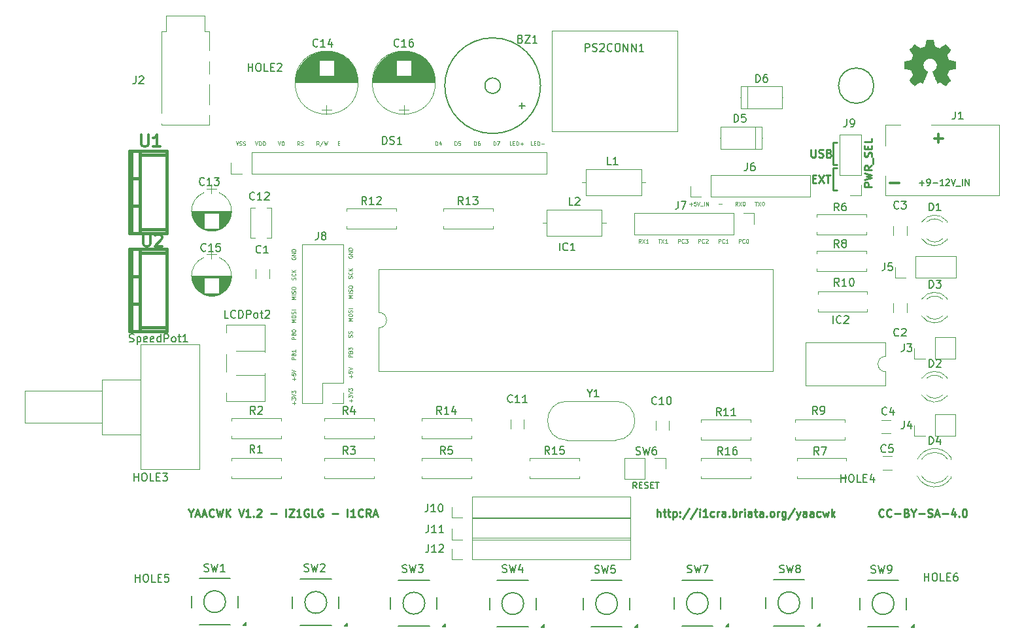
<source format=gbr>
G04 #@! TF.GenerationSoftware,KiCad,Pcbnew,5.0.2+dfsg1-1*
G04 #@! TF.CreationDate,2019-02-11T17:55:52+01:00*
G04 #@! TF.ProjectId,yaacwk,79616163-776b-42e6-9b69-6361645f7063,1.2*
G04 #@! TF.SameCoordinates,Original*
G04 #@! TF.FileFunction,Legend,Top*
G04 #@! TF.FilePolarity,Positive*
%FSLAX46Y46*%
G04 Gerber Fmt 4.6, Leading zero omitted, Abs format (unit mm)*
G04 Created by KiCad (PCBNEW 5.0.2+dfsg1-1) date lun 11 feb 2019 17:55:52 CET*
%MOMM*%
%LPD*%
G01*
G04 APERTURE LIST*
%ADD10C,0.125000*%
%ADD11C,0.200000*%
%ADD12C,0.300000*%
%ADD13C,0.250000*%
%ADD14C,0.120000*%
%ADD15C,0.150000*%
%ADD16C,0.381000*%
%ADD17C,0.010000*%
%ADD18C,0.100000*%
%ADD19C,0.304800*%
G04 APERTURE END LIST*
D10*
X122285714Y-104297619D02*
X122285714Y-103916666D01*
X122476190Y-104107142D02*
X122095238Y-104107142D01*
X121976190Y-103726190D02*
X121976190Y-103416666D01*
X122166666Y-103583333D01*
X122166666Y-103511904D01*
X122190476Y-103464285D01*
X122214285Y-103440476D01*
X122261904Y-103416666D01*
X122380952Y-103416666D01*
X122428571Y-103440476D01*
X122452380Y-103464285D01*
X122476190Y-103511904D01*
X122476190Y-103654761D01*
X122452380Y-103702380D01*
X122428571Y-103726190D01*
X121976190Y-103273809D02*
X122476190Y-103107142D01*
X121976190Y-102940476D01*
X121976190Y-102821428D02*
X121976190Y-102511904D01*
X122166666Y-102678571D01*
X122166666Y-102607142D01*
X122190476Y-102559523D01*
X122214285Y-102535714D01*
X122261904Y-102511904D01*
X122380952Y-102511904D01*
X122428571Y-102535714D01*
X122452380Y-102559523D01*
X122476190Y-102607142D01*
X122476190Y-102749999D01*
X122452380Y-102797619D01*
X122428571Y-102821428D01*
X122285714Y-101154761D02*
X122285714Y-100773809D01*
X122476190Y-100964285D02*
X122095238Y-100964285D01*
X121976190Y-100297619D02*
X121976190Y-100535714D01*
X122214285Y-100559523D01*
X122190476Y-100535714D01*
X122166666Y-100488095D01*
X122166666Y-100369047D01*
X122190476Y-100321428D01*
X122214285Y-100297619D01*
X122261904Y-100273809D01*
X122380952Y-100273809D01*
X122428571Y-100297619D01*
X122452380Y-100321428D01*
X122476190Y-100369047D01*
X122476190Y-100488095D01*
X122452380Y-100535714D01*
X122428571Y-100559523D01*
X121976190Y-100130952D02*
X122476190Y-99964285D01*
X121976190Y-99797619D01*
X122476190Y-98488095D02*
X121976190Y-98488095D01*
X121976190Y-98297619D01*
X122000000Y-98249999D01*
X122023809Y-98226190D01*
X122071428Y-98202380D01*
X122142857Y-98202380D01*
X122190476Y-98226190D01*
X122214285Y-98249999D01*
X122238095Y-98297619D01*
X122238095Y-98488095D01*
X122214285Y-97821428D02*
X122238095Y-97749999D01*
X122261904Y-97726190D01*
X122309523Y-97702380D01*
X122380952Y-97702380D01*
X122428571Y-97726190D01*
X122452380Y-97749999D01*
X122476190Y-97797619D01*
X122476190Y-97988095D01*
X121976190Y-97988095D01*
X121976190Y-97821428D01*
X122000000Y-97773809D01*
X122023809Y-97749999D01*
X122071428Y-97726190D01*
X122119047Y-97726190D01*
X122166666Y-97749999D01*
X122190476Y-97773809D01*
X122214285Y-97821428D01*
X122214285Y-97988095D01*
X122476190Y-97226190D02*
X122476190Y-97511904D01*
X122476190Y-97369047D02*
X121976190Y-97369047D01*
X122047619Y-97416666D01*
X122095238Y-97464285D01*
X122119047Y-97511904D01*
X122476190Y-95869047D02*
X121976190Y-95869047D01*
X121976190Y-95678571D01*
X122000000Y-95630952D01*
X122023809Y-95607142D01*
X122071428Y-95583333D01*
X122142857Y-95583333D01*
X122190476Y-95607142D01*
X122214285Y-95630952D01*
X122238095Y-95678571D01*
X122238095Y-95869047D01*
X122214285Y-95202380D02*
X122238095Y-95130952D01*
X122261904Y-95107142D01*
X122309523Y-95083333D01*
X122380952Y-95083333D01*
X122428571Y-95107142D01*
X122452380Y-95130952D01*
X122476190Y-95178571D01*
X122476190Y-95369047D01*
X121976190Y-95369047D01*
X121976190Y-95202380D01*
X122000000Y-95154761D01*
X122023809Y-95130952D01*
X122071428Y-95107142D01*
X122119047Y-95107142D01*
X122166666Y-95130952D01*
X122190476Y-95154761D01*
X122214285Y-95202380D01*
X122214285Y-95369047D01*
X121976190Y-94773809D02*
X121976190Y-94726190D01*
X122000000Y-94678571D01*
X122023809Y-94654761D01*
X122071428Y-94630952D01*
X122166666Y-94607142D01*
X122285714Y-94607142D01*
X122380952Y-94630952D01*
X122428571Y-94654761D01*
X122452380Y-94678571D01*
X122476190Y-94726190D01*
X122476190Y-94773809D01*
X122452380Y-94821428D01*
X122428571Y-94845238D01*
X122380952Y-94869047D01*
X122285714Y-94892857D01*
X122166666Y-94892857D01*
X122071428Y-94869047D01*
X122023809Y-94845238D01*
X122000000Y-94821428D01*
X121976190Y-94773809D01*
X122476190Y-93630952D02*
X121976190Y-93630952D01*
X122333333Y-93464285D01*
X121976190Y-93297619D01*
X122476190Y-93297619D01*
X121976190Y-92964285D02*
X121976190Y-92869047D01*
X122000000Y-92821428D01*
X122047619Y-92773809D01*
X122142857Y-92750000D01*
X122309523Y-92750000D01*
X122404761Y-92773809D01*
X122452380Y-92821428D01*
X122476190Y-92869047D01*
X122476190Y-92964285D01*
X122452380Y-93011904D01*
X122404761Y-93059523D01*
X122309523Y-93083333D01*
X122142857Y-93083333D01*
X122047619Y-93059523D01*
X122000000Y-93011904D01*
X121976190Y-92964285D01*
X122452380Y-92559523D02*
X122476190Y-92488095D01*
X122476190Y-92369047D01*
X122452380Y-92321428D01*
X122428571Y-92297619D01*
X122380952Y-92273809D01*
X122333333Y-92273809D01*
X122285714Y-92297619D01*
X122261904Y-92321428D01*
X122238095Y-92369047D01*
X122214285Y-92464285D01*
X122190476Y-92511904D01*
X122166666Y-92535714D01*
X122119047Y-92559523D01*
X122071428Y-92559523D01*
X122023809Y-92535714D01*
X122000000Y-92511904D01*
X121976190Y-92464285D01*
X121976190Y-92345238D01*
X122000000Y-92273809D01*
X122476190Y-92059523D02*
X121976190Y-92059523D01*
X122476190Y-90678571D02*
X121976190Y-90678571D01*
X122333333Y-90511904D01*
X121976190Y-90345238D01*
X122476190Y-90345238D01*
X122476190Y-90107142D02*
X121976190Y-90107142D01*
X122452380Y-89892857D02*
X122476190Y-89821428D01*
X122476190Y-89702380D01*
X122452380Y-89654761D01*
X122428571Y-89630952D01*
X122380952Y-89607142D01*
X122333333Y-89607142D01*
X122285714Y-89630952D01*
X122261904Y-89654761D01*
X122238095Y-89702380D01*
X122214285Y-89797619D01*
X122190476Y-89845238D01*
X122166666Y-89869047D01*
X122119047Y-89892857D01*
X122071428Y-89892857D01*
X122023809Y-89869047D01*
X122000000Y-89845238D01*
X121976190Y-89797619D01*
X121976190Y-89678571D01*
X122000000Y-89607142D01*
X121976190Y-89297619D02*
X121976190Y-89202380D01*
X122000000Y-89154761D01*
X122047619Y-89107142D01*
X122142857Y-89083333D01*
X122309523Y-89083333D01*
X122404761Y-89107142D01*
X122452380Y-89154761D01*
X122476190Y-89202380D01*
X122476190Y-89297619D01*
X122452380Y-89345238D01*
X122404761Y-89392857D01*
X122309523Y-89416666D01*
X122142857Y-89416666D01*
X122047619Y-89392857D01*
X122000000Y-89345238D01*
X121976190Y-89297619D01*
X122452380Y-88130952D02*
X122476190Y-88059523D01*
X122476190Y-87940476D01*
X122452380Y-87892857D01*
X122428571Y-87869047D01*
X122380952Y-87845238D01*
X122333333Y-87845238D01*
X122285714Y-87869047D01*
X122261904Y-87892857D01*
X122238095Y-87940476D01*
X122214285Y-88035714D01*
X122190476Y-88083333D01*
X122166666Y-88107142D01*
X122119047Y-88130952D01*
X122071428Y-88130952D01*
X122023809Y-88107142D01*
X122000000Y-88083333D01*
X121976190Y-88035714D01*
X121976190Y-87916666D01*
X122000000Y-87845238D01*
X122428571Y-87345238D02*
X122452380Y-87369047D01*
X122476190Y-87440476D01*
X122476190Y-87488095D01*
X122452380Y-87559523D01*
X122404761Y-87607142D01*
X122357142Y-87630952D01*
X122261904Y-87654761D01*
X122190476Y-87654761D01*
X122095238Y-87630952D01*
X122047619Y-87607142D01*
X122000000Y-87559523D01*
X121976190Y-87488095D01*
X121976190Y-87440476D01*
X122000000Y-87369047D01*
X122023809Y-87345238D01*
X122476190Y-87130952D02*
X121976190Y-87130952D01*
X122476190Y-86845238D02*
X122190476Y-87059523D01*
X121976190Y-86845238D02*
X122261904Y-87130952D01*
X122000000Y-85226190D02*
X121976190Y-85273809D01*
X121976190Y-85345238D01*
X122000000Y-85416666D01*
X122047619Y-85464285D01*
X122095238Y-85488095D01*
X122190476Y-85511904D01*
X122261904Y-85511904D01*
X122357142Y-85488095D01*
X122404761Y-85464285D01*
X122452380Y-85416666D01*
X122476190Y-85345238D01*
X122476190Y-85297619D01*
X122452380Y-85226190D01*
X122428571Y-85202380D01*
X122261904Y-85202380D01*
X122261904Y-85297619D01*
X122476190Y-84988095D02*
X121976190Y-84988095D01*
X122476190Y-84702380D01*
X121976190Y-84702380D01*
X122476190Y-84464285D02*
X121976190Y-84464285D01*
X121976190Y-84345238D01*
X122000000Y-84273809D01*
X122047619Y-84226190D01*
X122095238Y-84202380D01*
X122190476Y-84178571D01*
X122261904Y-84178571D01*
X122357142Y-84202380D01*
X122404761Y-84226190D01*
X122452380Y-84273809D01*
X122476190Y-84345238D01*
X122476190Y-84464285D01*
D11*
X166638095Y-115161904D02*
X166371428Y-114780952D01*
X166180952Y-115161904D02*
X166180952Y-114361904D01*
X166485714Y-114361904D01*
X166561904Y-114400000D01*
X166600000Y-114438095D01*
X166638095Y-114514285D01*
X166638095Y-114628571D01*
X166600000Y-114704761D01*
X166561904Y-114742857D01*
X166485714Y-114780952D01*
X166180952Y-114780952D01*
X166980952Y-114742857D02*
X167247619Y-114742857D01*
X167361904Y-115161904D02*
X166980952Y-115161904D01*
X166980952Y-114361904D01*
X167361904Y-114361904D01*
X167666666Y-115123809D02*
X167780952Y-115161904D01*
X167971428Y-115161904D01*
X168047619Y-115123809D01*
X168085714Y-115085714D01*
X168123809Y-115009523D01*
X168123809Y-114933333D01*
X168085714Y-114857142D01*
X168047619Y-114819047D01*
X167971428Y-114780952D01*
X167819047Y-114742857D01*
X167742857Y-114704761D01*
X167704761Y-114666666D01*
X167666666Y-114590476D01*
X167666666Y-114514285D01*
X167704761Y-114438095D01*
X167742857Y-114400000D01*
X167819047Y-114361904D01*
X168009523Y-114361904D01*
X168123809Y-114400000D01*
X168466666Y-114742857D02*
X168733333Y-114742857D01*
X168847619Y-115161904D02*
X168466666Y-115161904D01*
X168466666Y-114361904D01*
X168847619Y-114361904D01*
X169076190Y-114361904D02*
X169533333Y-114361904D01*
X169304761Y-115161904D02*
X169304761Y-114361904D01*
D10*
X173478571Y-78335714D02*
X173859523Y-78335714D01*
X173669047Y-78526190D02*
X173669047Y-78145238D01*
X174335714Y-78026190D02*
X174097619Y-78026190D01*
X174073809Y-78264285D01*
X174097619Y-78240476D01*
X174145238Y-78216666D01*
X174264285Y-78216666D01*
X174311904Y-78240476D01*
X174335714Y-78264285D01*
X174359523Y-78311904D01*
X174359523Y-78430952D01*
X174335714Y-78478571D01*
X174311904Y-78502380D01*
X174264285Y-78526190D01*
X174145238Y-78526190D01*
X174097619Y-78502380D01*
X174073809Y-78478571D01*
X174502380Y-78026190D02*
X174669047Y-78526190D01*
X174835714Y-78026190D01*
X174883333Y-78573809D02*
X175264285Y-78573809D01*
X175383333Y-78526190D02*
X175383333Y-78026190D01*
X175621428Y-78526190D02*
X175621428Y-78026190D01*
X175907142Y-78526190D01*
X175907142Y-78026190D01*
X177288095Y-78335714D02*
X177669047Y-78335714D01*
X179716666Y-78526190D02*
X179550000Y-78288095D01*
X179430952Y-78526190D02*
X179430952Y-78026190D01*
X179621428Y-78026190D01*
X179669047Y-78050000D01*
X179692857Y-78073809D01*
X179716666Y-78121428D01*
X179716666Y-78192857D01*
X179692857Y-78240476D01*
X179669047Y-78264285D01*
X179621428Y-78288095D01*
X179430952Y-78288095D01*
X179883333Y-78026190D02*
X180216666Y-78526190D01*
X180216666Y-78026190D02*
X179883333Y-78526190D01*
X180502380Y-78026190D02*
X180550000Y-78026190D01*
X180597619Y-78050000D01*
X180621428Y-78073809D01*
X180645238Y-78121428D01*
X180669047Y-78216666D01*
X180669047Y-78335714D01*
X180645238Y-78430952D01*
X180621428Y-78478571D01*
X180597619Y-78502380D01*
X180550000Y-78526190D01*
X180502380Y-78526190D01*
X180454761Y-78502380D01*
X180430952Y-78478571D01*
X180407142Y-78430952D01*
X180383333Y-78335714D01*
X180383333Y-78216666D01*
X180407142Y-78121428D01*
X180430952Y-78073809D01*
X180454761Y-78050000D01*
X180502380Y-78026190D01*
X181954761Y-78026190D02*
X182240476Y-78026190D01*
X182097619Y-78526190D02*
X182097619Y-78026190D01*
X182359523Y-78026190D02*
X182692857Y-78526190D01*
X182692857Y-78026190D02*
X182359523Y-78526190D01*
X182978571Y-78026190D02*
X183026190Y-78026190D01*
X183073809Y-78050000D01*
X183097619Y-78073809D01*
X183121428Y-78121428D01*
X183145238Y-78216666D01*
X183145238Y-78335714D01*
X183121428Y-78430952D01*
X183097619Y-78478571D01*
X183073809Y-78502380D01*
X183026190Y-78526190D01*
X182978571Y-78526190D01*
X182930952Y-78502380D01*
X182907142Y-78478571D01*
X182883333Y-78430952D01*
X182859523Y-78335714D01*
X182859523Y-78216666D01*
X182883333Y-78121428D01*
X182907142Y-78073809D01*
X182930952Y-78050000D01*
X182978571Y-78026190D01*
X167202380Y-83376190D02*
X167035714Y-83138095D01*
X166916666Y-83376190D02*
X166916666Y-82876190D01*
X167107142Y-82876190D01*
X167154761Y-82900000D01*
X167178571Y-82923809D01*
X167202380Y-82971428D01*
X167202380Y-83042857D01*
X167178571Y-83090476D01*
X167154761Y-83114285D01*
X167107142Y-83138095D01*
X166916666Y-83138095D01*
X167369047Y-82876190D02*
X167702380Y-83376190D01*
X167702380Y-82876190D02*
X167369047Y-83376190D01*
X168154761Y-83376190D02*
X167869047Y-83376190D01*
X168011904Y-83376190D02*
X168011904Y-82876190D01*
X167964285Y-82947619D01*
X167916666Y-82995238D01*
X167869047Y-83019047D01*
X169440476Y-82876190D02*
X169726190Y-82876190D01*
X169583333Y-83376190D02*
X169583333Y-82876190D01*
X169845238Y-82876190D02*
X170178571Y-83376190D01*
X170178571Y-82876190D02*
X169845238Y-83376190D01*
X170630952Y-83376190D02*
X170345238Y-83376190D01*
X170488095Y-83376190D02*
X170488095Y-82876190D01*
X170440476Y-82947619D01*
X170392857Y-82995238D01*
X170345238Y-83019047D01*
X171988095Y-83376190D02*
X171988095Y-82876190D01*
X172178571Y-82876190D01*
X172226190Y-82900000D01*
X172250000Y-82923809D01*
X172273809Y-82971428D01*
X172273809Y-83042857D01*
X172250000Y-83090476D01*
X172226190Y-83114285D01*
X172178571Y-83138095D01*
X171988095Y-83138095D01*
X172773809Y-83328571D02*
X172750000Y-83352380D01*
X172678571Y-83376190D01*
X172630952Y-83376190D01*
X172559523Y-83352380D01*
X172511904Y-83304761D01*
X172488095Y-83257142D01*
X172464285Y-83161904D01*
X172464285Y-83090476D01*
X172488095Y-82995238D01*
X172511904Y-82947619D01*
X172559523Y-82900000D01*
X172630952Y-82876190D01*
X172678571Y-82876190D01*
X172750000Y-82900000D01*
X172773809Y-82923809D01*
X172940476Y-82876190D02*
X173250000Y-82876190D01*
X173083333Y-83066666D01*
X173154761Y-83066666D01*
X173202380Y-83090476D01*
X173226190Y-83114285D01*
X173250000Y-83161904D01*
X173250000Y-83280952D01*
X173226190Y-83328571D01*
X173202380Y-83352380D01*
X173154761Y-83376190D01*
X173011904Y-83376190D01*
X172964285Y-83352380D01*
X172940476Y-83328571D01*
X174607142Y-83376190D02*
X174607142Y-82876190D01*
X174797619Y-82876190D01*
X174845238Y-82900000D01*
X174869047Y-82923809D01*
X174892857Y-82971428D01*
X174892857Y-83042857D01*
X174869047Y-83090476D01*
X174845238Y-83114285D01*
X174797619Y-83138095D01*
X174607142Y-83138095D01*
X175392857Y-83328571D02*
X175369047Y-83352380D01*
X175297619Y-83376190D01*
X175250000Y-83376190D01*
X175178571Y-83352380D01*
X175130952Y-83304761D01*
X175107142Y-83257142D01*
X175083333Y-83161904D01*
X175083333Y-83090476D01*
X175107142Y-82995238D01*
X175130952Y-82947619D01*
X175178571Y-82900000D01*
X175250000Y-82876190D01*
X175297619Y-82876190D01*
X175369047Y-82900000D01*
X175392857Y-82923809D01*
X175583333Y-82923809D02*
X175607142Y-82900000D01*
X175654761Y-82876190D01*
X175773809Y-82876190D01*
X175821428Y-82900000D01*
X175845238Y-82923809D01*
X175869047Y-82971428D01*
X175869047Y-83019047D01*
X175845238Y-83090476D01*
X175559523Y-83376190D01*
X175869047Y-83376190D01*
X177226190Y-83376190D02*
X177226190Y-82876190D01*
X177416666Y-82876190D01*
X177464285Y-82900000D01*
X177488095Y-82923809D01*
X177511904Y-82971428D01*
X177511904Y-83042857D01*
X177488095Y-83090476D01*
X177464285Y-83114285D01*
X177416666Y-83138095D01*
X177226190Y-83138095D01*
X178011904Y-83328571D02*
X177988095Y-83352380D01*
X177916666Y-83376190D01*
X177869047Y-83376190D01*
X177797619Y-83352380D01*
X177750000Y-83304761D01*
X177726190Y-83257142D01*
X177702380Y-83161904D01*
X177702380Y-83090476D01*
X177726190Y-82995238D01*
X177750000Y-82947619D01*
X177797619Y-82900000D01*
X177869047Y-82876190D01*
X177916666Y-82876190D01*
X177988095Y-82900000D01*
X178011904Y-82923809D01*
X178488095Y-83376190D02*
X178202380Y-83376190D01*
X178345238Y-83376190D02*
X178345238Y-82876190D01*
X178297619Y-82947619D01*
X178250000Y-82995238D01*
X178202380Y-83019047D01*
X179845238Y-83376190D02*
X179845238Y-82876190D01*
X180035714Y-82876190D01*
X180083333Y-82900000D01*
X180107142Y-82923809D01*
X180130952Y-82971428D01*
X180130952Y-83042857D01*
X180107142Y-83090476D01*
X180083333Y-83114285D01*
X180035714Y-83138095D01*
X179845238Y-83138095D01*
X180630952Y-83328571D02*
X180607142Y-83352380D01*
X180535714Y-83376190D01*
X180488095Y-83376190D01*
X180416666Y-83352380D01*
X180369047Y-83304761D01*
X180345238Y-83257142D01*
X180321428Y-83161904D01*
X180321428Y-83090476D01*
X180345238Y-82995238D01*
X180369047Y-82947619D01*
X180416666Y-82900000D01*
X180488095Y-82876190D01*
X180535714Y-82876190D01*
X180607142Y-82900000D01*
X180630952Y-82923809D01*
X180940476Y-82876190D02*
X180988095Y-82876190D01*
X181035714Y-82900000D01*
X181059523Y-82923809D01*
X181083333Y-82971428D01*
X181107142Y-83066666D01*
X181107142Y-83185714D01*
X181083333Y-83280952D01*
X181059523Y-83328571D01*
X181035714Y-83352380D01*
X180988095Y-83376190D01*
X180940476Y-83376190D01*
X180892857Y-83352380D01*
X180869047Y-83328571D01*
X180845238Y-83280952D01*
X180821428Y-83185714D01*
X180821428Y-83066666D01*
X180845238Y-82971428D01*
X180869047Y-82923809D01*
X180892857Y-82900000D01*
X180940476Y-82876190D01*
X129635714Y-103976190D02*
X129635714Y-103595238D01*
X129826190Y-103785714D02*
X129445238Y-103785714D01*
X129326190Y-103404761D02*
X129326190Y-103095238D01*
X129516666Y-103261904D01*
X129516666Y-103190476D01*
X129540476Y-103142857D01*
X129564285Y-103119047D01*
X129611904Y-103095238D01*
X129730952Y-103095238D01*
X129778571Y-103119047D01*
X129802380Y-103142857D01*
X129826190Y-103190476D01*
X129826190Y-103333333D01*
X129802380Y-103380952D01*
X129778571Y-103404761D01*
X129326190Y-102952380D02*
X129826190Y-102785714D01*
X129326190Y-102619047D01*
X129326190Y-102500000D02*
X129326190Y-102190476D01*
X129516666Y-102357142D01*
X129516666Y-102285714D01*
X129540476Y-102238095D01*
X129564285Y-102214285D01*
X129611904Y-102190476D01*
X129730952Y-102190476D01*
X129778571Y-102214285D01*
X129802380Y-102238095D01*
X129826190Y-102285714D01*
X129826190Y-102428571D01*
X129802380Y-102476190D01*
X129778571Y-102500000D01*
X129635714Y-100833333D02*
X129635714Y-100452380D01*
X129826190Y-100642857D02*
X129445238Y-100642857D01*
X129326190Y-99976190D02*
X129326190Y-100214285D01*
X129564285Y-100238095D01*
X129540476Y-100214285D01*
X129516666Y-100166666D01*
X129516666Y-100047619D01*
X129540476Y-100000000D01*
X129564285Y-99976190D01*
X129611904Y-99952380D01*
X129730952Y-99952380D01*
X129778571Y-99976190D01*
X129802380Y-100000000D01*
X129826190Y-100047619D01*
X129826190Y-100166666D01*
X129802380Y-100214285D01*
X129778571Y-100238095D01*
X129326190Y-99809523D02*
X129826190Y-99642857D01*
X129326190Y-99476190D01*
X129826190Y-98166666D02*
X129326190Y-98166666D01*
X129326190Y-97976190D01*
X129350000Y-97928571D01*
X129373809Y-97904761D01*
X129421428Y-97880952D01*
X129492857Y-97880952D01*
X129540476Y-97904761D01*
X129564285Y-97928571D01*
X129588095Y-97976190D01*
X129588095Y-98166666D01*
X129564285Y-97500000D02*
X129588095Y-97428571D01*
X129611904Y-97404761D01*
X129659523Y-97380952D01*
X129730952Y-97380952D01*
X129778571Y-97404761D01*
X129802380Y-97428571D01*
X129826190Y-97476190D01*
X129826190Y-97666666D01*
X129326190Y-97666666D01*
X129326190Y-97500000D01*
X129350000Y-97452380D01*
X129373809Y-97428571D01*
X129421428Y-97404761D01*
X129469047Y-97404761D01*
X129516666Y-97428571D01*
X129540476Y-97452380D01*
X129564285Y-97500000D01*
X129564285Y-97666666D01*
X129326190Y-97214285D02*
X129326190Y-96904761D01*
X129516666Y-97071428D01*
X129516666Y-97000000D01*
X129540476Y-96952380D01*
X129564285Y-96928571D01*
X129611904Y-96904761D01*
X129730952Y-96904761D01*
X129778571Y-96928571D01*
X129802380Y-96952380D01*
X129826190Y-97000000D01*
X129826190Y-97142857D01*
X129802380Y-97190476D01*
X129778571Y-97214285D01*
X129802380Y-95571428D02*
X129826190Y-95500000D01*
X129826190Y-95380952D01*
X129802380Y-95333333D01*
X129778571Y-95309523D01*
X129730952Y-95285714D01*
X129683333Y-95285714D01*
X129635714Y-95309523D01*
X129611904Y-95333333D01*
X129588095Y-95380952D01*
X129564285Y-95476190D01*
X129540476Y-95523809D01*
X129516666Y-95547619D01*
X129469047Y-95571428D01*
X129421428Y-95571428D01*
X129373809Y-95547619D01*
X129350000Y-95523809D01*
X129326190Y-95476190D01*
X129326190Y-95357142D01*
X129350000Y-95285714D01*
X129802380Y-95095238D02*
X129826190Y-95023809D01*
X129826190Y-94904761D01*
X129802380Y-94857142D01*
X129778571Y-94833333D01*
X129730952Y-94809523D01*
X129683333Y-94809523D01*
X129635714Y-94833333D01*
X129611904Y-94857142D01*
X129588095Y-94904761D01*
X129564285Y-95000000D01*
X129540476Y-95047619D01*
X129516666Y-95071428D01*
X129469047Y-95095238D01*
X129421428Y-95095238D01*
X129373809Y-95071428D01*
X129350000Y-95047619D01*
X129326190Y-95000000D01*
X129326190Y-94880952D01*
X129350000Y-94809523D01*
X129826190Y-93452380D02*
X129326190Y-93452380D01*
X129683333Y-93285714D01*
X129326190Y-93119047D01*
X129826190Y-93119047D01*
X129326190Y-92785714D02*
X129326190Y-92690476D01*
X129350000Y-92642857D01*
X129397619Y-92595238D01*
X129492857Y-92571428D01*
X129659523Y-92571428D01*
X129754761Y-92595238D01*
X129802380Y-92642857D01*
X129826190Y-92690476D01*
X129826190Y-92785714D01*
X129802380Y-92833333D01*
X129754761Y-92880952D01*
X129659523Y-92904761D01*
X129492857Y-92904761D01*
X129397619Y-92880952D01*
X129350000Y-92833333D01*
X129326190Y-92785714D01*
X129802380Y-92380952D02*
X129826190Y-92309523D01*
X129826190Y-92190476D01*
X129802380Y-92142857D01*
X129778571Y-92119047D01*
X129730952Y-92095238D01*
X129683333Y-92095238D01*
X129635714Y-92119047D01*
X129611904Y-92142857D01*
X129588095Y-92190476D01*
X129564285Y-92285714D01*
X129540476Y-92333333D01*
X129516666Y-92357142D01*
X129469047Y-92380952D01*
X129421428Y-92380952D01*
X129373809Y-92357142D01*
X129350000Y-92333333D01*
X129326190Y-92285714D01*
X129326190Y-92166666D01*
X129350000Y-92095238D01*
X129826190Y-91880952D02*
X129326190Y-91880952D01*
X129826190Y-90500000D02*
X129326190Y-90500000D01*
X129683333Y-90333333D01*
X129326190Y-90166666D01*
X129826190Y-90166666D01*
X129826190Y-89928571D02*
X129326190Y-89928571D01*
X129802380Y-89714285D02*
X129826190Y-89642857D01*
X129826190Y-89523809D01*
X129802380Y-89476190D01*
X129778571Y-89452380D01*
X129730952Y-89428571D01*
X129683333Y-89428571D01*
X129635714Y-89452380D01*
X129611904Y-89476190D01*
X129588095Y-89523809D01*
X129564285Y-89619047D01*
X129540476Y-89666666D01*
X129516666Y-89690476D01*
X129469047Y-89714285D01*
X129421428Y-89714285D01*
X129373809Y-89690476D01*
X129350000Y-89666666D01*
X129326190Y-89619047D01*
X129326190Y-89500000D01*
X129350000Y-89428571D01*
X129326190Y-89119047D02*
X129326190Y-89023809D01*
X129350000Y-88976190D01*
X129397619Y-88928571D01*
X129492857Y-88904761D01*
X129659523Y-88904761D01*
X129754761Y-88928571D01*
X129802380Y-88976190D01*
X129826190Y-89023809D01*
X129826190Y-89119047D01*
X129802380Y-89166666D01*
X129754761Y-89214285D01*
X129659523Y-89238095D01*
X129492857Y-89238095D01*
X129397619Y-89214285D01*
X129350000Y-89166666D01*
X129326190Y-89119047D01*
X129802380Y-87952380D02*
X129826190Y-87880952D01*
X129826190Y-87761904D01*
X129802380Y-87714285D01*
X129778571Y-87690476D01*
X129730952Y-87666666D01*
X129683333Y-87666666D01*
X129635714Y-87690476D01*
X129611904Y-87714285D01*
X129588095Y-87761904D01*
X129564285Y-87857142D01*
X129540476Y-87904761D01*
X129516666Y-87928571D01*
X129469047Y-87952380D01*
X129421428Y-87952380D01*
X129373809Y-87928571D01*
X129350000Y-87904761D01*
X129326190Y-87857142D01*
X129326190Y-87738095D01*
X129350000Y-87666666D01*
X129778571Y-87166666D02*
X129802380Y-87190476D01*
X129826190Y-87261904D01*
X129826190Y-87309523D01*
X129802380Y-87380952D01*
X129754761Y-87428571D01*
X129707142Y-87452380D01*
X129611904Y-87476190D01*
X129540476Y-87476190D01*
X129445238Y-87452380D01*
X129397619Y-87428571D01*
X129350000Y-87380952D01*
X129326190Y-87309523D01*
X129326190Y-87261904D01*
X129350000Y-87190476D01*
X129373809Y-87166666D01*
X129826190Y-86952380D02*
X129326190Y-86952380D01*
X129826190Y-86666666D02*
X129540476Y-86880952D01*
X129326190Y-86666666D02*
X129611904Y-86952380D01*
X129350000Y-85047619D02*
X129326190Y-85095238D01*
X129326190Y-85166666D01*
X129350000Y-85238095D01*
X129397619Y-85285714D01*
X129445238Y-85309523D01*
X129540476Y-85333333D01*
X129611904Y-85333333D01*
X129707142Y-85309523D01*
X129754761Y-85285714D01*
X129802380Y-85238095D01*
X129826190Y-85166666D01*
X129826190Y-85119047D01*
X129802380Y-85047619D01*
X129778571Y-85023809D01*
X129611904Y-85023809D01*
X129611904Y-85119047D01*
X129826190Y-84809523D02*
X129326190Y-84809523D01*
X129826190Y-84523809D01*
X129326190Y-84523809D01*
X129826190Y-84285714D02*
X129326190Y-84285714D01*
X129326190Y-84166666D01*
X129350000Y-84095238D01*
X129397619Y-84047619D01*
X129445238Y-84023809D01*
X129540476Y-84000000D01*
X129611904Y-84000000D01*
X129707142Y-84023809D01*
X129754761Y-84047619D01*
X129802380Y-84095238D01*
X129826190Y-84166666D01*
X129826190Y-84285714D01*
X114738095Y-70226190D02*
X114904761Y-70726190D01*
X115071428Y-70226190D01*
X115214285Y-70702380D02*
X115285714Y-70726190D01*
X115404761Y-70726190D01*
X115452380Y-70702380D01*
X115476190Y-70678571D01*
X115500000Y-70630952D01*
X115500000Y-70583333D01*
X115476190Y-70535714D01*
X115452380Y-70511904D01*
X115404761Y-70488095D01*
X115309523Y-70464285D01*
X115261904Y-70440476D01*
X115238095Y-70416666D01*
X115214285Y-70369047D01*
X115214285Y-70321428D01*
X115238095Y-70273809D01*
X115261904Y-70250000D01*
X115309523Y-70226190D01*
X115428571Y-70226190D01*
X115500000Y-70250000D01*
X115690476Y-70702380D02*
X115761904Y-70726190D01*
X115880952Y-70726190D01*
X115928571Y-70702380D01*
X115952380Y-70678571D01*
X115976190Y-70630952D01*
X115976190Y-70583333D01*
X115952380Y-70535714D01*
X115928571Y-70511904D01*
X115880952Y-70488095D01*
X115785714Y-70464285D01*
X115738095Y-70440476D01*
X115714285Y-70416666D01*
X115690476Y-70369047D01*
X115690476Y-70321428D01*
X115714285Y-70273809D01*
X115738095Y-70250000D01*
X115785714Y-70226190D01*
X115904761Y-70226190D01*
X115976190Y-70250000D01*
X117261904Y-70226190D02*
X117428571Y-70726190D01*
X117595238Y-70226190D01*
X117761904Y-70726190D02*
X117761904Y-70226190D01*
X117880952Y-70226190D01*
X117952380Y-70250000D01*
X118000000Y-70297619D01*
X118023809Y-70345238D01*
X118047619Y-70440476D01*
X118047619Y-70511904D01*
X118023809Y-70607142D01*
X118000000Y-70654761D01*
X117952380Y-70702380D01*
X117880952Y-70726190D01*
X117761904Y-70726190D01*
X118261904Y-70726190D02*
X118261904Y-70226190D01*
X118380952Y-70226190D01*
X118452380Y-70250000D01*
X118500000Y-70297619D01*
X118523809Y-70345238D01*
X118547619Y-70440476D01*
X118547619Y-70511904D01*
X118523809Y-70607142D01*
X118500000Y-70654761D01*
X118452380Y-70702380D01*
X118380952Y-70726190D01*
X118261904Y-70726190D01*
X120214285Y-70226190D02*
X120380952Y-70726190D01*
X120547619Y-70226190D01*
X120809523Y-70226190D02*
X120857142Y-70226190D01*
X120904761Y-70250000D01*
X120928571Y-70273809D01*
X120952380Y-70321428D01*
X120976190Y-70416666D01*
X120976190Y-70535714D01*
X120952380Y-70630952D01*
X120928571Y-70678571D01*
X120904761Y-70702380D01*
X120857142Y-70726190D01*
X120809523Y-70726190D01*
X120761904Y-70702380D01*
X120738095Y-70678571D01*
X120714285Y-70630952D01*
X120690476Y-70535714D01*
X120690476Y-70416666D01*
X120714285Y-70321428D01*
X120738095Y-70273809D01*
X120761904Y-70250000D01*
X120809523Y-70226190D01*
X123000000Y-70726190D02*
X122833333Y-70488095D01*
X122714285Y-70726190D02*
X122714285Y-70226190D01*
X122904761Y-70226190D01*
X122952380Y-70250000D01*
X122976190Y-70273809D01*
X123000000Y-70321428D01*
X123000000Y-70392857D01*
X122976190Y-70440476D01*
X122952380Y-70464285D01*
X122904761Y-70488095D01*
X122714285Y-70488095D01*
X123190476Y-70702380D02*
X123261904Y-70726190D01*
X123380952Y-70726190D01*
X123428571Y-70702380D01*
X123452380Y-70678571D01*
X123476190Y-70630952D01*
X123476190Y-70583333D01*
X123452380Y-70535714D01*
X123428571Y-70511904D01*
X123380952Y-70488095D01*
X123285714Y-70464285D01*
X123238095Y-70440476D01*
X123214285Y-70416666D01*
X123190476Y-70369047D01*
X123190476Y-70321428D01*
X123214285Y-70273809D01*
X123238095Y-70250000D01*
X123285714Y-70226190D01*
X123404761Y-70226190D01*
X123476190Y-70250000D01*
X125500000Y-70726190D02*
X125333333Y-70488095D01*
X125214285Y-70726190D02*
X125214285Y-70226190D01*
X125404761Y-70226190D01*
X125452380Y-70250000D01*
X125476190Y-70273809D01*
X125500000Y-70321428D01*
X125500000Y-70392857D01*
X125476190Y-70440476D01*
X125452380Y-70464285D01*
X125404761Y-70488095D01*
X125214285Y-70488095D01*
X126071428Y-70202380D02*
X125642857Y-70845238D01*
X126190476Y-70226190D02*
X126309523Y-70726190D01*
X126404761Y-70369047D01*
X126500000Y-70726190D01*
X126619047Y-70226190D01*
X127952380Y-70464285D02*
X128119047Y-70464285D01*
X128190476Y-70726190D02*
X127952380Y-70726190D01*
X127952380Y-70226190D01*
X128190476Y-70226190D01*
X140595238Y-70726190D02*
X140595238Y-70226190D01*
X140714285Y-70226190D01*
X140785714Y-70250000D01*
X140833333Y-70297619D01*
X140857142Y-70345238D01*
X140880952Y-70440476D01*
X140880952Y-70511904D01*
X140857142Y-70607142D01*
X140833333Y-70654761D01*
X140785714Y-70702380D01*
X140714285Y-70726190D01*
X140595238Y-70726190D01*
X141309523Y-70392857D02*
X141309523Y-70726190D01*
X141190476Y-70202380D02*
X141071428Y-70559523D01*
X141380952Y-70559523D01*
X143095238Y-70726190D02*
X143095238Y-70226190D01*
X143214285Y-70226190D01*
X143285714Y-70250000D01*
X143333333Y-70297619D01*
X143357142Y-70345238D01*
X143380952Y-70440476D01*
X143380952Y-70511904D01*
X143357142Y-70607142D01*
X143333333Y-70654761D01*
X143285714Y-70702380D01*
X143214285Y-70726190D01*
X143095238Y-70726190D01*
X143833333Y-70226190D02*
X143595238Y-70226190D01*
X143571428Y-70464285D01*
X143595238Y-70440476D01*
X143642857Y-70416666D01*
X143761904Y-70416666D01*
X143809523Y-70440476D01*
X143833333Y-70464285D01*
X143857142Y-70511904D01*
X143857142Y-70630952D01*
X143833333Y-70678571D01*
X143809523Y-70702380D01*
X143761904Y-70726190D01*
X143642857Y-70726190D01*
X143595238Y-70702380D01*
X143571428Y-70678571D01*
X145595238Y-70726190D02*
X145595238Y-70226190D01*
X145714285Y-70226190D01*
X145785714Y-70250000D01*
X145833333Y-70297619D01*
X145857142Y-70345238D01*
X145880952Y-70440476D01*
X145880952Y-70511904D01*
X145857142Y-70607142D01*
X145833333Y-70654761D01*
X145785714Y-70702380D01*
X145714285Y-70726190D01*
X145595238Y-70726190D01*
X146309523Y-70226190D02*
X146214285Y-70226190D01*
X146166666Y-70250000D01*
X146142857Y-70273809D01*
X146095238Y-70345238D01*
X146071428Y-70440476D01*
X146071428Y-70630952D01*
X146095238Y-70678571D01*
X146119047Y-70702380D01*
X146166666Y-70726190D01*
X146261904Y-70726190D01*
X146309523Y-70702380D01*
X146333333Y-70678571D01*
X146357142Y-70630952D01*
X146357142Y-70511904D01*
X146333333Y-70464285D01*
X146309523Y-70440476D01*
X146261904Y-70416666D01*
X146166666Y-70416666D01*
X146119047Y-70440476D01*
X146095238Y-70464285D01*
X146071428Y-70511904D01*
X148095238Y-70726190D02*
X148095238Y-70226190D01*
X148214285Y-70226190D01*
X148285714Y-70250000D01*
X148333333Y-70297619D01*
X148357142Y-70345238D01*
X148380952Y-70440476D01*
X148380952Y-70511904D01*
X148357142Y-70607142D01*
X148333333Y-70654761D01*
X148285714Y-70702380D01*
X148214285Y-70726190D01*
X148095238Y-70726190D01*
X148547619Y-70226190D02*
X148880952Y-70226190D01*
X148666666Y-70726190D01*
X150452380Y-70726190D02*
X150214285Y-70726190D01*
X150214285Y-70226190D01*
X150619047Y-70464285D02*
X150785714Y-70464285D01*
X150857142Y-70726190D02*
X150619047Y-70726190D01*
X150619047Y-70226190D01*
X150857142Y-70226190D01*
X151071428Y-70726190D02*
X151071428Y-70226190D01*
X151190476Y-70226190D01*
X151261904Y-70250000D01*
X151309523Y-70297619D01*
X151333333Y-70345238D01*
X151357142Y-70440476D01*
X151357142Y-70511904D01*
X151333333Y-70607142D01*
X151309523Y-70654761D01*
X151261904Y-70702380D01*
X151190476Y-70726190D01*
X151071428Y-70726190D01*
X151571428Y-70535714D02*
X151952380Y-70535714D01*
X151761904Y-70726190D02*
X151761904Y-70345238D01*
X153190476Y-70726190D02*
X152952380Y-70726190D01*
X152952380Y-70226190D01*
X153357142Y-70464285D02*
X153523809Y-70464285D01*
X153595238Y-70726190D02*
X153357142Y-70726190D01*
X153357142Y-70226190D01*
X153595238Y-70226190D01*
X153809523Y-70726190D02*
X153809523Y-70226190D01*
X153928571Y-70226190D01*
X154000000Y-70250000D01*
X154047619Y-70297619D01*
X154071428Y-70345238D01*
X154095238Y-70440476D01*
X154095238Y-70511904D01*
X154071428Y-70607142D01*
X154047619Y-70654761D01*
X154000000Y-70702380D01*
X153928571Y-70726190D01*
X153809523Y-70726190D01*
X154309523Y-70535714D02*
X154690476Y-70535714D01*
D12*
X199478571Y-75607142D02*
X200621428Y-75607142D01*
D11*
X203250000Y-75607142D02*
X203859523Y-75607142D01*
X203554761Y-75911904D02*
X203554761Y-75302380D01*
X204278571Y-75911904D02*
X204430952Y-75911904D01*
X204507142Y-75873809D01*
X204545238Y-75835714D01*
X204621428Y-75721428D01*
X204659523Y-75569047D01*
X204659523Y-75264285D01*
X204621428Y-75188095D01*
X204583333Y-75150000D01*
X204507142Y-75111904D01*
X204354761Y-75111904D01*
X204278571Y-75150000D01*
X204240476Y-75188095D01*
X204202380Y-75264285D01*
X204202380Y-75454761D01*
X204240476Y-75530952D01*
X204278571Y-75569047D01*
X204354761Y-75607142D01*
X204507142Y-75607142D01*
X204583333Y-75569047D01*
X204621428Y-75530952D01*
X204659523Y-75454761D01*
X205002380Y-75607142D02*
X205611904Y-75607142D01*
X206411904Y-75911904D02*
X205954761Y-75911904D01*
X206183333Y-75911904D02*
X206183333Y-75111904D01*
X206107142Y-75226190D01*
X206030952Y-75302380D01*
X205954761Y-75340476D01*
X206716666Y-75188095D02*
X206754761Y-75150000D01*
X206830952Y-75111904D01*
X207021428Y-75111904D01*
X207097619Y-75150000D01*
X207135714Y-75188095D01*
X207173809Y-75264285D01*
X207173809Y-75340476D01*
X207135714Y-75454761D01*
X206678571Y-75911904D01*
X207173809Y-75911904D01*
X207402380Y-75111904D02*
X207669047Y-75911904D01*
X207935714Y-75111904D01*
X208011904Y-75988095D02*
X208621428Y-75988095D01*
X208811904Y-75911904D02*
X208811904Y-75111904D01*
X209192857Y-75911904D02*
X209192857Y-75111904D01*
X209650000Y-75911904D01*
X209650000Y-75111904D01*
D12*
X205178571Y-69807142D02*
X206321428Y-69807142D01*
X205750000Y-70378571D02*
X205750000Y-69235714D01*
D13*
X189428571Y-75049071D02*
X189761904Y-75049071D01*
X189904761Y-75572880D02*
X189428571Y-75572880D01*
X189428571Y-74572880D01*
X189904761Y-74572880D01*
X190238095Y-74572880D02*
X190904761Y-75572880D01*
X190904761Y-74572880D02*
X190238095Y-75572880D01*
X191142857Y-74572880D02*
X191714285Y-74572880D01*
X191428571Y-75572880D02*
X191428571Y-74572880D01*
X189238095Y-71270880D02*
X189238095Y-72080404D01*
X189285714Y-72175642D01*
X189333333Y-72223261D01*
X189428571Y-72270880D01*
X189619047Y-72270880D01*
X189714285Y-72223261D01*
X189761904Y-72175642D01*
X189809523Y-72080404D01*
X189809523Y-71270880D01*
X190238095Y-72223261D02*
X190380952Y-72270880D01*
X190619047Y-72270880D01*
X190714285Y-72223261D01*
X190761904Y-72175642D01*
X190809523Y-72080404D01*
X190809523Y-71985166D01*
X190761904Y-71889928D01*
X190714285Y-71842309D01*
X190619047Y-71794690D01*
X190428571Y-71747071D01*
X190333333Y-71699452D01*
X190285714Y-71651833D01*
X190238095Y-71556595D01*
X190238095Y-71461357D01*
X190285714Y-71366119D01*
X190333333Y-71318500D01*
X190428571Y-71270880D01*
X190666666Y-71270880D01*
X190809523Y-71318500D01*
X191571428Y-71747071D02*
X191714285Y-71794690D01*
X191761904Y-71842309D01*
X191809523Y-71937547D01*
X191809523Y-72080404D01*
X191761904Y-72175642D01*
X191714285Y-72223261D01*
X191619047Y-72270880D01*
X191238095Y-72270880D01*
X191238095Y-71270880D01*
X191571428Y-71270880D01*
X191666666Y-71318500D01*
X191714285Y-71366119D01*
X191761904Y-71461357D01*
X191761904Y-71556595D01*
X191714285Y-71651833D01*
X191666666Y-71699452D01*
X191571428Y-71747071D01*
X191238095Y-71747071D01*
X192595452Y-76501428D02*
X192119261Y-76501428D01*
X192119261Y-73644285D01*
X192595452Y-73644285D01*
X192595452Y-73199428D02*
X192119261Y-73199428D01*
X192119261Y-70342285D01*
X192595452Y-70342285D01*
X197111880Y-76072619D02*
X196111880Y-76072619D01*
X196111880Y-75691666D01*
X196159500Y-75596428D01*
X196207119Y-75548809D01*
X196302357Y-75501190D01*
X196445214Y-75501190D01*
X196540452Y-75548809D01*
X196588071Y-75596428D01*
X196635690Y-75691666D01*
X196635690Y-76072619D01*
X196111880Y-75167857D02*
X197111880Y-74929761D01*
X196397595Y-74739285D01*
X197111880Y-74548809D01*
X196111880Y-74310714D01*
X197111880Y-73358333D02*
X196635690Y-73691666D01*
X197111880Y-73929761D02*
X196111880Y-73929761D01*
X196111880Y-73548809D01*
X196159500Y-73453571D01*
X196207119Y-73405952D01*
X196302357Y-73358333D01*
X196445214Y-73358333D01*
X196540452Y-73405952D01*
X196588071Y-73453571D01*
X196635690Y-73548809D01*
X196635690Y-73929761D01*
X197207119Y-73167857D02*
X197207119Y-72405952D01*
X197064261Y-72215476D02*
X197111880Y-72072619D01*
X197111880Y-71834523D01*
X197064261Y-71739285D01*
X197016642Y-71691666D01*
X196921404Y-71644047D01*
X196826166Y-71644047D01*
X196730928Y-71691666D01*
X196683309Y-71739285D01*
X196635690Y-71834523D01*
X196588071Y-72025000D01*
X196540452Y-72120238D01*
X196492833Y-72167857D01*
X196397595Y-72215476D01*
X196302357Y-72215476D01*
X196207119Y-72167857D01*
X196159500Y-72120238D01*
X196111880Y-72025000D01*
X196111880Y-71786904D01*
X196159500Y-71644047D01*
X196588071Y-71215476D02*
X196588071Y-70882142D01*
X197111880Y-70739285D02*
X197111880Y-71215476D01*
X196111880Y-71215476D01*
X196111880Y-70739285D01*
X197111880Y-69834523D02*
X197111880Y-70310714D01*
X196111880Y-70310714D01*
X108954761Y-118376190D02*
X108954761Y-118852380D01*
X108621428Y-117852380D02*
X108954761Y-118376190D01*
X109288095Y-117852380D01*
X109573809Y-118566666D02*
X110050000Y-118566666D01*
X109478571Y-118852380D02*
X109811904Y-117852380D01*
X110145238Y-118852380D01*
X110430952Y-118566666D02*
X110907142Y-118566666D01*
X110335714Y-118852380D02*
X110669047Y-117852380D01*
X111002380Y-118852380D01*
X111907142Y-118757142D02*
X111859523Y-118804761D01*
X111716666Y-118852380D01*
X111621428Y-118852380D01*
X111478571Y-118804761D01*
X111383333Y-118709523D01*
X111335714Y-118614285D01*
X111288095Y-118423809D01*
X111288095Y-118280952D01*
X111335714Y-118090476D01*
X111383333Y-117995238D01*
X111478571Y-117900000D01*
X111621428Y-117852380D01*
X111716666Y-117852380D01*
X111859523Y-117900000D01*
X111907142Y-117947619D01*
X112240476Y-117852380D02*
X112478571Y-118852380D01*
X112669047Y-118138095D01*
X112859523Y-118852380D01*
X113097619Y-117852380D01*
X113478571Y-118852380D02*
X113478571Y-117852380D01*
X114050000Y-118852380D02*
X113621428Y-118280952D01*
X114050000Y-117852380D02*
X113478571Y-118423809D01*
X115097619Y-117852380D02*
X115430952Y-118852380D01*
X115764285Y-117852380D01*
X116621428Y-118852380D02*
X116050000Y-118852380D01*
X116335714Y-118852380D02*
X116335714Y-117852380D01*
X116240476Y-117995238D01*
X116145238Y-118090476D01*
X116050000Y-118138095D01*
X117050000Y-118757142D02*
X117097619Y-118804761D01*
X117050000Y-118852380D01*
X117002380Y-118804761D01*
X117050000Y-118757142D01*
X117050000Y-118852380D01*
X117478571Y-117947619D02*
X117526190Y-117900000D01*
X117621428Y-117852380D01*
X117859523Y-117852380D01*
X117954761Y-117900000D01*
X118002380Y-117947619D01*
X118050000Y-118042857D01*
X118050000Y-118138095D01*
X118002380Y-118280952D01*
X117430952Y-118852380D01*
X118050000Y-118852380D01*
X119240476Y-118471428D02*
X120002380Y-118471428D01*
X121240476Y-118852380D02*
X121240476Y-117852380D01*
X121621428Y-117852380D02*
X122288095Y-117852380D01*
X121621428Y-118852380D01*
X122288095Y-118852380D01*
X123192857Y-118852380D02*
X122621428Y-118852380D01*
X122907142Y-118852380D02*
X122907142Y-117852380D01*
X122811904Y-117995238D01*
X122716666Y-118090476D01*
X122621428Y-118138095D01*
X124145238Y-117900000D02*
X124050000Y-117852380D01*
X123907142Y-117852380D01*
X123764285Y-117900000D01*
X123669047Y-117995238D01*
X123621428Y-118090476D01*
X123573809Y-118280952D01*
X123573809Y-118423809D01*
X123621428Y-118614285D01*
X123669047Y-118709523D01*
X123764285Y-118804761D01*
X123907142Y-118852380D01*
X124002380Y-118852380D01*
X124145238Y-118804761D01*
X124192857Y-118757142D01*
X124192857Y-118423809D01*
X124002380Y-118423809D01*
X125097619Y-118852380D02*
X124621428Y-118852380D01*
X124621428Y-117852380D01*
X125954761Y-117900000D02*
X125859523Y-117852380D01*
X125716666Y-117852380D01*
X125573809Y-117900000D01*
X125478571Y-117995238D01*
X125430952Y-118090476D01*
X125383333Y-118280952D01*
X125383333Y-118423809D01*
X125430952Y-118614285D01*
X125478571Y-118709523D01*
X125573809Y-118804761D01*
X125716666Y-118852380D01*
X125811904Y-118852380D01*
X125954761Y-118804761D01*
X126002380Y-118757142D01*
X126002380Y-118423809D01*
X125811904Y-118423809D01*
X127192857Y-118471428D02*
X127954761Y-118471428D01*
X129192857Y-118852380D02*
X129192857Y-117852380D01*
X130192857Y-118852380D02*
X129621428Y-118852380D01*
X129907142Y-118852380D02*
X129907142Y-117852380D01*
X129811904Y-117995238D01*
X129716666Y-118090476D01*
X129621428Y-118138095D01*
X131192857Y-118757142D02*
X131145238Y-118804761D01*
X131002380Y-118852380D01*
X130907142Y-118852380D01*
X130764285Y-118804761D01*
X130669047Y-118709523D01*
X130621428Y-118614285D01*
X130573809Y-118423809D01*
X130573809Y-118280952D01*
X130621428Y-118090476D01*
X130669047Y-117995238D01*
X130764285Y-117900000D01*
X130907142Y-117852380D01*
X131002380Y-117852380D01*
X131145238Y-117900000D01*
X131192857Y-117947619D01*
X132192857Y-118852380D02*
X131859523Y-118376190D01*
X131621428Y-118852380D02*
X131621428Y-117852380D01*
X132002380Y-117852380D01*
X132097619Y-117900000D01*
X132145238Y-117947619D01*
X132192857Y-118042857D01*
X132192857Y-118185714D01*
X132145238Y-118280952D01*
X132097619Y-118328571D01*
X132002380Y-118376190D01*
X131621428Y-118376190D01*
X132573809Y-118566666D02*
X133050000Y-118566666D01*
X132478571Y-118852380D02*
X132811904Y-117852380D01*
X133145238Y-118852380D01*
X169288095Y-118852380D02*
X169288095Y-117852380D01*
X169716666Y-118852380D02*
X169716666Y-118328571D01*
X169669047Y-118233333D01*
X169573809Y-118185714D01*
X169430952Y-118185714D01*
X169335714Y-118233333D01*
X169288095Y-118280952D01*
X170050000Y-118185714D02*
X170430952Y-118185714D01*
X170192857Y-117852380D02*
X170192857Y-118709523D01*
X170240476Y-118804761D01*
X170335714Y-118852380D01*
X170430952Y-118852380D01*
X170621428Y-118185714D02*
X171002380Y-118185714D01*
X170764285Y-117852380D02*
X170764285Y-118709523D01*
X170811904Y-118804761D01*
X170907142Y-118852380D01*
X171002380Y-118852380D01*
X171335714Y-118185714D02*
X171335714Y-119185714D01*
X171335714Y-118233333D02*
X171430952Y-118185714D01*
X171621428Y-118185714D01*
X171716666Y-118233333D01*
X171764285Y-118280952D01*
X171811904Y-118376190D01*
X171811904Y-118661904D01*
X171764285Y-118757142D01*
X171716666Y-118804761D01*
X171621428Y-118852380D01*
X171430952Y-118852380D01*
X171335714Y-118804761D01*
X172240476Y-118757142D02*
X172288095Y-118804761D01*
X172240476Y-118852380D01*
X172192857Y-118804761D01*
X172240476Y-118757142D01*
X172240476Y-118852380D01*
X172240476Y-118233333D02*
X172288095Y-118280952D01*
X172240476Y-118328571D01*
X172192857Y-118280952D01*
X172240476Y-118233333D01*
X172240476Y-118328571D01*
X173430952Y-117804761D02*
X172573809Y-119090476D01*
X174478571Y-117804761D02*
X173621428Y-119090476D01*
X174811904Y-118852380D02*
X174811904Y-118185714D01*
X174811904Y-117852380D02*
X174764285Y-117900000D01*
X174811904Y-117947619D01*
X174859523Y-117900000D01*
X174811904Y-117852380D01*
X174811904Y-117947619D01*
X175811904Y-118852380D02*
X175240476Y-118852380D01*
X175526190Y-118852380D02*
X175526190Y-117852380D01*
X175430952Y-117995238D01*
X175335714Y-118090476D01*
X175240476Y-118138095D01*
X176669047Y-118804761D02*
X176573809Y-118852380D01*
X176383333Y-118852380D01*
X176288095Y-118804761D01*
X176240476Y-118757142D01*
X176192857Y-118661904D01*
X176192857Y-118376190D01*
X176240476Y-118280952D01*
X176288095Y-118233333D01*
X176383333Y-118185714D01*
X176573809Y-118185714D01*
X176669047Y-118233333D01*
X177097619Y-118852380D02*
X177097619Y-118185714D01*
X177097619Y-118376190D02*
X177145238Y-118280952D01*
X177192857Y-118233333D01*
X177288095Y-118185714D01*
X177383333Y-118185714D01*
X178145238Y-118852380D02*
X178145238Y-118328571D01*
X178097619Y-118233333D01*
X178002380Y-118185714D01*
X177811904Y-118185714D01*
X177716666Y-118233333D01*
X178145238Y-118804761D02*
X178050000Y-118852380D01*
X177811904Y-118852380D01*
X177716666Y-118804761D01*
X177669047Y-118709523D01*
X177669047Y-118614285D01*
X177716666Y-118519047D01*
X177811904Y-118471428D01*
X178050000Y-118471428D01*
X178145238Y-118423809D01*
X178621428Y-118757142D02*
X178669047Y-118804761D01*
X178621428Y-118852380D01*
X178573809Y-118804761D01*
X178621428Y-118757142D01*
X178621428Y-118852380D01*
X179097619Y-118852380D02*
X179097619Y-117852380D01*
X179097619Y-118233333D02*
X179192857Y-118185714D01*
X179383333Y-118185714D01*
X179478571Y-118233333D01*
X179526190Y-118280952D01*
X179573809Y-118376190D01*
X179573809Y-118661904D01*
X179526190Y-118757142D01*
X179478571Y-118804761D01*
X179383333Y-118852380D01*
X179192857Y-118852380D01*
X179097619Y-118804761D01*
X180002380Y-118852380D02*
X180002380Y-118185714D01*
X180002380Y-118376190D02*
X180050000Y-118280952D01*
X180097619Y-118233333D01*
X180192857Y-118185714D01*
X180288095Y-118185714D01*
X180621428Y-118852380D02*
X180621428Y-118185714D01*
X180621428Y-117852380D02*
X180573809Y-117900000D01*
X180621428Y-117947619D01*
X180669047Y-117900000D01*
X180621428Y-117852380D01*
X180621428Y-117947619D01*
X181526190Y-118852380D02*
X181526190Y-118328571D01*
X181478571Y-118233333D01*
X181383333Y-118185714D01*
X181192857Y-118185714D01*
X181097619Y-118233333D01*
X181526190Y-118804761D02*
X181430952Y-118852380D01*
X181192857Y-118852380D01*
X181097619Y-118804761D01*
X181050000Y-118709523D01*
X181050000Y-118614285D01*
X181097619Y-118519047D01*
X181192857Y-118471428D01*
X181430952Y-118471428D01*
X181526190Y-118423809D01*
X181859523Y-118185714D02*
X182240476Y-118185714D01*
X182002380Y-117852380D02*
X182002380Y-118709523D01*
X182050000Y-118804761D01*
X182145238Y-118852380D01*
X182240476Y-118852380D01*
X183002380Y-118852380D02*
X183002380Y-118328571D01*
X182954761Y-118233333D01*
X182859523Y-118185714D01*
X182669047Y-118185714D01*
X182573809Y-118233333D01*
X183002380Y-118804761D02*
X182907142Y-118852380D01*
X182669047Y-118852380D01*
X182573809Y-118804761D01*
X182526190Y-118709523D01*
X182526190Y-118614285D01*
X182573809Y-118519047D01*
X182669047Y-118471428D01*
X182907142Y-118471428D01*
X183002380Y-118423809D01*
X183478571Y-118757142D02*
X183526190Y-118804761D01*
X183478571Y-118852380D01*
X183430952Y-118804761D01*
X183478571Y-118757142D01*
X183478571Y-118852380D01*
X184097619Y-118852380D02*
X184002380Y-118804761D01*
X183954761Y-118757142D01*
X183907142Y-118661904D01*
X183907142Y-118376190D01*
X183954761Y-118280952D01*
X184002380Y-118233333D01*
X184097619Y-118185714D01*
X184240476Y-118185714D01*
X184335714Y-118233333D01*
X184383333Y-118280952D01*
X184430952Y-118376190D01*
X184430952Y-118661904D01*
X184383333Y-118757142D01*
X184335714Y-118804761D01*
X184240476Y-118852380D01*
X184097619Y-118852380D01*
X184859523Y-118852380D02*
X184859523Y-118185714D01*
X184859523Y-118376190D02*
X184907142Y-118280952D01*
X184954761Y-118233333D01*
X185050000Y-118185714D01*
X185145238Y-118185714D01*
X185907142Y-118185714D02*
X185907142Y-118995238D01*
X185859523Y-119090476D01*
X185811904Y-119138095D01*
X185716666Y-119185714D01*
X185573809Y-119185714D01*
X185478571Y-119138095D01*
X185907142Y-118804761D02*
X185811904Y-118852380D01*
X185621428Y-118852380D01*
X185526190Y-118804761D01*
X185478571Y-118757142D01*
X185430952Y-118661904D01*
X185430952Y-118376190D01*
X185478571Y-118280952D01*
X185526190Y-118233333D01*
X185621428Y-118185714D01*
X185811904Y-118185714D01*
X185907142Y-118233333D01*
X187097619Y-117804761D02*
X186240476Y-119090476D01*
X187335714Y-118185714D02*
X187573809Y-118852380D01*
X187811904Y-118185714D02*
X187573809Y-118852380D01*
X187478571Y-119090476D01*
X187430952Y-119138095D01*
X187335714Y-119185714D01*
X188621428Y-118852380D02*
X188621428Y-118328571D01*
X188573809Y-118233333D01*
X188478571Y-118185714D01*
X188288095Y-118185714D01*
X188192857Y-118233333D01*
X188621428Y-118804761D02*
X188526190Y-118852380D01*
X188288095Y-118852380D01*
X188192857Y-118804761D01*
X188145238Y-118709523D01*
X188145238Y-118614285D01*
X188192857Y-118519047D01*
X188288095Y-118471428D01*
X188526190Y-118471428D01*
X188621428Y-118423809D01*
X189526190Y-118852380D02*
X189526190Y-118328571D01*
X189478571Y-118233333D01*
X189383333Y-118185714D01*
X189192857Y-118185714D01*
X189097619Y-118233333D01*
X189526190Y-118804761D02*
X189430952Y-118852380D01*
X189192857Y-118852380D01*
X189097619Y-118804761D01*
X189050000Y-118709523D01*
X189050000Y-118614285D01*
X189097619Y-118519047D01*
X189192857Y-118471428D01*
X189430952Y-118471428D01*
X189526190Y-118423809D01*
X190430952Y-118804761D02*
X190335714Y-118852380D01*
X190145238Y-118852380D01*
X190050000Y-118804761D01*
X190002380Y-118757142D01*
X189954761Y-118661904D01*
X189954761Y-118376190D01*
X190002380Y-118280952D01*
X190050000Y-118233333D01*
X190145238Y-118185714D01*
X190335714Y-118185714D01*
X190430952Y-118233333D01*
X190764285Y-118185714D02*
X190954761Y-118852380D01*
X191145238Y-118376190D01*
X191335714Y-118852380D01*
X191526190Y-118185714D01*
X191907142Y-118852380D02*
X191907142Y-117852380D01*
X192002380Y-118471428D02*
X192288095Y-118852380D01*
X192288095Y-118185714D02*
X191907142Y-118566666D01*
X198621428Y-118757142D02*
X198573809Y-118804761D01*
X198430952Y-118852380D01*
X198335714Y-118852380D01*
X198192857Y-118804761D01*
X198097619Y-118709523D01*
X198050000Y-118614285D01*
X198002380Y-118423809D01*
X198002380Y-118280952D01*
X198050000Y-118090476D01*
X198097619Y-117995238D01*
X198192857Y-117900000D01*
X198335714Y-117852380D01*
X198430952Y-117852380D01*
X198573809Y-117900000D01*
X198621428Y-117947619D01*
X199621428Y-118757142D02*
X199573809Y-118804761D01*
X199430952Y-118852380D01*
X199335714Y-118852380D01*
X199192857Y-118804761D01*
X199097619Y-118709523D01*
X199050000Y-118614285D01*
X199002380Y-118423809D01*
X199002380Y-118280952D01*
X199050000Y-118090476D01*
X199097619Y-117995238D01*
X199192857Y-117900000D01*
X199335714Y-117852380D01*
X199430952Y-117852380D01*
X199573809Y-117900000D01*
X199621428Y-117947619D01*
X200050000Y-118471428D02*
X200811904Y-118471428D01*
X201621428Y-118328571D02*
X201764285Y-118376190D01*
X201811904Y-118423809D01*
X201859523Y-118519047D01*
X201859523Y-118661904D01*
X201811904Y-118757142D01*
X201764285Y-118804761D01*
X201669047Y-118852380D01*
X201288095Y-118852380D01*
X201288095Y-117852380D01*
X201621428Y-117852380D01*
X201716666Y-117900000D01*
X201764285Y-117947619D01*
X201811904Y-118042857D01*
X201811904Y-118138095D01*
X201764285Y-118233333D01*
X201716666Y-118280952D01*
X201621428Y-118328571D01*
X201288095Y-118328571D01*
X202478571Y-118376190D02*
X202478571Y-118852380D01*
X202145238Y-117852380D02*
X202478571Y-118376190D01*
X202811904Y-117852380D01*
X203145238Y-118471428D02*
X203907142Y-118471428D01*
X204335714Y-118804761D02*
X204478571Y-118852380D01*
X204716666Y-118852380D01*
X204811904Y-118804761D01*
X204859523Y-118757142D01*
X204907142Y-118661904D01*
X204907142Y-118566666D01*
X204859523Y-118471428D01*
X204811904Y-118423809D01*
X204716666Y-118376190D01*
X204526190Y-118328571D01*
X204430952Y-118280952D01*
X204383333Y-118233333D01*
X204335714Y-118138095D01*
X204335714Y-118042857D01*
X204383333Y-117947619D01*
X204430952Y-117900000D01*
X204526190Y-117852380D01*
X204764285Y-117852380D01*
X204907142Y-117900000D01*
X205288095Y-118566666D02*
X205764285Y-118566666D01*
X205192857Y-118852380D02*
X205526190Y-117852380D01*
X205859523Y-118852380D01*
X206192857Y-118471428D02*
X206954761Y-118471428D01*
X207859523Y-118185714D02*
X207859523Y-118852380D01*
X207621428Y-117804761D02*
X207383333Y-118519047D01*
X208002380Y-118519047D01*
X208383333Y-118757142D02*
X208430952Y-118804761D01*
X208383333Y-118852380D01*
X208335714Y-118804761D01*
X208383333Y-118757142D01*
X208383333Y-118852380D01*
X209050000Y-117852380D02*
X209145238Y-117852380D01*
X209240476Y-117900000D01*
X209288095Y-117947619D01*
X209335714Y-118042857D01*
X209383333Y-118233333D01*
X209383333Y-118471428D01*
X209335714Y-118661904D01*
X209288095Y-118757142D01*
X209240476Y-118804761D01*
X209145238Y-118852380D01*
X209050000Y-118852380D01*
X208954761Y-118804761D01*
X208907142Y-118757142D01*
X208859523Y-118661904D01*
X208811904Y-118471428D01*
X208811904Y-118233333D01*
X208859523Y-118042857D01*
X208907142Y-117947619D01*
X208954761Y-117900000D01*
X209050000Y-117852380D01*
D14*
G04 #@! TO.C,J12*
X142710000Y-124390000D02*
X142710000Y-123000000D01*
X144100000Y-124390000D02*
X142710000Y-124390000D01*
X145370000Y-121610000D02*
X145370000Y-124390000D01*
X165810000Y-121610000D02*
X145370000Y-121610000D01*
X165810000Y-124390000D02*
X165810000Y-121610000D01*
X145370000Y-124390000D02*
X165810000Y-124390000D01*
G04 #@! TO.C,PS2CONN1*
X155700000Y-68900000D02*
X155700000Y-55900000D01*
X171900000Y-68900000D02*
X171900000Y-55900000D01*
X171900000Y-68900000D02*
X155700000Y-68900000D01*
X171900000Y-55900000D02*
X155700000Y-55900000D01*
D15*
G04 #@! TO.C,HOLE1*
X197358000Y-62992000D02*
G75*
G03X197358000Y-62992000I-2286000J0D01*
G01*
G04 #@! TO.C,BZ1*
X149000760Y-63000000D02*
G75*
G03X149000760Y-63000000I-1000760J0D01*
G01*
X154200140Y-63000000D02*
G75*
G03X154200140Y-63000000I-6200140J0D01*
G01*
D14*
G04 #@! TO.C,D1*
X203557665Y-82828608D02*
G75*
G03X206790000Y-82985516I1672335J1078608D01*
G01*
X203557665Y-80671392D02*
G75*
G02X206790000Y-80514484I1672335J-1078608D01*
G01*
X204188870Y-82829837D02*
G75*
G03X206270961Y-82830000I1041130J1079837D01*
G01*
X204188870Y-80670163D02*
G75*
G02X206270961Y-80670000I1041130J-1079837D01*
G01*
X206790000Y-82986000D02*
X206790000Y-82830000D01*
X206790000Y-80670000D02*
X206790000Y-80514000D01*
G04 #@! TO.C,D2*
X203557665Y-103078608D02*
G75*
G03X206790000Y-103235516I1672335J1078608D01*
G01*
X203557665Y-100921392D02*
G75*
G02X206790000Y-100764484I1672335J-1078608D01*
G01*
X204188870Y-103079837D02*
G75*
G03X206270961Y-103080000I1041130J1079837D01*
G01*
X204188870Y-100920163D02*
G75*
G02X206270961Y-100920000I1041130J-1079837D01*
G01*
X206790000Y-103236000D02*
X206790000Y-103080000D01*
X206790000Y-100920000D02*
X206790000Y-100764000D01*
G04 #@! TO.C,D3*
X203557665Y-92828608D02*
G75*
G03X206790000Y-92985516I1672335J1078608D01*
G01*
X203557665Y-90671392D02*
G75*
G02X206790000Y-90514484I1672335J-1078608D01*
G01*
X204188870Y-92829837D02*
G75*
G03X206270961Y-92830000I1041130J1079837D01*
G01*
X204188870Y-90670163D02*
G75*
G02X206270961Y-90670000I1041130J-1079837D01*
G01*
X206790000Y-92986000D02*
X206790000Y-92830000D01*
X206790000Y-90670000D02*
X206790000Y-90514000D01*
G04 #@! TO.C,IC1*
X133260000Y-92380000D02*
G75*
G02X133260000Y-94380000I0J-1000000D01*
G01*
X133260000Y-94380000D02*
X133260000Y-99960000D01*
X133260000Y-99960000D02*
X184300000Y-99960000D01*
X184300000Y-99960000D02*
X184300000Y-86800000D01*
X184300000Y-86800000D02*
X133260000Y-86800000D01*
X133260000Y-86800000D02*
X133260000Y-92380000D01*
G04 #@! TO.C,IC2*
X198890000Y-100060000D02*
G75*
G02X198890000Y-98060000I0J1000000D01*
G01*
X198890000Y-98060000D02*
X198890000Y-96290000D01*
X198890000Y-96290000D02*
X188490000Y-96290000D01*
X188490000Y-96290000D02*
X188490000Y-101830000D01*
X188490000Y-101830000D02*
X198890000Y-101830000D01*
X198890000Y-101830000D02*
X198890000Y-100060000D01*
G04 #@! TO.C,L1*
X167230000Y-77210000D02*
X167230000Y-73790000D01*
X167230000Y-73790000D02*
X160110000Y-73790000D01*
X160110000Y-73790000D02*
X160110000Y-77210000D01*
X160110000Y-77210000D02*
X167230000Y-77210000D01*
X167770000Y-75500000D02*
X167230000Y-75500000D01*
X159570000Y-75500000D02*
X160110000Y-75500000D01*
G04 #@! TO.C,L2*
X155020000Y-79040000D02*
X155020000Y-82460000D01*
X155020000Y-82460000D02*
X162140000Y-82460000D01*
X162140000Y-82460000D02*
X162140000Y-79040000D01*
X162140000Y-79040000D02*
X155020000Y-79040000D01*
X154480000Y-80750000D02*
X155020000Y-80750000D01*
X162680000Y-80750000D02*
X162140000Y-80750000D01*
G04 #@! TO.C,R1*
X114200000Y-111620000D02*
X114200000Y-111290000D01*
X114200000Y-111290000D02*
X120620000Y-111290000D01*
X120620000Y-111290000D02*
X120620000Y-111620000D01*
X114200000Y-113580000D02*
X114200000Y-113910000D01*
X114200000Y-113910000D02*
X120620000Y-113910000D01*
X120620000Y-113910000D02*
X120620000Y-113580000D01*
G04 #@! TO.C,R2*
X114200000Y-106420000D02*
X114200000Y-106090000D01*
X114200000Y-106090000D02*
X120620000Y-106090000D01*
X120620000Y-106090000D02*
X120620000Y-106420000D01*
X114200000Y-108380000D02*
X114200000Y-108710000D01*
X114200000Y-108710000D02*
X120620000Y-108710000D01*
X120620000Y-108710000D02*
X120620000Y-108380000D01*
G04 #@! TO.C,R3*
X126200000Y-111620000D02*
X126200000Y-111290000D01*
X126200000Y-111290000D02*
X132620000Y-111290000D01*
X132620000Y-111290000D02*
X132620000Y-111620000D01*
X126200000Y-113580000D02*
X126200000Y-113910000D01*
X126200000Y-113910000D02*
X132620000Y-113910000D01*
X132620000Y-113910000D02*
X132620000Y-113580000D01*
G04 #@! TO.C,R4*
X126200000Y-106420000D02*
X126200000Y-106090000D01*
X126200000Y-106090000D02*
X132620000Y-106090000D01*
X132620000Y-106090000D02*
X132620000Y-106420000D01*
X126200000Y-108380000D02*
X126200000Y-108710000D01*
X126200000Y-108710000D02*
X132620000Y-108710000D01*
X132620000Y-108710000D02*
X132620000Y-108380000D01*
G04 #@! TO.C,R5*
X138800000Y-111620000D02*
X138800000Y-111290000D01*
X138800000Y-111290000D02*
X145220000Y-111290000D01*
X145220000Y-111290000D02*
X145220000Y-111620000D01*
X138800000Y-113580000D02*
X138800000Y-113910000D01*
X138800000Y-113910000D02*
X145220000Y-113910000D01*
X145220000Y-113910000D02*
X145220000Y-113580000D01*
G04 #@! TO.C,R6*
X196400000Y-81980000D02*
X196400000Y-82310000D01*
X196400000Y-82310000D02*
X189980000Y-82310000D01*
X189980000Y-82310000D02*
X189980000Y-81980000D01*
X196400000Y-80020000D02*
X196400000Y-79690000D01*
X196400000Y-79690000D02*
X189980000Y-79690000D01*
X189980000Y-79690000D02*
X189980000Y-80020000D01*
G04 #@! TO.C,R7*
X193800000Y-113580000D02*
X193800000Y-113910000D01*
X193800000Y-113910000D02*
X187380000Y-113910000D01*
X187380000Y-113910000D02*
X187380000Y-113580000D01*
X193800000Y-111620000D02*
X193800000Y-111290000D01*
X193800000Y-111290000D02*
X187380000Y-111290000D01*
X187380000Y-111290000D02*
X187380000Y-111620000D01*
G04 #@! TO.C,R8*
X196400000Y-86730000D02*
X196400000Y-87060000D01*
X196400000Y-87060000D02*
X189980000Y-87060000D01*
X189980000Y-87060000D02*
X189980000Y-86730000D01*
X196400000Y-84770000D02*
X196400000Y-84440000D01*
X196400000Y-84440000D02*
X189980000Y-84440000D01*
X189980000Y-84440000D02*
X189980000Y-84770000D01*
G04 #@! TO.C,R9*
X193600000Y-108580000D02*
X193600000Y-108910000D01*
X193600000Y-108910000D02*
X187180000Y-108910000D01*
X187180000Y-108910000D02*
X187180000Y-108580000D01*
X193600000Y-106620000D02*
X193600000Y-106290000D01*
X193600000Y-106290000D02*
X187180000Y-106290000D01*
X187180000Y-106290000D02*
X187180000Y-106620000D01*
G04 #@! TO.C,R10*
X190100000Y-90020000D02*
X190100000Y-89690000D01*
X190100000Y-89690000D02*
X196520000Y-89690000D01*
X196520000Y-89690000D02*
X196520000Y-90020000D01*
X190100000Y-91980000D02*
X190100000Y-92310000D01*
X190100000Y-92310000D02*
X196520000Y-92310000D01*
X196520000Y-92310000D02*
X196520000Y-91980000D01*
G04 #@! TO.C,R11*
X175000000Y-106620000D02*
X175000000Y-106290000D01*
X175000000Y-106290000D02*
X181420000Y-106290000D01*
X181420000Y-106290000D02*
X181420000Y-106620000D01*
X175000000Y-108580000D02*
X175000000Y-108910000D01*
X175000000Y-108910000D02*
X181420000Y-108910000D01*
X181420000Y-108910000D02*
X181420000Y-108580000D01*
G04 #@! TO.C,R12*
X129100000Y-79270000D02*
X129100000Y-78940000D01*
X129100000Y-78940000D02*
X135520000Y-78940000D01*
X135520000Y-78940000D02*
X135520000Y-79270000D01*
X129100000Y-81230000D02*
X129100000Y-81560000D01*
X129100000Y-81560000D02*
X135520000Y-81560000D01*
X135520000Y-81560000D02*
X135520000Y-81230000D01*
G04 #@! TO.C,R13*
X141600000Y-79270000D02*
X141600000Y-78940000D01*
X141600000Y-78940000D02*
X148020000Y-78940000D01*
X148020000Y-78940000D02*
X148020000Y-79270000D01*
X141600000Y-81230000D02*
X141600000Y-81560000D01*
X141600000Y-81560000D02*
X148020000Y-81560000D01*
X148020000Y-81560000D02*
X148020000Y-81230000D01*
G04 #@! TO.C,Y1*
X163885000Y-103875000D02*
G75*
G02X163885000Y-108925000I0J-2525000D01*
G01*
X157635000Y-103875000D02*
G75*
G03X157635000Y-108925000I0J-2525000D01*
G01*
X163885000Y-108925000D02*
X157635000Y-108925000D01*
X163885000Y-103875000D02*
X157635000Y-103875000D01*
G04 #@! TO.C,J3*
X205270000Y-98390000D02*
X207930000Y-98390000D01*
X207930000Y-98390000D02*
X207930000Y-95610000D01*
X207930000Y-95610000D02*
X205270000Y-95610000D01*
X205270000Y-95610000D02*
X205270000Y-98390000D01*
X204000000Y-98390000D02*
X202610000Y-98390000D01*
X202610000Y-98390000D02*
X202610000Y-97000000D01*
G04 #@! TO.C,J4*
X205270000Y-108390000D02*
X207930000Y-108390000D01*
X207930000Y-108390000D02*
X207930000Y-105610000D01*
X207930000Y-105610000D02*
X205270000Y-105610000D01*
X205270000Y-105610000D02*
X205270000Y-108390000D01*
X204000000Y-108390000D02*
X202610000Y-108390000D01*
X202610000Y-108390000D02*
X202610000Y-107000000D01*
G04 #@! TO.C,J5*
X202770000Y-87890000D02*
X207970000Y-87890000D01*
X207970000Y-87890000D02*
X207970000Y-85110000D01*
X207970000Y-85110000D02*
X202770000Y-85110000D01*
X202770000Y-85110000D02*
X202770000Y-87890000D01*
X201500000Y-87890000D02*
X200110000Y-87890000D01*
X200110000Y-87890000D02*
X200110000Y-86500000D01*
G04 #@! TO.C,D5*
X182850000Y-71160000D02*
X182850000Y-68340000D01*
X182850000Y-68340000D02*
X177530000Y-68340000D01*
X177530000Y-68340000D02*
X177530000Y-71160000D01*
X177530000Y-71160000D02*
X182850000Y-71160000D01*
X182920000Y-69750000D02*
X182850000Y-69750000D01*
X177460000Y-69750000D02*
X177530000Y-69750000D01*
X182010000Y-71160000D02*
X182010000Y-68340000D01*
G04 #@! TO.C,D6*
X180150000Y-63090000D02*
X180150000Y-65910000D01*
X180150000Y-65910000D02*
X185470000Y-65910000D01*
X185470000Y-65910000D02*
X185470000Y-63090000D01*
X185470000Y-63090000D02*
X180150000Y-63090000D01*
X180080000Y-64500000D02*
X180150000Y-64500000D01*
X185540000Y-64500000D02*
X185470000Y-64500000D01*
X180990000Y-63090000D02*
X180990000Y-65910000D01*
G04 #@! TO.C,J6*
X176270000Y-77390000D02*
X189090000Y-77390000D01*
X189090000Y-77390000D02*
X189090000Y-74610000D01*
X189090000Y-74610000D02*
X176270000Y-74610000D01*
X176270000Y-74610000D02*
X176270000Y-77390000D01*
X175000000Y-77390000D02*
X173610000Y-77390000D01*
X173610000Y-77390000D02*
X173610000Y-76000000D01*
G04 #@! TO.C,SW6*
X167730000Y-111210000D02*
X165070000Y-111210000D01*
X165070000Y-111210000D02*
X165070000Y-113990000D01*
X165070000Y-113990000D02*
X167730000Y-113990000D01*
X167730000Y-113990000D02*
X167730000Y-111210000D01*
X169000000Y-111210000D02*
X170390000Y-111210000D01*
X170390000Y-111210000D02*
X170390000Y-112600000D01*
D16*
G04 #@! TO.C,U1*
X102349000Y-71924000D02*
X105778000Y-71924000D01*
X102349000Y-81576000D02*
X105778000Y-81576000D01*
X101206000Y-71416000D02*
X101206000Y-82084000D01*
X102222000Y-74972000D02*
X100952000Y-74972000D01*
X102222000Y-78528000D02*
X100952000Y-78528000D01*
X102349000Y-82084000D02*
X102349000Y-71416000D01*
X105778000Y-71416000D02*
X105778000Y-82084000D01*
X100952000Y-82084000D02*
X105778000Y-82084000D01*
X100952000Y-71416000D02*
X105778000Y-71416000D01*
X100952000Y-71416000D02*
X100952000Y-82084000D01*
D14*
G04 #@! TO.C,J2*
X105104000Y-66530000D02*
X105104000Y-55930000D01*
X105104000Y-67930000D02*
X105104000Y-68030000D01*
X111304000Y-66830000D02*
X111304000Y-68030000D01*
X111304000Y-62830000D02*
X111304000Y-65430000D01*
X111304000Y-59830000D02*
X111304000Y-61430000D01*
X111304000Y-55930000D02*
X111304000Y-58430000D01*
X105104000Y-68030000D02*
X111304000Y-68030000D01*
X111304000Y-55930000D02*
X110704000Y-55930000D01*
X105704000Y-55930000D02*
X105104000Y-55930000D01*
X110704000Y-53930000D02*
X105704000Y-53930000D01*
X110704000Y-55930000D02*
X110704000Y-53930000D01*
X105704000Y-55930000D02*
X105704000Y-53930000D01*
G04 #@! TO.C,LCDPot2*
X113539000Y-93939000D02*
X118460000Y-93939000D01*
X113539000Y-103860000D02*
X118460000Y-103860000D01*
X118460000Y-93939000D02*
X118460000Y-97535000D01*
X118460000Y-100265000D02*
X118460000Y-103860000D01*
X113539000Y-102765000D02*
X113539000Y-103860000D01*
X113539000Y-93939000D02*
X113539000Y-95035000D01*
X113539000Y-97765000D02*
X113539000Y-100035000D01*
X114785000Y-97340000D02*
X118460000Y-97340000D01*
X114785000Y-100461000D02*
X118460000Y-100461000D01*
X113539000Y-97765000D02*
X113539000Y-100035000D01*
X118460000Y-97340000D02*
X118460000Y-97535000D01*
X118460000Y-100265000D02*
X118460000Y-100461000D01*
G04 #@! TO.C,DS1*
X116770000Y-74390000D02*
X154990000Y-74390000D01*
X154990000Y-74390000D02*
X154990000Y-71610000D01*
X154990000Y-71610000D02*
X116770000Y-71610000D01*
X116770000Y-71610000D02*
X116770000Y-74390000D01*
X115500000Y-74390000D02*
X114110000Y-74390000D01*
X114110000Y-74390000D02*
X114110000Y-73000000D01*
G04 #@! TO.C,J7*
X179180000Y-79510000D02*
X166360000Y-79510000D01*
X166360000Y-79510000D02*
X166360000Y-82290000D01*
X166360000Y-82290000D02*
X179180000Y-82290000D01*
X179180000Y-82290000D02*
X179180000Y-79510000D01*
X180450000Y-79510000D02*
X181840000Y-79510000D01*
X181840000Y-79510000D02*
X181840000Y-80900000D01*
G04 #@! TO.C,J9*
X195700000Y-74549000D02*
X195700000Y-69349000D01*
X195700000Y-69349000D02*
X192920000Y-69349000D01*
X192920000Y-69349000D02*
X192920000Y-74549000D01*
X192920000Y-74549000D02*
X195700000Y-74549000D01*
X195700000Y-75819000D02*
X195700000Y-77209000D01*
X195700000Y-77209000D02*
X194310000Y-77209000D01*
D16*
G04 #@! TO.C,U2*
X102349000Y-84674000D02*
X105778000Y-84674000D01*
X102349000Y-94326000D02*
X105778000Y-94326000D01*
X101206000Y-84166000D02*
X101206000Y-94834000D01*
X102222000Y-87722000D02*
X100952000Y-87722000D01*
X102222000Y-91278000D02*
X100952000Y-91278000D01*
X102349000Y-94834000D02*
X102349000Y-84166000D01*
X105778000Y-84166000D02*
X105778000Y-94834000D01*
X100952000Y-94834000D02*
X105778000Y-94834000D01*
X100952000Y-84166000D02*
X105778000Y-84166000D01*
X100952000Y-84166000D02*
X100952000Y-94834000D01*
D14*
G04 #@! TO.C,J1*
X204771000Y-68044000D02*
X213571000Y-68044000D01*
X213571000Y-68044000D02*
X213571000Y-77244000D01*
X198871000Y-70744000D02*
X198871000Y-68044000D01*
X198871000Y-68044000D02*
X200771000Y-68044000D01*
X213571000Y-77244000D02*
X198871000Y-77244000D01*
X198871000Y-77244000D02*
X198871000Y-74644000D01*
G04 #@! TO.C,C14*
X130590000Y-62600000D02*
G75*
G03X130590000Y-62600000I-4090000J0D01*
G01*
X122450000Y-62600000D02*
X130550000Y-62600000D01*
X122450000Y-62560000D02*
X130550000Y-62560000D01*
X122450000Y-62520000D02*
X130550000Y-62520000D01*
X122451000Y-62480000D02*
X130549000Y-62480000D01*
X122453000Y-62440000D02*
X130547000Y-62440000D01*
X122454000Y-62400000D02*
X130546000Y-62400000D01*
X122457000Y-62360000D02*
X130543000Y-62360000D01*
X122459000Y-62320000D02*
X130541000Y-62320000D01*
X122462000Y-62280000D02*
X130538000Y-62280000D01*
X122465000Y-62240000D02*
X130535000Y-62240000D01*
X122469000Y-62200000D02*
X130531000Y-62200000D01*
X122473000Y-62160000D02*
X130527000Y-62160000D01*
X122478000Y-62120000D02*
X130522000Y-62120000D01*
X122483000Y-62080000D02*
X130517000Y-62080000D01*
X122488000Y-62040000D02*
X130512000Y-62040000D01*
X122494000Y-62000000D02*
X130506000Y-62000000D01*
X122500000Y-61960000D02*
X130500000Y-61960000D01*
X122506000Y-61920000D02*
X130494000Y-61920000D01*
X122513000Y-61879000D02*
X130487000Y-61879000D01*
X122521000Y-61839000D02*
X130479000Y-61839000D01*
X122529000Y-61799000D02*
X130471000Y-61799000D01*
X122537000Y-61759000D02*
X130463000Y-61759000D01*
X122545000Y-61719000D02*
X130455000Y-61719000D01*
X122554000Y-61679000D02*
X125520000Y-61679000D01*
X127480000Y-61679000D02*
X130446000Y-61679000D01*
X122564000Y-61639000D02*
X125520000Y-61639000D01*
X127480000Y-61639000D02*
X130436000Y-61639000D01*
X122574000Y-61599000D02*
X125520000Y-61599000D01*
X127480000Y-61599000D02*
X130426000Y-61599000D01*
X122584000Y-61559000D02*
X125520000Y-61559000D01*
X127480000Y-61559000D02*
X130416000Y-61559000D01*
X122595000Y-61519000D02*
X125520000Y-61519000D01*
X127480000Y-61519000D02*
X130405000Y-61519000D01*
X122606000Y-61479000D02*
X125520000Y-61479000D01*
X127480000Y-61479000D02*
X130394000Y-61479000D01*
X122617000Y-61439000D02*
X125520000Y-61439000D01*
X127480000Y-61439000D02*
X130383000Y-61439000D01*
X122630000Y-61399000D02*
X125520000Y-61399000D01*
X127480000Y-61399000D02*
X130370000Y-61399000D01*
X122642000Y-61359000D02*
X125520000Y-61359000D01*
X127480000Y-61359000D02*
X130358000Y-61359000D01*
X122655000Y-61319000D02*
X125520000Y-61319000D01*
X127480000Y-61319000D02*
X130345000Y-61319000D01*
X122668000Y-61279000D02*
X125520000Y-61279000D01*
X127480000Y-61279000D02*
X130332000Y-61279000D01*
X122682000Y-61239000D02*
X125520000Y-61239000D01*
X127480000Y-61239000D02*
X130318000Y-61239000D01*
X122697000Y-61199000D02*
X125520000Y-61199000D01*
X127480000Y-61199000D02*
X130303000Y-61199000D01*
X122711000Y-61159000D02*
X125520000Y-61159000D01*
X127480000Y-61159000D02*
X130289000Y-61159000D01*
X122727000Y-61119000D02*
X125520000Y-61119000D01*
X127480000Y-61119000D02*
X130273000Y-61119000D01*
X122742000Y-61079000D02*
X125520000Y-61079000D01*
X127480000Y-61079000D02*
X130258000Y-61079000D01*
X122759000Y-61039000D02*
X125520000Y-61039000D01*
X127480000Y-61039000D02*
X130241000Y-61039000D01*
X122775000Y-60999000D02*
X125520000Y-60999000D01*
X127480000Y-60999000D02*
X130225000Y-60999000D01*
X122793000Y-60959000D02*
X125520000Y-60959000D01*
X127480000Y-60959000D02*
X130207000Y-60959000D01*
X122810000Y-60919000D02*
X125520000Y-60919000D01*
X127480000Y-60919000D02*
X130190000Y-60919000D01*
X122829000Y-60879000D02*
X125520000Y-60879000D01*
X127480000Y-60879000D02*
X130171000Y-60879000D01*
X122848000Y-60839000D02*
X125520000Y-60839000D01*
X127480000Y-60839000D02*
X130152000Y-60839000D01*
X122867000Y-60799000D02*
X125520000Y-60799000D01*
X127480000Y-60799000D02*
X130133000Y-60799000D01*
X122887000Y-60759000D02*
X125520000Y-60759000D01*
X127480000Y-60759000D02*
X130113000Y-60759000D01*
X122907000Y-60719000D02*
X125520000Y-60719000D01*
X127480000Y-60719000D02*
X130093000Y-60719000D01*
X122928000Y-60679000D02*
X125520000Y-60679000D01*
X127480000Y-60679000D02*
X130072000Y-60679000D01*
X122950000Y-60639000D02*
X125520000Y-60639000D01*
X127480000Y-60639000D02*
X130050000Y-60639000D01*
X122972000Y-60599000D02*
X125520000Y-60599000D01*
X127480000Y-60599000D02*
X130028000Y-60599000D01*
X122995000Y-60559000D02*
X125520000Y-60559000D01*
X127480000Y-60559000D02*
X130005000Y-60559000D01*
X123018000Y-60519000D02*
X125520000Y-60519000D01*
X127480000Y-60519000D02*
X129982000Y-60519000D01*
X123042000Y-60479000D02*
X125520000Y-60479000D01*
X127480000Y-60479000D02*
X129958000Y-60479000D01*
X123066000Y-60439000D02*
X125520000Y-60439000D01*
X127480000Y-60439000D02*
X129934000Y-60439000D01*
X123092000Y-60399000D02*
X125520000Y-60399000D01*
X127480000Y-60399000D02*
X129908000Y-60399000D01*
X123117000Y-60359000D02*
X125520000Y-60359000D01*
X127480000Y-60359000D02*
X129883000Y-60359000D01*
X123144000Y-60319000D02*
X125520000Y-60319000D01*
X127480000Y-60319000D02*
X129856000Y-60319000D01*
X123171000Y-60279000D02*
X125520000Y-60279000D01*
X127480000Y-60279000D02*
X129829000Y-60279000D01*
X123199000Y-60239000D02*
X125520000Y-60239000D01*
X127480000Y-60239000D02*
X129801000Y-60239000D01*
X123228000Y-60199000D02*
X125520000Y-60199000D01*
X127480000Y-60199000D02*
X129772000Y-60199000D01*
X123257000Y-60159000D02*
X125520000Y-60159000D01*
X127480000Y-60159000D02*
X129743000Y-60159000D01*
X123287000Y-60119000D02*
X125520000Y-60119000D01*
X127480000Y-60119000D02*
X129713000Y-60119000D01*
X123318000Y-60079000D02*
X125520000Y-60079000D01*
X127480000Y-60079000D02*
X129682000Y-60079000D01*
X123350000Y-60039000D02*
X125520000Y-60039000D01*
X127480000Y-60039000D02*
X129650000Y-60039000D01*
X123382000Y-59999000D02*
X125520000Y-59999000D01*
X127480000Y-59999000D02*
X129618000Y-59999000D01*
X123416000Y-59959000D02*
X125520000Y-59959000D01*
X127480000Y-59959000D02*
X129584000Y-59959000D01*
X123450000Y-59919000D02*
X125520000Y-59919000D01*
X127480000Y-59919000D02*
X129550000Y-59919000D01*
X123485000Y-59879000D02*
X125520000Y-59879000D01*
X127480000Y-59879000D02*
X129515000Y-59879000D01*
X123521000Y-59839000D02*
X125520000Y-59839000D01*
X127480000Y-59839000D02*
X129479000Y-59839000D01*
X123558000Y-59799000D02*
X125520000Y-59799000D01*
X127480000Y-59799000D02*
X129442000Y-59799000D01*
X123596000Y-59759000D02*
X125520000Y-59759000D01*
X127480000Y-59759000D02*
X129404000Y-59759000D01*
X123635000Y-59719000D02*
X129365000Y-59719000D01*
X123676000Y-59679000D02*
X129324000Y-59679000D01*
X123717000Y-59639000D02*
X129283000Y-59639000D01*
X123760000Y-59599000D02*
X129240000Y-59599000D01*
X123803000Y-59559000D02*
X129197000Y-59559000D01*
X123848000Y-59519000D02*
X129152000Y-59519000D01*
X123895000Y-59479000D02*
X129105000Y-59479000D01*
X123943000Y-59439000D02*
X129057000Y-59439000D01*
X123992000Y-59399000D02*
X129008000Y-59399000D01*
X124043000Y-59359000D02*
X128957000Y-59359000D01*
X124096000Y-59319000D02*
X128904000Y-59319000D01*
X124151000Y-59279000D02*
X128849000Y-59279000D01*
X124207000Y-59239000D02*
X128793000Y-59239000D01*
X124266000Y-59199000D02*
X128734000Y-59199000D01*
X124327000Y-59159000D02*
X128673000Y-59159000D01*
X124391000Y-59119000D02*
X128609000Y-59119000D01*
X124457000Y-59079000D02*
X128543000Y-59079000D01*
X124526000Y-59039000D02*
X128474000Y-59039000D01*
X124598000Y-58999000D02*
X128402000Y-58999000D01*
X124674000Y-58959000D02*
X128326000Y-58959000D01*
X124755000Y-58919000D02*
X128245000Y-58919000D01*
X124840000Y-58879000D02*
X128160000Y-58879000D01*
X124930000Y-58839000D02*
X128070000Y-58839000D01*
X125027000Y-58799000D02*
X127973000Y-58799000D01*
X125131000Y-58759000D02*
X127869000Y-58759000D01*
X125246000Y-58719000D02*
X127754000Y-58719000D01*
X125373000Y-58679000D02*
X127627000Y-58679000D01*
X125517000Y-58639000D02*
X127483000Y-58639000D01*
X125686000Y-58599000D02*
X127314000Y-58599000D01*
X125902000Y-58559000D02*
X127098000Y-58559000D01*
X126254000Y-58519000D02*
X126746000Y-58519000D01*
X126500000Y-66700000D02*
X126500000Y-65500000D01*
X125850000Y-66100000D02*
X127150000Y-66100000D01*
G04 #@! TO.C,C16*
X140590000Y-62600000D02*
G75*
G03X140590000Y-62600000I-4090000J0D01*
G01*
X132450000Y-62600000D02*
X140550000Y-62600000D01*
X132450000Y-62560000D02*
X140550000Y-62560000D01*
X132450000Y-62520000D02*
X140550000Y-62520000D01*
X132451000Y-62480000D02*
X140549000Y-62480000D01*
X132453000Y-62440000D02*
X140547000Y-62440000D01*
X132454000Y-62400000D02*
X140546000Y-62400000D01*
X132457000Y-62360000D02*
X140543000Y-62360000D01*
X132459000Y-62320000D02*
X140541000Y-62320000D01*
X132462000Y-62280000D02*
X140538000Y-62280000D01*
X132465000Y-62240000D02*
X140535000Y-62240000D01*
X132469000Y-62200000D02*
X140531000Y-62200000D01*
X132473000Y-62160000D02*
X140527000Y-62160000D01*
X132478000Y-62120000D02*
X140522000Y-62120000D01*
X132483000Y-62080000D02*
X140517000Y-62080000D01*
X132488000Y-62040000D02*
X140512000Y-62040000D01*
X132494000Y-62000000D02*
X140506000Y-62000000D01*
X132500000Y-61960000D02*
X140500000Y-61960000D01*
X132506000Y-61920000D02*
X140494000Y-61920000D01*
X132513000Y-61879000D02*
X140487000Y-61879000D01*
X132521000Y-61839000D02*
X140479000Y-61839000D01*
X132529000Y-61799000D02*
X140471000Y-61799000D01*
X132537000Y-61759000D02*
X140463000Y-61759000D01*
X132545000Y-61719000D02*
X140455000Y-61719000D01*
X132554000Y-61679000D02*
X135520000Y-61679000D01*
X137480000Y-61679000D02*
X140446000Y-61679000D01*
X132564000Y-61639000D02*
X135520000Y-61639000D01*
X137480000Y-61639000D02*
X140436000Y-61639000D01*
X132574000Y-61599000D02*
X135520000Y-61599000D01*
X137480000Y-61599000D02*
X140426000Y-61599000D01*
X132584000Y-61559000D02*
X135520000Y-61559000D01*
X137480000Y-61559000D02*
X140416000Y-61559000D01*
X132595000Y-61519000D02*
X135520000Y-61519000D01*
X137480000Y-61519000D02*
X140405000Y-61519000D01*
X132606000Y-61479000D02*
X135520000Y-61479000D01*
X137480000Y-61479000D02*
X140394000Y-61479000D01*
X132617000Y-61439000D02*
X135520000Y-61439000D01*
X137480000Y-61439000D02*
X140383000Y-61439000D01*
X132630000Y-61399000D02*
X135520000Y-61399000D01*
X137480000Y-61399000D02*
X140370000Y-61399000D01*
X132642000Y-61359000D02*
X135520000Y-61359000D01*
X137480000Y-61359000D02*
X140358000Y-61359000D01*
X132655000Y-61319000D02*
X135520000Y-61319000D01*
X137480000Y-61319000D02*
X140345000Y-61319000D01*
X132668000Y-61279000D02*
X135520000Y-61279000D01*
X137480000Y-61279000D02*
X140332000Y-61279000D01*
X132682000Y-61239000D02*
X135520000Y-61239000D01*
X137480000Y-61239000D02*
X140318000Y-61239000D01*
X132697000Y-61199000D02*
X135520000Y-61199000D01*
X137480000Y-61199000D02*
X140303000Y-61199000D01*
X132711000Y-61159000D02*
X135520000Y-61159000D01*
X137480000Y-61159000D02*
X140289000Y-61159000D01*
X132727000Y-61119000D02*
X135520000Y-61119000D01*
X137480000Y-61119000D02*
X140273000Y-61119000D01*
X132742000Y-61079000D02*
X135520000Y-61079000D01*
X137480000Y-61079000D02*
X140258000Y-61079000D01*
X132759000Y-61039000D02*
X135520000Y-61039000D01*
X137480000Y-61039000D02*
X140241000Y-61039000D01*
X132775000Y-60999000D02*
X135520000Y-60999000D01*
X137480000Y-60999000D02*
X140225000Y-60999000D01*
X132793000Y-60959000D02*
X135520000Y-60959000D01*
X137480000Y-60959000D02*
X140207000Y-60959000D01*
X132810000Y-60919000D02*
X135520000Y-60919000D01*
X137480000Y-60919000D02*
X140190000Y-60919000D01*
X132829000Y-60879000D02*
X135520000Y-60879000D01*
X137480000Y-60879000D02*
X140171000Y-60879000D01*
X132848000Y-60839000D02*
X135520000Y-60839000D01*
X137480000Y-60839000D02*
X140152000Y-60839000D01*
X132867000Y-60799000D02*
X135520000Y-60799000D01*
X137480000Y-60799000D02*
X140133000Y-60799000D01*
X132887000Y-60759000D02*
X135520000Y-60759000D01*
X137480000Y-60759000D02*
X140113000Y-60759000D01*
X132907000Y-60719000D02*
X135520000Y-60719000D01*
X137480000Y-60719000D02*
X140093000Y-60719000D01*
X132928000Y-60679000D02*
X135520000Y-60679000D01*
X137480000Y-60679000D02*
X140072000Y-60679000D01*
X132950000Y-60639000D02*
X135520000Y-60639000D01*
X137480000Y-60639000D02*
X140050000Y-60639000D01*
X132972000Y-60599000D02*
X135520000Y-60599000D01*
X137480000Y-60599000D02*
X140028000Y-60599000D01*
X132995000Y-60559000D02*
X135520000Y-60559000D01*
X137480000Y-60559000D02*
X140005000Y-60559000D01*
X133018000Y-60519000D02*
X135520000Y-60519000D01*
X137480000Y-60519000D02*
X139982000Y-60519000D01*
X133042000Y-60479000D02*
X135520000Y-60479000D01*
X137480000Y-60479000D02*
X139958000Y-60479000D01*
X133066000Y-60439000D02*
X135520000Y-60439000D01*
X137480000Y-60439000D02*
X139934000Y-60439000D01*
X133092000Y-60399000D02*
X135520000Y-60399000D01*
X137480000Y-60399000D02*
X139908000Y-60399000D01*
X133117000Y-60359000D02*
X135520000Y-60359000D01*
X137480000Y-60359000D02*
X139883000Y-60359000D01*
X133144000Y-60319000D02*
X135520000Y-60319000D01*
X137480000Y-60319000D02*
X139856000Y-60319000D01*
X133171000Y-60279000D02*
X135520000Y-60279000D01*
X137480000Y-60279000D02*
X139829000Y-60279000D01*
X133199000Y-60239000D02*
X135520000Y-60239000D01*
X137480000Y-60239000D02*
X139801000Y-60239000D01*
X133228000Y-60199000D02*
X135520000Y-60199000D01*
X137480000Y-60199000D02*
X139772000Y-60199000D01*
X133257000Y-60159000D02*
X135520000Y-60159000D01*
X137480000Y-60159000D02*
X139743000Y-60159000D01*
X133287000Y-60119000D02*
X135520000Y-60119000D01*
X137480000Y-60119000D02*
X139713000Y-60119000D01*
X133318000Y-60079000D02*
X135520000Y-60079000D01*
X137480000Y-60079000D02*
X139682000Y-60079000D01*
X133350000Y-60039000D02*
X135520000Y-60039000D01*
X137480000Y-60039000D02*
X139650000Y-60039000D01*
X133382000Y-59999000D02*
X135520000Y-59999000D01*
X137480000Y-59999000D02*
X139618000Y-59999000D01*
X133416000Y-59959000D02*
X135520000Y-59959000D01*
X137480000Y-59959000D02*
X139584000Y-59959000D01*
X133450000Y-59919000D02*
X135520000Y-59919000D01*
X137480000Y-59919000D02*
X139550000Y-59919000D01*
X133485000Y-59879000D02*
X135520000Y-59879000D01*
X137480000Y-59879000D02*
X139515000Y-59879000D01*
X133521000Y-59839000D02*
X135520000Y-59839000D01*
X137480000Y-59839000D02*
X139479000Y-59839000D01*
X133558000Y-59799000D02*
X135520000Y-59799000D01*
X137480000Y-59799000D02*
X139442000Y-59799000D01*
X133596000Y-59759000D02*
X135520000Y-59759000D01*
X137480000Y-59759000D02*
X139404000Y-59759000D01*
X133635000Y-59719000D02*
X139365000Y-59719000D01*
X133676000Y-59679000D02*
X139324000Y-59679000D01*
X133717000Y-59639000D02*
X139283000Y-59639000D01*
X133760000Y-59599000D02*
X139240000Y-59599000D01*
X133803000Y-59559000D02*
X139197000Y-59559000D01*
X133848000Y-59519000D02*
X139152000Y-59519000D01*
X133895000Y-59479000D02*
X139105000Y-59479000D01*
X133943000Y-59439000D02*
X139057000Y-59439000D01*
X133992000Y-59399000D02*
X139008000Y-59399000D01*
X134043000Y-59359000D02*
X138957000Y-59359000D01*
X134096000Y-59319000D02*
X138904000Y-59319000D01*
X134151000Y-59279000D02*
X138849000Y-59279000D01*
X134207000Y-59239000D02*
X138793000Y-59239000D01*
X134266000Y-59199000D02*
X138734000Y-59199000D01*
X134327000Y-59159000D02*
X138673000Y-59159000D01*
X134391000Y-59119000D02*
X138609000Y-59119000D01*
X134457000Y-59079000D02*
X138543000Y-59079000D01*
X134526000Y-59039000D02*
X138474000Y-59039000D01*
X134598000Y-58999000D02*
X138402000Y-58999000D01*
X134674000Y-58959000D02*
X138326000Y-58959000D01*
X134755000Y-58919000D02*
X138245000Y-58919000D01*
X134840000Y-58879000D02*
X138160000Y-58879000D01*
X134930000Y-58839000D02*
X138070000Y-58839000D01*
X135027000Y-58799000D02*
X137973000Y-58799000D01*
X135131000Y-58759000D02*
X137869000Y-58759000D01*
X135246000Y-58719000D02*
X137754000Y-58719000D01*
X135373000Y-58679000D02*
X137627000Y-58679000D01*
X135517000Y-58639000D02*
X137483000Y-58639000D01*
X135686000Y-58599000D02*
X137314000Y-58599000D01*
X135902000Y-58559000D02*
X137098000Y-58559000D01*
X136254000Y-58519000D02*
X136746000Y-58519000D01*
X136500000Y-66700000D02*
X136500000Y-65500000D01*
X135850000Y-66100000D02*
X137150000Y-66100000D01*
G04 #@! TO.C,R14*
X138800000Y-106420000D02*
X138800000Y-106090000D01*
X138800000Y-106090000D02*
X145220000Y-106090000D01*
X145220000Y-106090000D02*
X145220000Y-106420000D01*
X138800000Y-108380000D02*
X138800000Y-108710000D01*
X138800000Y-108710000D02*
X145220000Y-108710000D01*
X145220000Y-108710000D02*
X145220000Y-108380000D01*
G04 #@! TO.C,R15*
X152800000Y-111620000D02*
X152800000Y-111290000D01*
X152800000Y-111290000D02*
X159220000Y-111290000D01*
X159220000Y-111290000D02*
X159220000Y-111620000D01*
X152800000Y-113580000D02*
X152800000Y-113910000D01*
X152800000Y-113910000D02*
X159220000Y-113910000D01*
X159220000Y-113910000D02*
X159220000Y-113580000D01*
G04 #@! TO.C,R16*
X175000000Y-111620000D02*
X175000000Y-111290000D01*
X175000000Y-111290000D02*
X181420000Y-111290000D01*
X181420000Y-111290000D02*
X181420000Y-111620000D01*
X175000000Y-113580000D02*
X175000000Y-113910000D01*
X175000000Y-113910000D02*
X181420000Y-113910000D01*
X181420000Y-113910000D02*
X181420000Y-113580000D01*
D17*
G04 #@! TO.C,REF\002A\002A\002A*
G36*
X205155814Y-57468931D02*
X205239635Y-57913555D01*
X205548920Y-58041053D01*
X205858206Y-58168551D01*
X206229246Y-57916246D01*
X206333157Y-57845996D01*
X206427087Y-57783272D01*
X206506652Y-57730938D01*
X206567470Y-57691857D01*
X206605157Y-57668893D01*
X206615421Y-57663942D01*
X206633910Y-57676676D01*
X206673420Y-57711882D01*
X206729522Y-57765062D01*
X206797787Y-57831718D01*
X206873786Y-57907354D01*
X206953092Y-57987472D01*
X207031275Y-58067574D01*
X207103907Y-58143164D01*
X207166559Y-58209745D01*
X207214803Y-58262818D01*
X207244210Y-58297887D01*
X207251241Y-58309623D01*
X207241123Y-58331260D01*
X207212759Y-58378662D01*
X207169129Y-58447193D01*
X207113218Y-58532215D01*
X207048006Y-58629093D01*
X207010219Y-58684350D01*
X206941343Y-58785248D01*
X206880140Y-58876299D01*
X206829578Y-58952970D01*
X206792628Y-59010728D01*
X206772258Y-59045043D01*
X206769197Y-59052254D01*
X206776136Y-59072748D01*
X206795051Y-59120513D01*
X206823087Y-59188832D01*
X206857391Y-59270989D01*
X206895109Y-59360270D01*
X206933387Y-59449958D01*
X206969370Y-59533338D01*
X207000206Y-59603694D01*
X207023039Y-59654310D01*
X207035017Y-59678471D01*
X207035724Y-59679422D01*
X207054531Y-59684036D01*
X207104618Y-59694328D01*
X207180793Y-59709287D01*
X207277865Y-59727901D01*
X207390643Y-59749159D01*
X207456442Y-59761418D01*
X207576950Y-59784362D01*
X207685797Y-59806195D01*
X207777476Y-59825722D01*
X207846481Y-59841748D01*
X207887304Y-59853079D01*
X207895511Y-59856674D01*
X207903548Y-59881006D01*
X207910033Y-59935959D01*
X207914970Y-60015108D01*
X207918364Y-60112026D01*
X207920218Y-60220287D01*
X207920538Y-60333465D01*
X207919327Y-60445135D01*
X207916590Y-60548868D01*
X207912331Y-60638241D01*
X207906555Y-60706826D01*
X207899267Y-60748197D01*
X207894895Y-60756810D01*
X207868764Y-60767133D01*
X207813393Y-60781892D01*
X207736107Y-60799352D01*
X207644230Y-60817780D01*
X207612158Y-60823741D01*
X207457524Y-60852066D01*
X207335375Y-60874876D01*
X207241673Y-60893080D01*
X207172384Y-60907583D01*
X207123471Y-60919292D01*
X207090897Y-60929115D01*
X207070628Y-60937956D01*
X207058626Y-60946724D01*
X207056947Y-60948457D01*
X207040184Y-60976371D01*
X207014614Y-61030695D01*
X206982788Y-61104777D01*
X206947260Y-61191965D01*
X206910583Y-61285608D01*
X206875311Y-61379052D01*
X206843996Y-61465647D01*
X206819193Y-61538740D01*
X206803454Y-61591678D01*
X206799332Y-61617811D01*
X206799676Y-61618726D01*
X206813641Y-61640086D01*
X206845322Y-61687084D01*
X206891391Y-61754827D01*
X206948518Y-61838423D01*
X207013373Y-61932982D01*
X207031843Y-61959854D01*
X207097699Y-62057275D01*
X207155650Y-62146163D01*
X207202538Y-62221412D01*
X207235207Y-62277920D01*
X207250500Y-62310581D01*
X207251241Y-62314593D01*
X207238392Y-62335684D01*
X207202888Y-62377464D01*
X207149293Y-62435445D01*
X207082171Y-62505135D01*
X207006087Y-62582045D01*
X206925604Y-62661683D01*
X206845287Y-62739561D01*
X206769699Y-62811186D01*
X206703405Y-62872070D01*
X206650969Y-62917721D01*
X206616955Y-62943650D01*
X206607545Y-62947883D01*
X206585643Y-62937912D01*
X206540800Y-62911020D01*
X206480321Y-62871736D01*
X206433789Y-62840117D01*
X206349475Y-62782098D01*
X206249626Y-62713784D01*
X206149473Y-62645579D01*
X206095627Y-62609075D01*
X205913371Y-62485800D01*
X205760381Y-62568520D01*
X205690682Y-62604759D01*
X205631414Y-62632926D01*
X205591311Y-62648991D01*
X205581103Y-62651226D01*
X205568829Y-62634722D01*
X205544613Y-62588082D01*
X205510263Y-62515609D01*
X205467588Y-62421606D01*
X205418394Y-62310374D01*
X205364490Y-62186215D01*
X205307684Y-62053432D01*
X205249782Y-61916327D01*
X205192593Y-61779202D01*
X205137924Y-61646358D01*
X205087584Y-61522098D01*
X205043380Y-61410725D01*
X205007119Y-61316539D01*
X204980609Y-61243844D01*
X204965658Y-61196941D01*
X204963254Y-61180833D01*
X204982311Y-61160286D01*
X205024036Y-61126933D01*
X205079706Y-61087702D01*
X205084378Y-61084599D01*
X205228264Y-60969423D01*
X205344283Y-60835053D01*
X205431430Y-60685784D01*
X205488699Y-60525913D01*
X205515086Y-60359737D01*
X205509585Y-60191552D01*
X205471190Y-60025655D01*
X205398895Y-59866342D01*
X205377626Y-59831487D01*
X205266996Y-59690737D01*
X205136302Y-59577714D01*
X204990064Y-59493003D01*
X204832808Y-59437194D01*
X204669057Y-59410874D01*
X204503333Y-59414630D01*
X204340162Y-59449050D01*
X204184065Y-59514723D01*
X204039567Y-59612235D01*
X203994869Y-59651813D01*
X203881112Y-59775703D01*
X203798218Y-59906124D01*
X203741356Y-60052315D01*
X203709687Y-60197088D01*
X203701869Y-60359860D01*
X203727938Y-60523440D01*
X203785245Y-60682298D01*
X203871144Y-60830906D01*
X203982986Y-60963735D01*
X204118123Y-61075256D01*
X204135883Y-61087011D01*
X204192150Y-61125508D01*
X204234923Y-61158863D01*
X204255372Y-61180160D01*
X204255669Y-61180833D01*
X204251279Y-61203871D01*
X204233876Y-61256157D01*
X204205268Y-61333390D01*
X204167265Y-61431268D01*
X204121674Y-61545491D01*
X204070303Y-61671758D01*
X204014962Y-61805767D01*
X203957458Y-61943218D01*
X203899601Y-62079808D01*
X203843198Y-62211237D01*
X203790058Y-62333205D01*
X203741990Y-62441409D01*
X203700801Y-62531549D01*
X203668301Y-62599323D01*
X203646297Y-62640430D01*
X203637436Y-62651226D01*
X203610360Y-62642819D01*
X203559697Y-62620272D01*
X203494183Y-62587613D01*
X203458159Y-62568520D01*
X203305168Y-62485800D01*
X203122912Y-62609075D01*
X203029875Y-62672228D01*
X202928015Y-62741727D01*
X202832562Y-62807165D01*
X202784750Y-62840117D01*
X202717505Y-62885273D01*
X202660564Y-62921057D01*
X202621354Y-62942938D01*
X202608619Y-62947563D01*
X202590083Y-62935085D01*
X202549059Y-62900252D01*
X202489525Y-62846678D01*
X202415458Y-62777983D01*
X202330835Y-62697781D01*
X202277315Y-62646286D01*
X202183681Y-62554286D01*
X202102759Y-62471999D01*
X202037823Y-62402945D01*
X201992142Y-62350644D01*
X201968989Y-62318616D01*
X201966768Y-62312116D01*
X201977076Y-62287394D01*
X202005561Y-62237405D01*
X202049063Y-62167212D01*
X202104423Y-62081875D01*
X202168480Y-61986456D01*
X202186697Y-61959854D01*
X202253073Y-61863167D01*
X202312622Y-61776117D01*
X202362016Y-61703595D01*
X202397925Y-61650493D01*
X202417019Y-61621703D01*
X202418864Y-61618726D01*
X202416105Y-61595782D01*
X202401462Y-61545336D01*
X202377487Y-61474041D01*
X202346734Y-61388547D01*
X202311756Y-61295507D01*
X202275107Y-61201574D01*
X202239339Y-61113399D01*
X202207006Y-61037634D01*
X202180662Y-60980931D01*
X202162858Y-60949943D01*
X202161593Y-60948457D01*
X202150706Y-60939601D01*
X202132318Y-60930843D01*
X202102394Y-60921277D01*
X202056897Y-60909996D01*
X201991791Y-60896093D01*
X201903039Y-60878663D01*
X201786607Y-60856798D01*
X201638458Y-60829591D01*
X201606382Y-60823741D01*
X201511314Y-60805374D01*
X201428435Y-60787405D01*
X201365070Y-60771569D01*
X201328542Y-60759600D01*
X201323644Y-60756810D01*
X201315573Y-60732072D01*
X201309013Y-60676790D01*
X201303967Y-60597389D01*
X201300441Y-60500296D01*
X201298439Y-60391938D01*
X201297964Y-60278740D01*
X201299023Y-60167128D01*
X201301618Y-60063529D01*
X201305754Y-59974368D01*
X201311437Y-59906072D01*
X201318669Y-59865066D01*
X201323029Y-59856674D01*
X201347302Y-59848208D01*
X201402574Y-59834435D01*
X201483338Y-59816550D01*
X201584088Y-59795748D01*
X201699317Y-59773223D01*
X201762098Y-59761418D01*
X201881213Y-59739151D01*
X201987435Y-59718979D01*
X202075573Y-59701915D01*
X202140434Y-59688969D01*
X202176826Y-59681155D01*
X202182816Y-59679422D01*
X202192939Y-59659890D01*
X202214338Y-59612843D01*
X202244161Y-59545003D01*
X202279555Y-59463091D01*
X202317668Y-59373828D01*
X202355647Y-59283935D01*
X202390640Y-59200135D01*
X202419794Y-59129147D01*
X202440257Y-59077694D01*
X202449177Y-59052497D01*
X202449343Y-59051396D01*
X202439231Y-59031519D01*
X202410883Y-58985777D01*
X202367277Y-58918717D01*
X202311394Y-58834884D01*
X202246213Y-58738826D01*
X202208321Y-58683650D01*
X202139275Y-58582481D01*
X202077950Y-58490630D01*
X202027337Y-58412744D01*
X201990429Y-58353469D01*
X201970218Y-58317451D01*
X201967299Y-58309377D01*
X201979847Y-58290584D01*
X202014537Y-58250457D01*
X202066937Y-58193493D01*
X202132616Y-58124185D01*
X202207144Y-58047031D01*
X202286087Y-57966525D01*
X202365017Y-57887163D01*
X202439500Y-57813440D01*
X202505106Y-57749852D01*
X202557404Y-57700894D01*
X202591961Y-57671061D01*
X202603522Y-57663942D01*
X202622346Y-57673953D01*
X202667369Y-57702078D01*
X202734213Y-57745454D01*
X202818501Y-57801218D01*
X202915856Y-57866506D01*
X202989293Y-57916246D01*
X203360333Y-58168551D01*
X203978905Y-57913555D01*
X204062725Y-57468931D01*
X204146546Y-57024307D01*
X205071994Y-57024307D01*
X205155814Y-57468931D01*
X205155814Y-57468931D01*
G37*
X205155814Y-57468931D02*
X205239635Y-57913555D01*
X205548920Y-58041053D01*
X205858206Y-58168551D01*
X206229246Y-57916246D01*
X206333157Y-57845996D01*
X206427087Y-57783272D01*
X206506652Y-57730938D01*
X206567470Y-57691857D01*
X206605157Y-57668893D01*
X206615421Y-57663942D01*
X206633910Y-57676676D01*
X206673420Y-57711882D01*
X206729522Y-57765062D01*
X206797787Y-57831718D01*
X206873786Y-57907354D01*
X206953092Y-57987472D01*
X207031275Y-58067574D01*
X207103907Y-58143164D01*
X207166559Y-58209745D01*
X207214803Y-58262818D01*
X207244210Y-58297887D01*
X207251241Y-58309623D01*
X207241123Y-58331260D01*
X207212759Y-58378662D01*
X207169129Y-58447193D01*
X207113218Y-58532215D01*
X207048006Y-58629093D01*
X207010219Y-58684350D01*
X206941343Y-58785248D01*
X206880140Y-58876299D01*
X206829578Y-58952970D01*
X206792628Y-59010728D01*
X206772258Y-59045043D01*
X206769197Y-59052254D01*
X206776136Y-59072748D01*
X206795051Y-59120513D01*
X206823087Y-59188832D01*
X206857391Y-59270989D01*
X206895109Y-59360270D01*
X206933387Y-59449958D01*
X206969370Y-59533338D01*
X207000206Y-59603694D01*
X207023039Y-59654310D01*
X207035017Y-59678471D01*
X207035724Y-59679422D01*
X207054531Y-59684036D01*
X207104618Y-59694328D01*
X207180793Y-59709287D01*
X207277865Y-59727901D01*
X207390643Y-59749159D01*
X207456442Y-59761418D01*
X207576950Y-59784362D01*
X207685797Y-59806195D01*
X207777476Y-59825722D01*
X207846481Y-59841748D01*
X207887304Y-59853079D01*
X207895511Y-59856674D01*
X207903548Y-59881006D01*
X207910033Y-59935959D01*
X207914970Y-60015108D01*
X207918364Y-60112026D01*
X207920218Y-60220287D01*
X207920538Y-60333465D01*
X207919327Y-60445135D01*
X207916590Y-60548868D01*
X207912331Y-60638241D01*
X207906555Y-60706826D01*
X207899267Y-60748197D01*
X207894895Y-60756810D01*
X207868764Y-60767133D01*
X207813393Y-60781892D01*
X207736107Y-60799352D01*
X207644230Y-60817780D01*
X207612158Y-60823741D01*
X207457524Y-60852066D01*
X207335375Y-60874876D01*
X207241673Y-60893080D01*
X207172384Y-60907583D01*
X207123471Y-60919292D01*
X207090897Y-60929115D01*
X207070628Y-60937956D01*
X207058626Y-60946724D01*
X207056947Y-60948457D01*
X207040184Y-60976371D01*
X207014614Y-61030695D01*
X206982788Y-61104777D01*
X206947260Y-61191965D01*
X206910583Y-61285608D01*
X206875311Y-61379052D01*
X206843996Y-61465647D01*
X206819193Y-61538740D01*
X206803454Y-61591678D01*
X206799332Y-61617811D01*
X206799676Y-61618726D01*
X206813641Y-61640086D01*
X206845322Y-61687084D01*
X206891391Y-61754827D01*
X206948518Y-61838423D01*
X207013373Y-61932982D01*
X207031843Y-61959854D01*
X207097699Y-62057275D01*
X207155650Y-62146163D01*
X207202538Y-62221412D01*
X207235207Y-62277920D01*
X207250500Y-62310581D01*
X207251241Y-62314593D01*
X207238392Y-62335684D01*
X207202888Y-62377464D01*
X207149293Y-62435445D01*
X207082171Y-62505135D01*
X207006087Y-62582045D01*
X206925604Y-62661683D01*
X206845287Y-62739561D01*
X206769699Y-62811186D01*
X206703405Y-62872070D01*
X206650969Y-62917721D01*
X206616955Y-62943650D01*
X206607545Y-62947883D01*
X206585643Y-62937912D01*
X206540800Y-62911020D01*
X206480321Y-62871736D01*
X206433789Y-62840117D01*
X206349475Y-62782098D01*
X206249626Y-62713784D01*
X206149473Y-62645579D01*
X206095627Y-62609075D01*
X205913371Y-62485800D01*
X205760381Y-62568520D01*
X205690682Y-62604759D01*
X205631414Y-62632926D01*
X205591311Y-62648991D01*
X205581103Y-62651226D01*
X205568829Y-62634722D01*
X205544613Y-62588082D01*
X205510263Y-62515609D01*
X205467588Y-62421606D01*
X205418394Y-62310374D01*
X205364490Y-62186215D01*
X205307684Y-62053432D01*
X205249782Y-61916327D01*
X205192593Y-61779202D01*
X205137924Y-61646358D01*
X205087584Y-61522098D01*
X205043380Y-61410725D01*
X205007119Y-61316539D01*
X204980609Y-61243844D01*
X204965658Y-61196941D01*
X204963254Y-61180833D01*
X204982311Y-61160286D01*
X205024036Y-61126933D01*
X205079706Y-61087702D01*
X205084378Y-61084599D01*
X205228264Y-60969423D01*
X205344283Y-60835053D01*
X205431430Y-60685784D01*
X205488699Y-60525913D01*
X205515086Y-60359737D01*
X205509585Y-60191552D01*
X205471190Y-60025655D01*
X205398895Y-59866342D01*
X205377626Y-59831487D01*
X205266996Y-59690737D01*
X205136302Y-59577714D01*
X204990064Y-59493003D01*
X204832808Y-59437194D01*
X204669057Y-59410874D01*
X204503333Y-59414630D01*
X204340162Y-59449050D01*
X204184065Y-59514723D01*
X204039567Y-59612235D01*
X203994869Y-59651813D01*
X203881112Y-59775703D01*
X203798218Y-59906124D01*
X203741356Y-60052315D01*
X203709687Y-60197088D01*
X203701869Y-60359860D01*
X203727938Y-60523440D01*
X203785245Y-60682298D01*
X203871144Y-60830906D01*
X203982986Y-60963735D01*
X204118123Y-61075256D01*
X204135883Y-61087011D01*
X204192150Y-61125508D01*
X204234923Y-61158863D01*
X204255372Y-61180160D01*
X204255669Y-61180833D01*
X204251279Y-61203871D01*
X204233876Y-61256157D01*
X204205268Y-61333390D01*
X204167265Y-61431268D01*
X204121674Y-61545491D01*
X204070303Y-61671758D01*
X204014962Y-61805767D01*
X203957458Y-61943218D01*
X203899601Y-62079808D01*
X203843198Y-62211237D01*
X203790058Y-62333205D01*
X203741990Y-62441409D01*
X203700801Y-62531549D01*
X203668301Y-62599323D01*
X203646297Y-62640430D01*
X203637436Y-62651226D01*
X203610360Y-62642819D01*
X203559697Y-62620272D01*
X203494183Y-62587613D01*
X203458159Y-62568520D01*
X203305168Y-62485800D01*
X203122912Y-62609075D01*
X203029875Y-62672228D01*
X202928015Y-62741727D01*
X202832562Y-62807165D01*
X202784750Y-62840117D01*
X202717505Y-62885273D01*
X202660564Y-62921057D01*
X202621354Y-62942938D01*
X202608619Y-62947563D01*
X202590083Y-62935085D01*
X202549059Y-62900252D01*
X202489525Y-62846678D01*
X202415458Y-62777983D01*
X202330835Y-62697781D01*
X202277315Y-62646286D01*
X202183681Y-62554286D01*
X202102759Y-62471999D01*
X202037823Y-62402945D01*
X201992142Y-62350644D01*
X201968989Y-62318616D01*
X201966768Y-62312116D01*
X201977076Y-62287394D01*
X202005561Y-62237405D01*
X202049063Y-62167212D01*
X202104423Y-62081875D01*
X202168480Y-61986456D01*
X202186697Y-61959854D01*
X202253073Y-61863167D01*
X202312622Y-61776117D01*
X202362016Y-61703595D01*
X202397925Y-61650493D01*
X202417019Y-61621703D01*
X202418864Y-61618726D01*
X202416105Y-61595782D01*
X202401462Y-61545336D01*
X202377487Y-61474041D01*
X202346734Y-61388547D01*
X202311756Y-61295507D01*
X202275107Y-61201574D01*
X202239339Y-61113399D01*
X202207006Y-61037634D01*
X202180662Y-60980931D01*
X202162858Y-60949943D01*
X202161593Y-60948457D01*
X202150706Y-60939601D01*
X202132318Y-60930843D01*
X202102394Y-60921277D01*
X202056897Y-60909996D01*
X201991791Y-60896093D01*
X201903039Y-60878663D01*
X201786607Y-60856798D01*
X201638458Y-60829591D01*
X201606382Y-60823741D01*
X201511314Y-60805374D01*
X201428435Y-60787405D01*
X201365070Y-60771569D01*
X201328542Y-60759600D01*
X201323644Y-60756810D01*
X201315573Y-60732072D01*
X201309013Y-60676790D01*
X201303967Y-60597389D01*
X201300441Y-60500296D01*
X201298439Y-60391938D01*
X201297964Y-60278740D01*
X201299023Y-60167128D01*
X201301618Y-60063529D01*
X201305754Y-59974368D01*
X201311437Y-59906072D01*
X201318669Y-59865066D01*
X201323029Y-59856674D01*
X201347302Y-59848208D01*
X201402574Y-59834435D01*
X201483338Y-59816550D01*
X201584088Y-59795748D01*
X201699317Y-59773223D01*
X201762098Y-59761418D01*
X201881213Y-59739151D01*
X201987435Y-59718979D01*
X202075573Y-59701915D01*
X202140434Y-59688969D01*
X202176826Y-59681155D01*
X202182816Y-59679422D01*
X202192939Y-59659890D01*
X202214338Y-59612843D01*
X202244161Y-59545003D01*
X202279555Y-59463091D01*
X202317668Y-59373828D01*
X202355647Y-59283935D01*
X202390640Y-59200135D01*
X202419794Y-59129147D01*
X202440257Y-59077694D01*
X202449177Y-59052497D01*
X202449343Y-59051396D01*
X202439231Y-59031519D01*
X202410883Y-58985777D01*
X202367277Y-58918717D01*
X202311394Y-58834884D01*
X202246213Y-58738826D01*
X202208321Y-58683650D01*
X202139275Y-58582481D01*
X202077950Y-58490630D01*
X202027337Y-58412744D01*
X201990429Y-58353469D01*
X201970218Y-58317451D01*
X201967299Y-58309377D01*
X201979847Y-58290584D01*
X202014537Y-58250457D01*
X202066937Y-58193493D01*
X202132616Y-58124185D01*
X202207144Y-58047031D01*
X202286087Y-57966525D01*
X202365017Y-57887163D01*
X202439500Y-57813440D01*
X202505106Y-57749852D01*
X202557404Y-57700894D01*
X202591961Y-57671061D01*
X202603522Y-57663942D01*
X202622346Y-57673953D01*
X202667369Y-57702078D01*
X202734213Y-57745454D01*
X202818501Y-57801218D01*
X202915856Y-57866506D01*
X202989293Y-57916246D01*
X203360333Y-58168551D01*
X203978905Y-57913555D01*
X204062725Y-57468931D01*
X204146546Y-57024307D01*
X205071994Y-57024307D01*
X205155814Y-57468931D01*
D14*
G04 #@! TO.C,SpeedPot1*
X110050000Y-112670000D02*
X102429000Y-112670000D01*
X110050000Y-96550000D02*
X102429000Y-96550000D01*
X110050000Y-112670000D02*
X110050000Y-96550000D01*
X102429000Y-112670000D02*
X102429000Y-96550000D01*
X102429000Y-108170000D02*
X97430000Y-108170000D01*
X102429000Y-101050000D02*
X97430000Y-101050000D01*
X102429000Y-108170000D02*
X102429000Y-101050000D01*
X97430000Y-108170000D02*
X97430000Y-101050000D01*
X97430000Y-106670000D02*
X87429000Y-106670000D01*
X97430000Y-102550000D02*
X87429000Y-102550000D01*
X97430000Y-106670000D02*
X97430000Y-102550000D01*
X87429000Y-106670000D02*
X87429000Y-102550000D01*
G04 #@! TO.C,D4*
X202986758Y-113580724D02*
G75*
G03X207290000Y-113898749I2243242J1080724D01*
G01*
X202986758Y-111419276D02*
G75*
G02X207290000Y-111101251I2243242J-1080724D01*
G01*
X203547287Y-113580961D02*
G75*
G03X206913330Y-113580000I1682713J1080961D01*
G01*
X203547287Y-111419039D02*
G75*
G02X206913330Y-111420000I1682713J-1080961D01*
G01*
X207290000Y-113899000D02*
X207290000Y-113580000D01*
X207290000Y-111420000D02*
X207290000Y-111101000D01*
G04 #@! TO.C,C3*
X199889000Y-82337000D02*
X199889000Y-81163000D01*
X201611000Y-82337000D02*
X201611000Y-81163000D01*
G04 #@! TO.C,C2*
X201611000Y-91163000D02*
X201611000Y-92337000D01*
X199889000Y-91163000D02*
X199889000Y-92337000D01*
G04 #@! TO.C,C10*
X170861000Y-106463000D02*
X170861000Y-107637000D01*
X169139000Y-106463000D02*
X169139000Y-107637000D01*
G04 #@! TO.C,C11*
X152061000Y-106263000D02*
X152061000Y-107437000D01*
X150339000Y-106263000D02*
X150339000Y-107437000D01*
G04 #@! TO.C,C1*
X117339000Y-87937000D02*
X117339000Y-86763000D01*
X119061000Y-87937000D02*
X119061000Y-86763000D01*
G04 #@! TO.C,C12*
X119360000Y-78790000D02*
X119360000Y-82710000D01*
X116640000Y-78790000D02*
X116640000Y-82710000D01*
X119360000Y-78790000D02*
X118750000Y-78790000D01*
X117250000Y-78790000D02*
X116640000Y-78790000D01*
X119360000Y-82710000D02*
X118750000Y-82710000D01*
X117250000Y-82710000D02*
X116640000Y-82710000D01*
G04 #@! TO.C,C13*
X112581400Y-81646863D02*
G75*
G03X112580000Y-76852564I-981400J2396863D01*
G01*
X110618600Y-81646863D02*
G75*
G02X110620000Y-76852564I981400J2396863D01*
G01*
X110618600Y-81646863D02*
G75*
G03X112580000Y-81647436I981400J2396863D01*
G01*
X114150000Y-79250000D02*
X109050000Y-79250000D01*
X114150000Y-79290000D02*
X109050000Y-79290000D01*
X114149000Y-79330000D02*
X109051000Y-79330000D01*
X114148000Y-79370000D02*
X109052000Y-79370000D01*
X114146000Y-79410000D02*
X109054000Y-79410000D01*
X114143000Y-79450000D02*
X109057000Y-79450000D01*
X114139000Y-79490000D02*
X109061000Y-79490000D01*
X114135000Y-79530000D02*
X112580000Y-79530000D01*
X110620000Y-79530000D02*
X109065000Y-79530000D01*
X114131000Y-79570000D02*
X112580000Y-79570000D01*
X110620000Y-79570000D02*
X109069000Y-79570000D01*
X114125000Y-79610000D02*
X112580000Y-79610000D01*
X110620000Y-79610000D02*
X109075000Y-79610000D01*
X114119000Y-79650000D02*
X112580000Y-79650000D01*
X110620000Y-79650000D02*
X109081000Y-79650000D01*
X114113000Y-79690000D02*
X112580000Y-79690000D01*
X110620000Y-79690000D02*
X109087000Y-79690000D01*
X114106000Y-79730000D02*
X112580000Y-79730000D01*
X110620000Y-79730000D02*
X109094000Y-79730000D01*
X114098000Y-79770000D02*
X112580000Y-79770000D01*
X110620000Y-79770000D02*
X109102000Y-79770000D01*
X114089000Y-79810000D02*
X112580000Y-79810000D01*
X110620000Y-79810000D02*
X109111000Y-79810000D01*
X114080000Y-79850000D02*
X112580000Y-79850000D01*
X110620000Y-79850000D02*
X109120000Y-79850000D01*
X114070000Y-79890000D02*
X112580000Y-79890000D01*
X110620000Y-79890000D02*
X109130000Y-79890000D01*
X114060000Y-79930000D02*
X112580000Y-79930000D01*
X110620000Y-79930000D02*
X109140000Y-79930000D01*
X114048000Y-79971000D02*
X112580000Y-79971000D01*
X110620000Y-79971000D02*
X109152000Y-79971000D01*
X114036000Y-80011000D02*
X112580000Y-80011000D01*
X110620000Y-80011000D02*
X109164000Y-80011000D01*
X114024000Y-80051000D02*
X112580000Y-80051000D01*
X110620000Y-80051000D02*
X109176000Y-80051000D01*
X114010000Y-80091000D02*
X112580000Y-80091000D01*
X110620000Y-80091000D02*
X109190000Y-80091000D01*
X113996000Y-80131000D02*
X112580000Y-80131000D01*
X110620000Y-80131000D02*
X109204000Y-80131000D01*
X113982000Y-80171000D02*
X112580000Y-80171000D01*
X110620000Y-80171000D02*
X109218000Y-80171000D01*
X113966000Y-80211000D02*
X112580000Y-80211000D01*
X110620000Y-80211000D02*
X109234000Y-80211000D01*
X113950000Y-80251000D02*
X112580000Y-80251000D01*
X110620000Y-80251000D02*
X109250000Y-80251000D01*
X113933000Y-80291000D02*
X112580000Y-80291000D01*
X110620000Y-80291000D02*
X109267000Y-80291000D01*
X113915000Y-80331000D02*
X112580000Y-80331000D01*
X110620000Y-80331000D02*
X109285000Y-80331000D01*
X113896000Y-80371000D02*
X112580000Y-80371000D01*
X110620000Y-80371000D02*
X109304000Y-80371000D01*
X113876000Y-80411000D02*
X112580000Y-80411000D01*
X110620000Y-80411000D02*
X109324000Y-80411000D01*
X113856000Y-80451000D02*
X112580000Y-80451000D01*
X110620000Y-80451000D02*
X109344000Y-80451000D01*
X113834000Y-80491000D02*
X112580000Y-80491000D01*
X110620000Y-80491000D02*
X109366000Y-80491000D01*
X113812000Y-80531000D02*
X112580000Y-80531000D01*
X110620000Y-80531000D02*
X109388000Y-80531000D01*
X113789000Y-80571000D02*
X112580000Y-80571000D01*
X110620000Y-80571000D02*
X109411000Y-80571000D01*
X113765000Y-80611000D02*
X112580000Y-80611000D01*
X110620000Y-80611000D02*
X109435000Y-80611000D01*
X113740000Y-80651000D02*
X112580000Y-80651000D01*
X110620000Y-80651000D02*
X109460000Y-80651000D01*
X113713000Y-80691000D02*
X112580000Y-80691000D01*
X110620000Y-80691000D02*
X109487000Y-80691000D01*
X113686000Y-80731000D02*
X112580000Y-80731000D01*
X110620000Y-80731000D02*
X109514000Y-80731000D01*
X113658000Y-80771000D02*
X112580000Y-80771000D01*
X110620000Y-80771000D02*
X109542000Y-80771000D01*
X113628000Y-80811000D02*
X112580000Y-80811000D01*
X110620000Y-80811000D02*
X109572000Y-80811000D01*
X113597000Y-80851000D02*
X112580000Y-80851000D01*
X110620000Y-80851000D02*
X109603000Y-80851000D01*
X113565000Y-80891000D02*
X112580000Y-80891000D01*
X110620000Y-80891000D02*
X109635000Y-80891000D01*
X113532000Y-80931000D02*
X112580000Y-80931000D01*
X110620000Y-80931000D02*
X109668000Y-80931000D01*
X113497000Y-80971000D02*
X112580000Y-80971000D01*
X110620000Y-80971000D02*
X109703000Y-80971000D01*
X113461000Y-81011000D02*
X112580000Y-81011000D01*
X110620000Y-81011000D02*
X109739000Y-81011000D01*
X113423000Y-81051000D02*
X112580000Y-81051000D01*
X110620000Y-81051000D02*
X109777000Y-81051000D01*
X113383000Y-81091000D02*
X112580000Y-81091000D01*
X110620000Y-81091000D02*
X109817000Y-81091000D01*
X113342000Y-81131000D02*
X112580000Y-81131000D01*
X110620000Y-81131000D02*
X109858000Y-81131000D01*
X113299000Y-81171000D02*
X112580000Y-81171000D01*
X110620000Y-81171000D02*
X109901000Y-81171000D01*
X113254000Y-81211000D02*
X112580000Y-81211000D01*
X110620000Y-81211000D02*
X109946000Y-81211000D01*
X113206000Y-81251000D02*
X112580000Y-81251000D01*
X110620000Y-81251000D02*
X109994000Y-81251000D01*
X113156000Y-81291000D02*
X112580000Y-81291000D01*
X110620000Y-81291000D02*
X110044000Y-81291000D01*
X113104000Y-81331000D02*
X112580000Y-81331000D01*
X110620000Y-81331000D02*
X110096000Y-81331000D01*
X113048000Y-81371000D02*
X112580000Y-81371000D01*
X110620000Y-81371000D02*
X110152000Y-81371000D01*
X112990000Y-81411000D02*
X112580000Y-81411000D01*
X110620000Y-81411000D02*
X110210000Y-81411000D01*
X112927000Y-81451000D02*
X112580000Y-81451000D01*
X110620000Y-81451000D02*
X110273000Y-81451000D01*
X112861000Y-81491000D02*
X110339000Y-81491000D01*
X112789000Y-81531000D02*
X110411000Y-81531000D01*
X112712000Y-81571000D02*
X110488000Y-81571000D01*
X112628000Y-81611000D02*
X110572000Y-81611000D01*
X112534000Y-81651000D02*
X110666000Y-81651000D01*
X112429000Y-81691000D02*
X110771000Y-81691000D01*
X112307000Y-81731000D02*
X110893000Y-81731000D01*
X112159000Y-81771000D02*
X111041000Y-81771000D01*
X111954000Y-81811000D02*
X111246000Y-81811000D01*
X111600000Y-75800000D02*
X111600000Y-77000000D01*
X112250000Y-76400000D02*
X110950000Y-76400000D01*
G04 #@! TO.C,C15*
X112581400Y-90046863D02*
G75*
G03X112580000Y-85252564I-981400J2396863D01*
G01*
X110618600Y-90046863D02*
G75*
G02X110620000Y-85252564I981400J2396863D01*
G01*
X110618600Y-90046863D02*
G75*
G03X112580000Y-90047436I981400J2396863D01*
G01*
X114150000Y-87650000D02*
X109050000Y-87650000D01*
X114150000Y-87690000D02*
X109050000Y-87690000D01*
X114149000Y-87730000D02*
X109051000Y-87730000D01*
X114148000Y-87770000D02*
X109052000Y-87770000D01*
X114146000Y-87810000D02*
X109054000Y-87810000D01*
X114143000Y-87850000D02*
X109057000Y-87850000D01*
X114139000Y-87890000D02*
X109061000Y-87890000D01*
X114135000Y-87930000D02*
X112580000Y-87930000D01*
X110620000Y-87930000D02*
X109065000Y-87930000D01*
X114131000Y-87970000D02*
X112580000Y-87970000D01*
X110620000Y-87970000D02*
X109069000Y-87970000D01*
X114125000Y-88010000D02*
X112580000Y-88010000D01*
X110620000Y-88010000D02*
X109075000Y-88010000D01*
X114119000Y-88050000D02*
X112580000Y-88050000D01*
X110620000Y-88050000D02*
X109081000Y-88050000D01*
X114113000Y-88090000D02*
X112580000Y-88090000D01*
X110620000Y-88090000D02*
X109087000Y-88090000D01*
X114106000Y-88130000D02*
X112580000Y-88130000D01*
X110620000Y-88130000D02*
X109094000Y-88130000D01*
X114098000Y-88170000D02*
X112580000Y-88170000D01*
X110620000Y-88170000D02*
X109102000Y-88170000D01*
X114089000Y-88210000D02*
X112580000Y-88210000D01*
X110620000Y-88210000D02*
X109111000Y-88210000D01*
X114080000Y-88250000D02*
X112580000Y-88250000D01*
X110620000Y-88250000D02*
X109120000Y-88250000D01*
X114070000Y-88290000D02*
X112580000Y-88290000D01*
X110620000Y-88290000D02*
X109130000Y-88290000D01*
X114060000Y-88330000D02*
X112580000Y-88330000D01*
X110620000Y-88330000D02*
X109140000Y-88330000D01*
X114048000Y-88371000D02*
X112580000Y-88371000D01*
X110620000Y-88371000D02*
X109152000Y-88371000D01*
X114036000Y-88411000D02*
X112580000Y-88411000D01*
X110620000Y-88411000D02*
X109164000Y-88411000D01*
X114024000Y-88451000D02*
X112580000Y-88451000D01*
X110620000Y-88451000D02*
X109176000Y-88451000D01*
X114010000Y-88491000D02*
X112580000Y-88491000D01*
X110620000Y-88491000D02*
X109190000Y-88491000D01*
X113996000Y-88531000D02*
X112580000Y-88531000D01*
X110620000Y-88531000D02*
X109204000Y-88531000D01*
X113982000Y-88571000D02*
X112580000Y-88571000D01*
X110620000Y-88571000D02*
X109218000Y-88571000D01*
X113966000Y-88611000D02*
X112580000Y-88611000D01*
X110620000Y-88611000D02*
X109234000Y-88611000D01*
X113950000Y-88651000D02*
X112580000Y-88651000D01*
X110620000Y-88651000D02*
X109250000Y-88651000D01*
X113933000Y-88691000D02*
X112580000Y-88691000D01*
X110620000Y-88691000D02*
X109267000Y-88691000D01*
X113915000Y-88731000D02*
X112580000Y-88731000D01*
X110620000Y-88731000D02*
X109285000Y-88731000D01*
X113896000Y-88771000D02*
X112580000Y-88771000D01*
X110620000Y-88771000D02*
X109304000Y-88771000D01*
X113876000Y-88811000D02*
X112580000Y-88811000D01*
X110620000Y-88811000D02*
X109324000Y-88811000D01*
X113856000Y-88851000D02*
X112580000Y-88851000D01*
X110620000Y-88851000D02*
X109344000Y-88851000D01*
X113834000Y-88891000D02*
X112580000Y-88891000D01*
X110620000Y-88891000D02*
X109366000Y-88891000D01*
X113812000Y-88931000D02*
X112580000Y-88931000D01*
X110620000Y-88931000D02*
X109388000Y-88931000D01*
X113789000Y-88971000D02*
X112580000Y-88971000D01*
X110620000Y-88971000D02*
X109411000Y-88971000D01*
X113765000Y-89011000D02*
X112580000Y-89011000D01*
X110620000Y-89011000D02*
X109435000Y-89011000D01*
X113740000Y-89051000D02*
X112580000Y-89051000D01*
X110620000Y-89051000D02*
X109460000Y-89051000D01*
X113713000Y-89091000D02*
X112580000Y-89091000D01*
X110620000Y-89091000D02*
X109487000Y-89091000D01*
X113686000Y-89131000D02*
X112580000Y-89131000D01*
X110620000Y-89131000D02*
X109514000Y-89131000D01*
X113658000Y-89171000D02*
X112580000Y-89171000D01*
X110620000Y-89171000D02*
X109542000Y-89171000D01*
X113628000Y-89211000D02*
X112580000Y-89211000D01*
X110620000Y-89211000D02*
X109572000Y-89211000D01*
X113597000Y-89251000D02*
X112580000Y-89251000D01*
X110620000Y-89251000D02*
X109603000Y-89251000D01*
X113565000Y-89291000D02*
X112580000Y-89291000D01*
X110620000Y-89291000D02*
X109635000Y-89291000D01*
X113532000Y-89331000D02*
X112580000Y-89331000D01*
X110620000Y-89331000D02*
X109668000Y-89331000D01*
X113497000Y-89371000D02*
X112580000Y-89371000D01*
X110620000Y-89371000D02*
X109703000Y-89371000D01*
X113461000Y-89411000D02*
X112580000Y-89411000D01*
X110620000Y-89411000D02*
X109739000Y-89411000D01*
X113423000Y-89451000D02*
X112580000Y-89451000D01*
X110620000Y-89451000D02*
X109777000Y-89451000D01*
X113383000Y-89491000D02*
X112580000Y-89491000D01*
X110620000Y-89491000D02*
X109817000Y-89491000D01*
X113342000Y-89531000D02*
X112580000Y-89531000D01*
X110620000Y-89531000D02*
X109858000Y-89531000D01*
X113299000Y-89571000D02*
X112580000Y-89571000D01*
X110620000Y-89571000D02*
X109901000Y-89571000D01*
X113254000Y-89611000D02*
X112580000Y-89611000D01*
X110620000Y-89611000D02*
X109946000Y-89611000D01*
X113206000Y-89651000D02*
X112580000Y-89651000D01*
X110620000Y-89651000D02*
X109994000Y-89651000D01*
X113156000Y-89691000D02*
X112580000Y-89691000D01*
X110620000Y-89691000D02*
X110044000Y-89691000D01*
X113104000Y-89731000D02*
X112580000Y-89731000D01*
X110620000Y-89731000D02*
X110096000Y-89731000D01*
X113048000Y-89771000D02*
X112580000Y-89771000D01*
X110620000Y-89771000D02*
X110152000Y-89771000D01*
X112990000Y-89811000D02*
X112580000Y-89811000D01*
X110620000Y-89811000D02*
X110210000Y-89811000D01*
X112927000Y-89851000D02*
X112580000Y-89851000D01*
X110620000Y-89851000D02*
X110273000Y-89851000D01*
X112861000Y-89891000D02*
X110339000Y-89891000D01*
X112789000Y-89931000D02*
X110411000Y-89931000D01*
X112712000Y-89971000D02*
X110488000Y-89971000D01*
X112628000Y-90011000D02*
X110572000Y-90011000D01*
X112534000Y-90051000D02*
X110666000Y-90051000D01*
X112429000Y-90091000D02*
X110771000Y-90091000D01*
X112307000Y-90131000D02*
X110893000Y-90131000D01*
X112159000Y-90171000D02*
X111041000Y-90171000D01*
X111954000Y-90211000D02*
X111246000Y-90211000D01*
X111600000Y-84200000D02*
X111600000Y-85400000D01*
X112250000Y-84800000D02*
X110950000Y-84800000D01*
G04 #@! TO.C,C4*
X199537000Y-108061000D02*
X198363000Y-108061000D01*
X199537000Y-106339000D02*
X198363000Y-106339000D01*
G04 #@! TO.C,C5*
X199697000Y-112751000D02*
X198523000Y-112751000D01*
X199697000Y-111029000D02*
X198523000Y-111029000D01*
G04 #@! TO.C,J8*
X128640000Y-101480000D02*
X128640000Y-83580000D01*
X128640000Y-83580000D02*
X123320000Y-83580000D01*
X123320000Y-83580000D02*
X123320000Y-104140000D01*
X123320000Y-104140000D02*
X125980000Y-104140000D01*
X125980000Y-104140000D02*
X125980000Y-101480000D01*
X125980000Y-101480000D02*
X128640000Y-101480000D01*
X128640000Y-102750000D02*
X128640000Y-104140000D01*
X128640000Y-104140000D02*
X127250000Y-104140000D01*
D15*
G04 #@! TO.C,SW1*
X115950000Y-132850000D02*
X115950000Y-132750000D01*
X116050000Y-132900000D02*
X115700000Y-132900000D01*
X115700000Y-132900000D02*
G75*
G03X116050000Y-132550000I-700000J1050000D01*
G01*
X116050000Y-132900000D02*
X116050000Y-132550000D01*
X113414214Y-129850000D02*
G75*
G03X113414214Y-129850000I-1414214J0D01*
G01*
X114000000Y-126850000D02*
X110000000Y-126850000D01*
X114000000Y-132850000D02*
X110000000Y-132850000D01*
X115000000Y-129100000D02*
X115000000Y-130600000D01*
X109000000Y-130600000D02*
X109000000Y-129100000D01*
D18*
X115000000Y-129850000D02*
X115000000Y-129850000D01*
X110000000Y-126850000D02*
X114000000Y-126850000D01*
X110000000Y-132850000D02*
X114000000Y-132850000D01*
X109000000Y-129850000D02*
X109000000Y-129850000D01*
X113414214Y-129850000D02*
G75*
G03X113414214Y-129850000I-1414214J0D01*
G01*
D15*
G04 #@! TO.C,SW2*
X129050000Y-132950000D02*
X129050000Y-132850000D01*
X129150000Y-133000000D02*
X128800000Y-133000000D01*
X128800000Y-133000000D02*
G75*
G03X129150000Y-132650000I-700000J1050000D01*
G01*
X129150000Y-133000000D02*
X129150000Y-132650000D01*
X126514214Y-129950000D02*
G75*
G03X126514214Y-129950000I-1414214J0D01*
G01*
X127100000Y-126950000D02*
X123100000Y-126950000D01*
X127100000Y-132950000D02*
X123100000Y-132950000D01*
X128100000Y-129200000D02*
X128100000Y-130700000D01*
X122100000Y-130700000D02*
X122100000Y-129200000D01*
D18*
X128100000Y-129950000D02*
X128100000Y-129950000D01*
X123100000Y-126950000D02*
X127100000Y-126950000D01*
X123100000Y-132950000D02*
X127100000Y-132950000D01*
X122100000Y-129950000D02*
X122100000Y-129950000D01*
X126514214Y-129950000D02*
G75*
G03X126514214Y-129950000I-1414214J0D01*
G01*
D15*
G04 #@! TO.C,SW3*
X141750000Y-133050000D02*
X141750000Y-132950000D01*
X141850000Y-133100000D02*
X141500000Y-133100000D01*
X141500000Y-133100000D02*
G75*
G03X141850000Y-132750000I-700000J1050000D01*
G01*
X141850000Y-133100000D02*
X141850000Y-132750000D01*
X139214214Y-130050000D02*
G75*
G03X139214214Y-130050000I-1414214J0D01*
G01*
X139800000Y-127050000D02*
X135800000Y-127050000D01*
X139800000Y-133050000D02*
X135800000Y-133050000D01*
X140800000Y-129300000D02*
X140800000Y-130800000D01*
X134800000Y-130800000D02*
X134800000Y-129300000D01*
D18*
X140800000Y-130050000D02*
X140800000Y-130050000D01*
X135800000Y-127050000D02*
X139800000Y-127050000D01*
X135800000Y-133050000D02*
X139800000Y-133050000D01*
X134800000Y-130050000D02*
X134800000Y-130050000D01*
X139214214Y-130050000D02*
G75*
G03X139214214Y-130050000I-1414214J0D01*
G01*
D15*
G04 #@! TO.C,SW4*
X154550000Y-133100000D02*
X154550000Y-133000000D01*
X154650000Y-133150000D02*
X154300000Y-133150000D01*
X154300000Y-133150000D02*
G75*
G03X154650000Y-132800000I-700000J1050000D01*
G01*
X154650000Y-133150000D02*
X154650000Y-132800000D01*
X152014214Y-130100000D02*
G75*
G03X152014214Y-130100000I-1414214J0D01*
G01*
X152600000Y-127100000D02*
X148600000Y-127100000D01*
X152600000Y-133100000D02*
X148600000Y-133100000D01*
X153600000Y-129350000D02*
X153600000Y-130850000D01*
X147600000Y-130850000D02*
X147600000Y-129350000D01*
D18*
X153600000Y-130100000D02*
X153600000Y-130100000D01*
X148600000Y-127100000D02*
X152600000Y-127100000D01*
X148600000Y-133100000D02*
X152600000Y-133100000D01*
X147600000Y-130100000D02*
X147600000Y-130100000D01*
X152014214Y-130100000D02*
G75*
G03X152014214Y-130100000I-1414214J0D01*
G01*
D15*
G04 #@! TO.C,SW5*
X166700000Y-133100000D02*
X166700000Y-133000000D01*
X166800000Y-133150000D02*
X166450000Y-133150000D01*
X166450000Y-133150000D02*
G75*
G03X166800000Y-132800000I-700000J1050000D01*
G01*
X166800000Y-133150000D02*
X166800000Y-132800000D01*
X164164214Y-130100000D02*
G75*
G03X164164214Y-130100000I-1414214J0D01*
G01*
X164750000Y-127100000D02*
X160750000Y-127100000D01*
X164750000Y-133100000D02*
X160750000Y-133100000D01*
X165750000Y-129350000D02*
X165750000Y-130850000D01*
X159750000Y-130850000D02*
X159750000Y-129350000D01*
D18*
X165750000Y-130100000D02*
X165750000Y-130100000D01*
X160750000Y-127100000D02*
X164750000Y-127100000D01*
X160750000Y-133100000D02*
X164750000Y-133100000D01*
X159750000Y-130100000D02*
X159750000Y-130100000D01*
X164164214Y-130100000D02*
G75*
G03X164164214Y-130100000I-1414214J0D01*
G01*
D15*
G04 #@! TO.C,SW7*
X178450000Y-133050000D02*
X178450000Y-132950000D01*
X178550000Y-133100000D02*
X178200000Y-133100000D01*
X178200000Y-133100000D02*
G75*
G03X178550000Y-132750000I-700000J1050000D01*
G01*
X178550000Y-133100000D02*
X178550000Y-132750000D01*
X175914214Y-130050000D02*
G75*
G03X175914214Y-130050000I-1414214J0D01*
G01*
X176500000Y-127050000D02*
X172500000Y-127050000D01*
X176500000Y-133050000D02*
X172500000Y-133050000D01*
X177500000Y-129300000D02*
X177500000Y-130800000D01*
X171500000Y-130800000D02*
X171500000Y-129300000D01*
D18*
X177500000Y-130050000D02*
X177500000Y-130050000D01*
X172500000Y-127050000D02*
X176500000Y-127050000D01*
X172500000Y-133050000D02*
X176500000Y-133050000D01*
X171500000Y-130050000D02*
X171500000Y-130050000D01*
X175914214Y-130050000D02*
G75*
G03X175914214Y-130050000I-1414214J0D01*
G01*
D15*
G04 #@! TO.C,SW8*
X190300000Y-133000000D02*
X190300000Y-132900000D01*
X190400000Y-133050000D02*
X190050000Y-133050000D01*
X190050000Y-133050000D02*
G75*
G03X190400000Y-132700000I-700000J1050000D01*
G01*
X190400000Y-133050000D02*
X190400000Y-132700000D01*
X187764214Y-130000000D02*
G75*
G03X187764214Y-130000000I-1414214J0D01*
G01*
X188350000Y-127000000D02*
X184350000Y-127000000D01*
X188350000Y-133000000D02*
X184350000Y-133000000D01*
X189350000Y-129250000D02*
X189350000Y-130750000D01*
X183350000Y-130750000D02*
X183350000Y-129250000D01*
D18*
X189350000Y-130000000D02*
X189350000Y-130000000D01*
X184350000Y-127000000D02*
X188350000Y-127000000D01*
X184350000Y-133000000D02*
X188350000Y-133000000D01*
X183350000Y-130000000D02*
X183350000Y-130000000D01*
X187764214Y-130000000D02*
G75*
G03X187764214Y-130000000I-1414214J0D01*
G01*
D15*
G04 #@! TO.C,SW9*
X202500000Y-133100000D02*
X202500000Y-133000000D01*
X202600000Y-133150000D02*
X202250000Y-133150000D01*
X202250000Y-133150000D02*
G75*
G03X202600000Y-132800000I-700000J1050000D01*
G01*
X202600000Y-133150000D02*
X202600000Y-132800000D01*
X199964214Y-130100000D02*
G75*
G03X199964214Y-130100000I-1414214J0D01*
G01*
X200550000Y-127100000D02*
X196550000Y-127100000D01*
X200550000Y-133100000D02*
X196550000Y-133100000D01*
X201550000Y-129350000D02*
X201550000Y-130850000D01*
X195550000Y-130850000D02*
X195550000Y-129350000D01*
D18*
X201550000Y-130100000D02*
X201550000Y-130100000D01*
X196550000Y-127100000D02*
X200550000Y-127100000D01*
X196550000Y-133100000D02*
X200550000Y-133100000D01*
X195550000Y-130100000D02*
X195550000Y-130100000D01*
X199964214Y-130100000D02*
G75*
G03X199964214Y-130100000I-1414214J0D01*
G01*
D14*
G04 #@! TO.C,J10*
X145370000Y-118990000D02*
X165810000Y-118990000D01*
X165810000Y-118990000D02*
X165810000Y-116210000D01*
X165810000Y-116210000D02*
X145370000Y-116210000D01*
X145370000Y-116210000D02*
X145370000Y-118990000D01*
X144100000Y-118990000D02*
X142710000Y-118990000D01*
X142710000Y-118990000D02*
X142710000Y-117600000D01*
G04 #@! TO.C,J11*
X145370000Y-121790000D02*
X165810000Y-121790000D01*
X165810000Y-121790000D02*
X165810000Y-119010000D01*
X165810000Y-119010000D02*
X145370000Y-119010000D01*
X145370000Y-119010000D02*
X145370000Y-121790000D01*
X144100000Y-121790000D02*
X142710000Y-121790000D01*
X142710000Y-121790000D02*
X142710000Y-120400000D01*
G04 #@! TO.C,J12*
D15*
X139690476Y-122452380D02*
X139690476Y-123166666D01*
X139642857Y-123309523D01*
X139547619Y-123404761D01*
X139404761Y-123452380D01*
X139309523Y-123452380D01*
X140690476Y-123452380D02*
X140119047Y-123452380D01*
X140404761Y-123452380D02*
X140404761Y-122452380D01*
X140309523Y-122595238D01*
X140214285Y-122690476D01*
X140119047Y-122738095D01*
X141071428Y-122547619D02*
X141119047Y-122500000D01*
X141214285Y-122452380D01*
X141452380Y-122452380D01*
X141547619Y-122500000D01*
X141595238Y-122547619D01*
X141642857Y-122642857D01*
X141642857Y-122738095D01*
X141595238Y-122880952D01*
X141023809Y-123452380D01*
X141642857Y-123452380D01*
G04 #@! TO.C,HOLE2*
X116357142Y-61102380D02*
X116357142Y-60102380D01*
X116357142Y-60578571D02*
X116928571Y-60578571D01*
X116928571Y-61102380D02*
X116928571Y-60102380D01*
X117595238Y-60102380D02*
X117785714Y-60102380D01*
X117880952Y-60150000D01*
X117976190Y-60245238D01*
X118023809Y-60435714D01*
X118023809Y-60769047D01*
X117976190Y-60959523D01*
X117880952Y-61054761D01*
X117785714Y-61102380D01*
X117595238Y-61102380D01*
X117500000Y-61054761D01*
X117404761Y-60959523D01*
X117357142Y-60769047D01*
X117357142Y-60435714D01*
X117404761Y-60245238D01*
X117500000Y-60150000D01*
X117595238Y-60102380D01*
X118928571Y-61102380D02*
X118452380Y-61102380D01*
X118452380Y-60102380D01*
X119261904Y-60578571D02*
X119595238Y-60578571D01*
X119738095Y-61102380D02*
X119261904Y-61102380D01*
X119261904Y-60102380D01*
X119738095Y-60102380D01*
X120119047Y-60197619D02*
X120166666Y-60150000D01*
X120261904Y-60102380D01*
X120500000Y-60102380D01*
X120595238Y-60150000D01*
X120642857Y-60197619D01*
X120690476Y-60292857D01*
X120690476Y-60388095D01*
X120642857Y-60530952D01*
X120071428Y-61102380D01*
X120690476Y-61102380D01*
G04 #@! TO.C,HOLE4*
X193107142Y-114352380D02*
X193107142Y-113352380D01*
X193107142Y-113828571D02*
X193678571Y-113828571D01*
X193678571Y-114352380D02*
X193678571Y-113352380D01*
X194345238Y-113352380D02*
X194535714Y-113352380D01*
X194630952Y-113400000D01*
X194726190Y-113495238D01*
X194773809Y-113685714D01*
X194773809Y-114019047D01*
X194726190Y-114209523D01*
X194630952Y-114304761D01*
X194535714Y-114352380D01*
X194345238Y-114352380D01*
X194250000Y-114304761D01*
X194154761Y-114209523D01*
X194107142Y-114019047D01*
X194107142Y-113685714D01*
X194154761Y-113495238D01*
X194250000Y-113400000D01*
X194345238Y-113352380D01*
X195678571Y-114352380D02*
X195202380Y-114352380D01*
X195202380Y-113352380D01*
X196011904Y-113828571D02*
X196345238Y-113828571D01*
X196488095Y-114352380D02*
X196011904Y-114352380D01*
X196011904Y-113352380D01*
X196488095Y-113352380D01*
X197345238Y-113685714D02*
X197345238Y-114352380D01*
X197107142Y-113304761D02*
X196869047Y-114019047D01*
X197488095Y-114019047D01*
G04 #@! TO.C,HOLE6*
X203907142Y-127152380D02*
X203907142Y-126152380D01*
X203907142Y-126628571D02*
X204478571Y-126628571D01*
X204478571Y-127152380D02*
X204478571Y-126152380D01*
X205145238Y-126152380D02*
X205335714Y-126152380D01*
X205430952Y-126200000D01*
X205526190Y-126295238D01*
X205573809Y-126485714D01*
X205573809Y-126819047D01*
X205526190Y-127009523D01*
X205430952Y-127104761D01*
X205335714Y-127152380D01*
X205145238Y-127152380D01*
X205050000Y-127104761D01*
X204954761Y-127009523D01*
X204907142Y-126819047D01*
X204907142Y-126485714D01*
X204954761Y-126295238D01*
X205050000Y-126200000D01*
X205145238Y-126152380D01*
X206478571Y-127152380D02*
X206002380Y-127152380D01*
X206002380Y-126152380D01*
X206811904Y-126628571D02*
X207145238Y-126628571D01*
X207288095Y-127152380D02*
X206811904Y-127152380D01*
X206811904Y-126152380D01*
X207288095Y-126152380D01*
X208145238Y-126152380D02*
X207954761Y-126152380D01*
X207859523Y-126200000D01*
X207811904Y-126247619D01*
X207716666Y-126390476D01*
X207669047Y-126580952D01*
X207669047Y-126961904D01*
X207716666Y-127057142D01*
X207764285Y-127104761D01*
X207859523Y-127152380D01*
X208050000Y-127152380D01*
X208145238Y-127104761D01*
X208192857Y-127057142D01*
X208240476Y-126961904D01*
X208240476Y-126723809D01*
X208192857Y-126628571D01*
X208145238Y-126580952D01*
X208050000Y-126533333D01*
X207859523Y-126533333D01*
X207764285Y-126580952D01*
X207716666Y-126628571D01*
X207669047Y-126723809D01*
G04 #@! TO.C,HOLE5*
X101757142Y-127302380D02*
X101757142Y-126302380D01*
X101757142Y-126778571D02*
X102328571Y-126778571D01*
X102328571Y-127302380D02*
X102328571Y-126302380D01*
X102995238Y-126302380D02*
X103185714Y-126302380D01*
X103280952Y-126350000D01*
X103376190Y-126445238D01*
X103423809Y-126635714D01*
X103423809Y-126969047D01*
X103376190Y-127159523D01*
X103280952Y-127254761D01*
X103185714Y-127302380D01*
X102995238Y-127302380D01*
X102900000Y-127254761D01*
X102804761Y-127159523D01*
X102757142Y-126969047D01*
X102757142Y-126635714D01*
X102804761Y-126445238D01*
X102900000Y-126350000D01*
X102995238Y-126302380D01*
X104328571Y-127302380D02*
X103852380Y-127302380D01*
X103852380Y-126302380D01*
X104661904Y-126778571D02*
X104995238Y-126778571D01*
X105138095Y-127302380D02*
X104661904Y-127302380D01*
X104661904Y-126302380D01*
X105138095Y-126302380D01*
X106042857Y-126302380D02*
X105566666Y-126302380D01*
X105519047Y-126778571D01*
X105566666Y-126730952D01*
X105661904Y-126683333D01*
X105900000Y-126683333D01*
X105995238Y-126730952D01*
X106042857Y-126778571D01*
X106090476Y-126873809D01*
X106090476Y-127111904D01*
X106042857Y-127207142D01*
X105995238Y-127254761D01*
X105900000Y-127302380D01*
X105661904Y-127302380D01*
X105566666Y-127254761D01*
X105519047Y-127207142D01*
G04 #@! TO.C,PS2CONN1*
X159988095Y-58552380D02*
X159988095Y-57552380D01*
X160369047Y-57552380D01*
X160464285Y-57600000D01*
X160511904Y-57647619D01*
X160559523Y-57742857D01*
X160559523Y-57885714D01*
X160511904Y-57980952D01*
X160464285Y-58028571D01*
X160369047Y-58076190D01*
X159988095Y-58076190D01*
X160940476Y-58504761D02*
X161083333Y-58552380D01*
X161321428Y-58552380D01*
X161416666Y-58504761D01*
X161464285Y-58457142D01*
X161511904Y-58361904D01*
X161511904Y-58266666D01*
X161464285Y-58171428D01*
X161416666Y-58123809D01*
X161321428Y-58076190D01*
X161130952Y-58028571D01*
X161035714Y-57980952D01*
X160988095Y-57933333D01*
X160940476Y-57838095D01*
X160940476Y-57742857D01*
X160988095Y-57647619D01*
X161035714Y-57600000D01*
X161130952Y-57552380D01*
X161369047Y-57552380D01*
X161511904Y-57600000D01*
X161892857Y-57647619D02*
X161940476Y-57600000D01*
X162035714Y-57552380D01*
X162273809Y-57552380D01*
X162369047Y-57600000D01*
X162416666Y-57647619D01*
X162464285Y-57742857D01*
X162464285Y-57838095D01*
X162416666Y-57980952D01*
X161845238Y-58552380D01*
X162464285Y-58552380D01*
X163464285Y-58457142D02*
X163416666Y-58504761D01*
X163273809Y-58552380D01*
X163178571Y-58552380D01*
X163035714Y-58504761D01*
X162940476Y-58409523D01*
X162892857Y-58314285D01*
X162845238Y-58123809D01*
X162845238Y-57980952D01*
X162892857Y-57790476D01*
X162940476Y-57695238D01*
X163035714Y-57600000D01*
X163178571Y-57552380D01*
X163273809Y-57552380D01*
X163416666Y-57600000D01*
X163464285Y-57647619D01*
X164083333Y-57552380D02*
X164273809Y-57552380D01*
X164369047Y-57600000D01*
X164464285Y-57695238D01*
X164511904Y-57885714D01*
X164511904Y-58219047D01*
X164464285Y-58409523D01*
X164369047Y-58504761D01*
X164273809Y-58552380D01*
X164083333Y-58552380D01*
X163988095Y-58504761D01*
X163892857Y-58409523D01*
X163845238Y-58219047D01*
X163845238Y-57885714D01*
X163892857Y-57695238D01*
X163988095Y-57600000D01*
X164083333Y-57552380D01*
X164940476Y-58552380D02*
X164940476Y-57552380D01*
X165511904Y-58552380D01*
X165511904Y-57552380D01*
X165988095Y-58552380D02*
X165988095Y-57552380D01*
X166559523Y-58552380D01*
X166559523Y-57552380D01*
X167559523Y-58552380D02*
X166988095Y-58552380D01*
X167273809Y-58552380D02*
X167273809Y-57552380D01*
X167178571Y-57695238D01*
X167083333Y-57790476D01*
X166988095Y-57838095D01*
G04 #@! TO.C,BZ1*
X151619047Y-56928571D02*
X151761904Y-56976190D01*
X151809523Y-57023809D01*
X151857142Y-57119047D01*
X151857142Y-57261904D01*
X151809523Y-57357142D01*
X151761904Y-57404761D01*
X151666666Y-57452380D01*
X151285714Y-57452380D01*
X151285714Y-56452380D01*
X151619047Y-56452380D01*
X151714285Y-56500000D01*
X151761904Y-56547619D01*
X151809523Y-56642857D01*
X151809523Y-56738095D01*
X151761904Y-56833333D01*
X151714285Y-56880952D01*
X151619047Y-56928571D01*
X151285714Y-56928571D01*
X152190476Y-56452380D02*
X152857142Y-56452380D01*
X152190476Y-57452380D01*
X152857142Y-57452380D01*
X153761904Y-57452380D02*
X153190476Y-57452380D01*
X153476190Y-57452380D02*
X153476190Y-56452380D01*
X153380952Y-56595238D01*
X153285714Y-56690476D01*
X153190476Y-56738095D01*
X151429047Y-65611428D02*
X152190952Y-65611428D01*
X151810000Y-65992380D02*
X151810000Y-65230476D01*
G04 #@! TO.C,D1*
X204511904Y-79202380D02*
X204511904Y-78202380D01*
X204750000Y-78202380D01*
X204892857Y-78250000D01*
X204988095Y-78345238D01*
X205035714Y-78440476D01*
X205083333Y-78630952D01*
X205083333Y-78773809D01*
X205035714Y-78964285D01*
X204988095Y-79059523D01*
X204892857Y-79154761D01*
X204750000Y-79202380D01*
X204511904Y-79202380D01*
X206035714Y-79202380D02*
X205464285Y-79202380D01*
X205750000Y-79202380D02*
X205750000Y-78202380D01*
X205654761Y-78345238D01*
X205559523Y-78440476D01*
X205464285Y-78488095D01*
G04 #@! TO.C,D2*
X204511904Y-99452380D02*
X204511904Y-98452380D01*
X204750000Y-98452380D01*
X204892857Y-98500000D01*
X204988095Y-98595238D01*
X205035714Y-98690476D01*
X205083333Y-98880952D01*
X205083333Y-99023809D01*
X205035714Y-99214285D01*
X204988095Y-99309523D01*
X204892857Y-99404761D01*
X204750000Y-99452380D01*
X204511904Y-99452380D01*
X205464285Y-98547619D02*
X205511904Y-98500000D01*
X205607142Y-98452380D01*
X205845238Y-98452380D01*
X205940476Y-98500000D01*
X205988095Y-98547619D01*
X206035714Y-98642857D01*
X206035714Y-98738095D01*
X205988095Y-98880952D01*
X205416666Y-99452380D01*
X206035714Y-99452380D01*
G04 #@! TO.C,D3*
X204511904Y-89202380D02*
X204511904Y-88202380D01*
X204750000Y-88202380D01*
X204892857Y-88250000D01*
X204988095Y-88345238D01*
X205035714Y-88440476D01*
X205083333Y-88630952D01*
X205083333Y-88773809D01*
X205035714Y-88964285D01*
X204988095Y-89059523D01*
X204892857Y-89154761D01*
X204750000Y-89202380D01*
X204511904Y-89202380D01*
X205416666Y-88202380D02*
X206035714Y-88202380D01*
X205702380Y-88583333D01*
X205845238Y-88583333D01*
X205940476Y-88630952D01*
X205988095Y-88678571D01*
X206035714Y-88773809D01*
X206035714Y-89011904D01*
X205988095Y-89107142D01*
X205940476Y-89154761D01*
X205845238Y-89202380D01*
X205559523Y-89202380D01*
X205464285Y-89154761D01*
X205416666Y-89107142D01*
G04 #@! TO.C,IC1*
X156661309Y-84352380D02*
X156661309Y-83352380D01*
X157708928Y-84257142D02*
X157661309Y-84304761D01*
X157518452Y-84352380D01*
X157423214Y-84352380D01*
X157280357Y-84304761D01*
X157185119Y-84209523D01*
X157137500Y-84114285D01*
X157089880Y-83923809D01*
X157089880Y-83780952D01*
X157137500Y-83590476D01*
X157185119Y-83495238D01*
X157280357Y-83400000D01*
X157423214Y-83352380D01*
X157518452Y-83352380D01*
X157661309Y-83400000D01*
X157708928Y-83447619D01*
X158661309Y-84352380D02*
X158089880Y-84352380D01*
X158375595Y-84352380D02*
X158375595Y-83352380D01*
X158280357Y-83495238D01*
X158185119Y-83590476D01*
X158089880Y-83638095D01*
G04 #@! TO.C,IC2*
X192073809Y-93802380D02*
X192073809Y-92802380D01*
X193121428Y-93707142D02*
X193073809Y-93754761D01*
X192930952Y-93802380D01*
X192835714Y-93802380D01*
X192692857Y-93754761D01*
X192597619Y-93659523D01*
X192550000Y-93564285D01*
X192502380Y-93373809D01*
X192502380Y-93230952D01*
X192550000Y-93040476D01*
X192597619Y-92945238D01*
X192692857Y-92850000D01*
X192835714Y-92802380D01*
X192930952Y-92802380D01*
X193073809Y-92850000D01*
X193121428Y-92897619D01*
X193502380Y-92897619D02*
X193550000Y-92850000D01*
X193645238Y-92802380D01*
X193883333Y-92802380D01*
X193978571Y-92850000D01*
X194026190Y-92897619D01*
X194073809Y-92992857D01*
X194073809Y-93088095D01*
X194026190Y-93230952D01*
X193454761Y-93802380D01*
X194073809Y-93802380D01*
G04 #@! TO.C,L1*
X163333333Y-73202380D02*
X162857142Y-73202380D01*
X162857142Y-72202380D01*
X164190476Y-73202380D02*
X163619047Y-73202380D01*
X163904761Y-73202380D02*
X163904761Y-72202380D01*
X163809523Y-72345238D01*
X163714285Y-72440476D01*
X163619047Y-72488095D01*
G04 #@! TO.C,L2*
X158413333Y-78492380D02*
X157937142Y-78492380D01*
X157937142Y-77492380D01*
X158699047Y-77587619D02*
X158746666Y-77540000D01*
X158841904Y-77492380D01*
X159080000Y-77492380D01*
X159175238Y-77540000D01*
X159222857Y-77587619D01*
X159270476Y-77682857D01*
X159270476Y-77778095D01*
X159222857Y-77920952D01*
X158651428Y-78492380D01*
X159270476Y-78492380D01*
G04 #@! TO.C,R1*
X117183333Y-110552380D02*
X116850000Y-110076190D01*
X116611904Y-110552380D02*
X116611904Y-109552380D01*
X116992857Y-109552380D01*
X117088095Y-109600000D01*
X117135714Y-109647619D01*
X117183333Y-109742857D01*
X117183333Y-109885714D01*
X117135714Y-109980952D01*
X117088095Y-110028571D01*
X116992857Y-110076190D01*
X116611904Y-110076190D01*
X118135714Y-110552380D02*
X117564285Y-110552380D01*
X117850000Y-110552380D02*
X117850000Y-109552380D01*
X117754761Y-109695238D01*
X117659523Y-109790476D01*
X117564285Y-109838095D01*
G04 #@! TO.C,R2*
X117243333Y-105542380D02*
X116910000Y-105066190D01*
X116671904Y-105542380D02*
X116671904Y-104542380D01*
X117052857Y-104542380D01*
X117148095Y-104590000D01*
X117195714Y-104637619D01*
X117243333Y-104732857D01*
X117243333Y-104875714D01*
X117195714Y-104970952D01*
X117148095Y-105018571D01*
X117052857Y-105066190D01*
X116671904Y-105066190D01*
X117624285Y-104637619D02*
X117671904Y-104590000D01*
X117767142Y-104542380D01*
X118005238Y-104542380D01*
X118100476Y-104590000D01*
X118148095Y-104637619D01*
X118195714Y-104732857D01*
X118195714Y-104828095D01*
X118148095Y-104970952D01*
X117576666Y-105542380D01*
X118195714Y-105542380D01*
G04 #@! TO.C,R3*
X129243333Y-110742380D02*
X128910000Y-110266190D01*
X128671904Y-110742380D02*
X128671904Y-109742380D01*
X129052857Y-109742380D01*
X129148095Y-109790000D01*
X129195714Y-109837619D01*
X129243333Y-109932857D01*
X129243333Y-110075714D01*
X129195714Y-110170952D01*
X129148095Y-110218571D01*
X129052857Y-110266190D01*
X128671904Y-110266190D01*
X129576666Y-109742380D02*
X130195714Y-109742380D01*
X129862380Y-110123333D01*
X130005238Y-110123333D01*
X130100476Y-110170952D01*
X130148095Y-110218571D01*
X130195714Y-110313809D01*
X130195714Y-110551904D01*
X130148095Y-110647142D01*
X130100476Y-110694761D01*
X130005238Y-110742380D01*
X129719523Y-110742380D01*
X129624285Y-110694761D01*
X129576666Y-110647142D01*
G04 #@! TO.C,R4*
X129243333Y-105542380D02*
X128910000Y-105066190D01*
X128671904Y-105542380D02*
X128671904Y-104542380D01*
X129052857Y-104542380D01*
X129148095Y-104590000D01*
X129195714Y-104637619D01*
X129243333Y-104732857D01*
X129243333Y-104875714D01*
X129195714Y-104970952D01*
X129148095Y-105018571D01*
X129052857Y-105066190D01*
X128671904Y-105066190D01*
X130100476Y-104875714D02*
X130100476Y-105542380D01*
X129862380Y-104494761D02*
X129624285Y-105209047D01*
X130243333Y-105209047D01*
G04 #@! TO.C,R5*
X141843333Y-110742380D02*
X141510000Y-110266190D01*
X141271904Y-110742380D02*
X141271904Y-109742380D01*
X141652857Y-109742380D01*
X141748095Y-109790000D01*
X141795714Y-109837619D01*
X141843333Y-109932857D01*
X141843333Y-110075714D01*
X141795714Y-110170952D01*
X141748095Y-110218571D01*
X141652857Y-110266190D01*
X141271904Y-110266190D01*
X142748095Y-109742380D02*
X142271904Y-109742380D01*
X142224285Y-110218571D01*
X142271904Y-110170952D01*
X142367142Y-110123333D01*
X142605238Y-110123333D01*
X142700476Y-110170952D01*
X142748095Y-110218571D01*
X142795714Y-110313809D01*
X142795714Y-110551904D01*
X142748095Y-110647142D01*
X142700476Y-110694761D01*
X142605238Y-110742380D01*
X142367142Y-110742380D01*
X142271904Y-110694761D01*
X142224285Y-110647142D01*
G04 #@! TO.C,R6*
X192833333Y-79202380D02*
X192500000Y-78726190D01*
X192261904Y-79202380D02*
X192261904Y-78202380D01*
X192642857Y-78202380D01*
X192738095Y-78250000D01*
X192785714Y-78297619D01*
X192833333Y-78392857D01*
X192833333Y-78535714D01*
X192785714Y-78630952D01*
X192738095Y-78678571D01*
X192642857Y-78726190D01*
X192261904Y-78726190D01*
X193690476Y-78202380D02*
X193500000Y-78202380D01*
X193404761Y-78250000D01*
X193357142Y-78297619D01*
X193261904Y-78440476D01*
X193214285Y-78630952D01*
X193214285Y-79011904D01*
X193261904Y-79107142D01*
X193309523Y-79154761D01*
X193404761Y-79202380D01*
X193595238Y-79202380D01*
X193690476Y-79154761D01*
X193738095Y-79107142D01*
X193785714Y-79011904D01*
X193785714Y-78773809D01*
X193738095Y-78678571D01*
X193690476Y-78630952D01*
X193595238Y-78583333D01*
X193404761Y-78583333D01*
X193309523Y-78630952D01*
X193261904Y-78678571D01*
X193214285Y-78773809D01*
G04 #@! TO.C,R7*
X190233333Y-110802380D02*
X189900000Y-110326190D01*
X189661904Y-110802380D02*
X189661904Y-109802380D01*
X190042857Y-109802380D01*
X190138095Y-109850000D01*
X190185714Y-109897619D01*
X190233333Y-109992857D01*
X190233333Y-110135714D01*
X190185714Y-110230952D01*
X190138095Y-110278571D01*
X190042857Y-110326190D01*
X189661904Y-110326190D01*
X190566666Y-109802380D02*
X191233333Y-109802380D01*
X190804761Y-110802380D01*
G04 #@! TO.C,R8*
X192833333Y-83952380D02*
X192500000Y-83476190D01*
X192261904Y-83952380D02*
X192261904Y-82952380D01*
X192642857Y-82952380D01*
X192738095Y-83000000D01*
X192785714Y-83047619D01*
X192833333Y-83142857D01*
X192833333Y-83285714D01*
X192785714Y-83380952D01*
X192738095Y-83428571D01*
X192642857Y-83476190D01*
X192261904Y-83476190D01*
X193404761Y-83380952D02*
X193309523Y-83333333D01*
X193261904Y-83285714D01*
X193214285Y-83190476D01*
X193214285Y-83142857D01*
X193261904Y-83047619D01*
X193309523Y-83000000D01*
X193404761Y-82952380D01*
X193595238Y-82952380D01*
X193690476Y-83000000D01*
X193738095Y-83047619D01*
X193785714Y-83142857D01*
X193785714Y-83190476D01*
X193738095Y-83285714D01*
X193690476Y-83333333D01*
X193595238Y-83380952D01*
X193404761Y-83380952D01*
X193309523Y-83428571D01*
X193261904Y-83476190D01*
X193214285Y-83571428D01*
X193214285Y-83761904D01*
X193261904Y-83857142D01*
X193309523Y-83904761D01*
X193404761Y-83952380D01*
X193595238Y-83952380D01*
X193690476Y-83904761D01*
X193738095Y-83857142D01*
X193785714Y-83761904D01*
X193785714Y-83571428D01*
X193738095Y-83476190D01*
X193690476Y-83428571D01*
X193595238Y-83380952D01*
G04 #@! TO.C,R9*
X190033333Y-105552380D02*
X189700000Y-105076190D01*
X189461904Y-105552380D02*
X189461904Y-104552380D01*
X189842857Y-104552380D01*
X189938095Y-104600000D01*
X189985714Y-104647619D01*
X190033333Y-104742857D01*
X190033333Y-104885714D01*
X189985714Y-104980952D01*
X189938095Y-105028571D01*
X189842857Y-105076190D01*
X189461904Y-105076190D01*
X190509523Y-105552380D02*
X190700000Y-105552380D01*
X190795238Y-105504761D01*
X190842857Y-105457142D01*
X190938095Y-105314285D01*
X190985714Y-105123809D01*
X190985714Y-104742857D01*
X190938095Y-104647619D01*
X190890476Y-104600000D01*
X190795238Y-104552380D01*
X190604761Y-104552380D01*
X190509523Y-104600000D01*
X190461904Y-104647619D01*
X190414285Y-104742857D01*
X190414285Y-104980952D01*
X190461904Y-105076190D01*
X190509523Y-105123809D01*
X190604761Y-105171428D01*
X190795238Y-105171428D01*
X190890476Y-105123809D01*
X190938095Y-105076190D01*
X190985714Y-104980952D01*
G04 #@! TO.C,R10*
X192857142Y-88952380D02*
X192523809Y-88476190D01*
X192285714Y-88952380D02*
X192285714Y-87952380D01*
X192666666Y-87952380D01*
X192761904Y-88000000D01*
X192809523Y-88047619D01*
X192857142Y-88142857D01*
X192857142Y-88285714D01*
X192809523Y-88380952D01*
X192761904Y-88428571D01*
X192666666Y-88476190D01*
X192285714Y-88476190D01*
X193809523Y-88952380D02*
X193238095Y-88952380D01*
X193523809Y-88952380D02*
X193523809Y-87952380D01*
X193428571Y-88095238D01*
X193333333Y-88190476D01*
X193238095Y-88238095D01*
X194428571Y-87952380D02*
X194523809Y-87952380D01*
X194619047Y-88000000D01*
X194666666Y-88047619D01*
X194714285Y-88142857D01*
X194761904Y-88333333D01*
X194761904Y-88571428D01*
X194714285Y-88761904D01*
X194666666Y-88857142D01*
X194619047Y-88904761D01*
X194523809Y-88952380D01*
X194428571Y-88952380D01*
X194333333Y-88904761D01*
X194285714Y-88857142D01*
X194238095Y-88761904D01*
X194190476Y-88571428D01*
X194190476Y-88333333D01*
X194238095Y-88142857D01*
X194285714Y-88047619D01*
X194333333Y-88000000D01*
X194428571Y-87952380D01*
G04 #@! TO.C,R11*
X177567142Y-105742380D02*
X177233809Y-105266190D01*
X176995714Y-105742380D02*
X176995714Y-104742380D01*
X177376666Y-104742380D01*
X177471904Y-104790000D01*
X177519523Y-104837619D01*
X177567142Y-104932857D01*
X177567142Y-105075714D01*
X177519523Y-105170952D01*
X177471904Y-105218571D01*
X177376666Y-105266190D01*
X176995714Y-105266190D01*
X178519523Y-105742380D02*
X177948095Y-105742380D01*
X178233809Y-105742380D02*
X178233809Y-104742380D01*
X178138571Y-104885238D01*
X178043333Y-104980476D01*
X177948095Y-105028095D01*
X179471904Y-105742380D02*
X178900476Y-105742380D01*
X179186190Y-105742380D02*
X179186190Y-104742380D01*
X179090952Y-104885238D01*
X178995714Y-104980476D01*
X178900476Y-105028095D01*
G04 #@! TO.C,R12*
X131667142Y-78392380D02*
X131333809Y-77916190D01*
X131095714Y-78392380D02*
X131095714Y-77392380D01*
X131476666Y-77392380D01*
X131571904Y-77440000D01*
X131619523Y-77487619D01*
X131667142Y-77582857D01*
X131667142Y-77725714D01*
X131619523Y-77820952D01*
X131571904Y-77868571D01*
X131476666Y-77916190D01*
X131095714Y-77916190D01*
X132619523Y-78392380D02*
X132048095Y-78392380D01*
X132333809Y-78392380D02*
X132333809Y-77392380D01*
X132238571Y-77535238D01*
X132143333Y-77630476D01*
X132048095Y-77678095D01*
X133000476Y-77487619D02*
X133048095Y-77440000D01*
X133143333Y-77392380D01*
X133381428Y-77392380D01*
X133476666Y-77440000D01*
X133524285Y-77487619D01*
X133571904Y-77582857D01*
X133571904Y-77678095D01*
X133524285Y-77820952D01*
X132952857Y-78392380D01*
X133571904Y-78392380D01*
G04 #@! TO.C,R13*
X144167142Y-78392380D02*
X143833809Y-77916190D01*
X143595714Y-78392380D02*
X143595714Y-77392380D01*
X143976666Y-77392380D01*
X144071904Y-77440000D01*
X144119523Y-77487619D01*
X144167142Y-77582857D01*
X144167142Y-77725714D01*
X144119523Y-77820952D01*
X144071904Y-77868571D01*
X143976666Y-77916190D01*
X143595714Y-77916190D01*
X145119523Y-78392380D02*
X144548095Y-78392380D01*
X144833809Y-78392380D02*
X144833809Y-77392380D01*
X144738571Y-77535238D01*
X144643333Y-77630476D01*
X144548095Y-77678095D01*
X145452857Y-77392380D02*
X146071904Y-77392380D01*
X145738571Y-77773333D01*
X145881428Y-77773333D01*
X145976666Y-77820952D01*
X146024285Y-77868571D01*
X146071904Y-77963809D01*
X146071904Y-78201904D01*
X146024285Y-78297142D01*
X145976666Y-78344761D01*
X145881428Y-78392380D01*
X145595714Y-78392380D01*
X145500476Y-78344761D01*
X145452857Y-78297142D01*
G04 #@! TO.C,Y1*
X160551609Y-102845590D02*
X160551609Y-103321780D01*
X160218276Y-102321780D02*
X160551609Y-102845590D01*
X160884942Y-102321780D01*
X161742085Y-103321780D02*
X161170657Y-103321780D01*
X161456371Y-103321780D02*
X161456371Y-102321780D01*
X161361133Y-102464638D01*
X161265895Y-102559876D01*
X161170657Y-102607495D01*
G04 #@! TO.C,J3*
X201276666Y-96452380D02*
X201276666Y-97166666D01*
X201229047Y-97309523D01*
X201133809Y-97404761D01*
X200990952Y-97452380D01*
X200895714Y-97452380D01*
X201657619Y-96452380D02*
X202276666Y-96452380D01*
X201943333Y-96833333D01*
X202086190Y-96833333D01*
X202181428Y-96880952D01*
X202229047Y-96928571D01*
X202276666Y-97023809D01*
X202276666Y-97261904D01*
X202229047Y-97357142D01*
X202181428Y-97404761D01*
X202086190Y-97452380D01*
X201800476Y-97452380D01*
X201705238Y-97404761D01*
X201657619Y-97357142D01*
G04 #@! TO.C,J4*
X201276666Y-106452380D02*
X201276666Y-107166666D01*
X201229047Y-107309523D01*
X201133809Y-107404761D01*
X200990952Y-107452380D01*
X200895714Y-107452380D01*
X202181428Y-106785714D02*
X202181428Y-107452380D01*
X201943333Y-106404761D02*
X201705238Y-107119047D01*
X202324285Y-107119047D01*
G04 #@! TO.C,J5*
X198776666Y-85952380D02*
X198776666Y-86666666D01*
X198729047Y-86809523D01*
X198633809Y-86904761D01*
X198490952Y-86952380D01*
X198395714Y-86952380D01*
X199729047Y-85952380D02*
X199252857Y-85952380D01*
X199205238Y-86428571D01*
X199252857Y-86380952D01*
X199348095Y-86333333D01*
X199586190Y-86333333D01*
X199681428Y-86380952D01*
X199729047Y-86428571D01*
X199776666Y-86523809D01*
X199776666Y-86761904D01*
X199729047Y-86857142D01*
X199681428Y-86904761D01*
X199586190Y-86952380D01*
X199348095Y-86952380D01*
X199252857Y-86904761D01*
X199205238Y-86857142D01*
G04 #@! TO.C,D5*
X179261904Y-67702380D02*
X179261904Y-66702380D01*
X179500000Y-66702380D01*
X179642857Y-66750000D01*
X179738095Y-66845238D01*
X179785714Y-66940476D01*
X179833333Y-67130952D01*
X179833333Y-67273809D01*
X179785714Y-67464285D01*
X179738095Y-67559523D01*
X179642857Y-67654761D01*
X179500000Y-67702380D01*
X179261904Y-67702380D01*
X180738095Y-66702380D02*
X180261904Y-66702380D01*
X180214285Y-67178571D01*
X180261904Y-67130952D01*
X180357142Y-67083333D01*
X180595238Y-67083333D01*
X180690476Y-67130952D01*
X180738095Y-67178571D01*
X180785714Y-67273809D01*
X180785714Y-67511904D01*
X180738095Y-67607142D01*
X180690476Y-67654761D01*
X180595238Y-67702380D01*
X180357142Y-67702380D01*
X180261904Y-67654761D01*
X180214285Y-67607142D01*
G04 #@! TO.C,D6*
X182071904Y-62542380D02*
X182071904Y-61542380D01*
X182310000Y-61542380D01*
X182452857Y-61590000D01*
X182548095Y-61685238D01*
X182595714Y-61780476D01*
X182643333Y-61970952D01*
X182643333Y-62113809D01*
X182595714Y-62304285D01*
X182548095Y-62399523D01*
X182452857Y-62494761D01*
X182310000Y-62542380D01*
X182071904Y-62542380D01*
X183500476Y-61542380D02*
X183310000Y-61542380D01*
X183214761Y-61590000D01*
X183167142Y-61637619D01*
X183071904Y-61780476D01*
X183024285Y-61970952D01*
X183024285Y-62351904D01*
X183071904Y-62447142D01*
X183119523Y-62494761D01*
X183214761Y-62542380D01*
X183405238Y-62542380D01*
X183500476Y-62494761D01*
X183548095Y-62447142D01*
X183595714Y-62351904D01*
X183595714Y-62113809D01*
X183548095Y-62018571D01*
X183500476Y-61970952D01*
X183405238Y-61923333D01*
X183214761Y-61923333D01*
X183119523Y-61970952D01*
X183071904Y-62018571D01*
X183024285Y-62113809D01*
G04 #@! TO.C,J6*
X180966666Y-73002380D02*
X180966666Y-73716666D01*
X180919047Y-73859523D01*
X180823809Y-73954761D01*
X180680952Y-74002380D01*
X180585714Y-74002380D01*
X181871428Y-73002380D02*
X181680952Y-73002380D01*
X181585714Y-73050000D01*
X181538095Y-73097619D01*
X181442857Y-73240476D01*
X181395238Y-73430952D01*
X181395238Y-73811904D01*
X181442857Y-73907142D01*
X181490476Y-73954761D01*
X181585714Y-74002380D01*
X181776190Y-74002380D01*
X181871428Y-73954761D01*
X181919047Y-73907142D01*
X181966666Y-73811904D01*
X181966666Y-73573809D01*
X181919047Y-73478571D01*
X181871428Y-73430952D01*
X181776190Y-73383333D01*
X181585714Y-73383333D01*
X181490476Y-73430952D01*
X181442857Y-73478571D01*
X181395238Y-73573809D01*
G04 #@! TO.C,SW6*
X166566666Y-110754761D02*
X166709523Y-110802380D01*
X166947619Y-110802380D01*
X167042857Y-110754761D01*
X167090476Y-110707142D01*
X167138095Y-110611904D01*
X167138095Y-110516666D01*
X167090476Y-110421428D01*
X167042857Y-110373809D01*
X166947619Y-110326190D01*
X166757142Y-110278571D01*
X166661904Y-110230952D01*
X166614285Y-110183333D01*
X166566666Y-110088095D01*
X166566666Y-109992857D01*
X166614285Y-109897619D01*
X166661904Y-109850000D01*
X166757142Y-109802380D01*
X166995238Y-109802380D01*
X167138095Y-109850000D01*
X167471428Y-109802380D02*
X167709523Y-110802380D01*
X167900000Y-110088095D01*
X168090476Y-110802380D01*
X168328571Y-109802380D01*
X169138095Y-109802380D02*
X168947619Y-109802380D01*
X168852380Y-109850000D01*
X168804761Y-109897619D01*
X168709523Y-110040476D01*
X168661904Y-110230952D01*
X168661904Y-110611904D01*
X168709523Y-110707142D01*
X168757142Y-110754761D01*
X168852380Y-110802380D01*
X169042857Y-110802380D01*
X169138095Y-110754761D01*
X169185714Y-110707142D01*
X169233333Y-110611904D01*
X169233333Y-110373809D01*
X169185714Y-110278571D01*
X169138095Y-110230952D01*
X169042857Y-110183333D01*
X168852380Y-110183333D01*
X168757142Y-110230952D01*
X168709523Y-110278571D01*
X168661904Y-110373809D01*
G04 #@! TO.C,U1*
D19*
X102538857Y-69365428D02*
X102538857Y-70599142D01*
X102611428Y-70744285D01*
X102684000Y-70816857D01*
X102829142Y-70889428D01*
X103119428Y-70889428D01*
X103264571Y-70816857D01*
X103337142Y-70744285D01*
X103409714Y-70599142D01*
X103409714Y-69365428D01*
X104933714Y-70889428D02*
X104062857Y-70889428D01*
X104498285Y-70889428D02*
X104498285Y-69365428D01*
X104353142Y-69583142D01*
X104208000Y-69728285D01*
X104062857Y-69800857D01*
G04 #@! TO.C,J2*
D15*
X101816666Y-61752380D02*
X101816666Y-62466666D01*
X101769047Y-62609523D01*
X101673809Y-62704761D01*
X101530952Y-62752380D01*
X101435714Y-62752380D01*
X102245238Y-61847619D02*
X102292857Y-61800000D01*
X102388095Y-61752380D01*
X102626190Y-61752380D01*
X102721428Y-61800000D01*
X102769047Y-61847619D01*
X102816666Y-61942857D01*
X102816666Y-62038095D01*
X102769047Y-62180952D01*
X102197619Y-62752380D01*
X102816666Y-62752380D01*
G04 #@! TO.C,LCDPot2*
X113798738Y-93105880D02*
X113322547Y-93105880D01*
X113322547Y-92105880D01*
X114703500Y-93010642D02*
X114655880Y-93058261D01*
X114513023Y-93105880D01*
X114417785Y-93105880D01*
X114274928Y-93058261D01*
X114179690Y-92963023D01*
X114132071Y-92867785D01*
X114084452Y-92677309D01*
X114084452Y-92534452D01*
X114132071Y-92343976D01*
X114179690Y-92248738D01*
X114274928Y-92153500D01*
X114417785Y-92105880D01*
X114513023Y-92105880D01*
X114655880Y-92153500D01*
X114703500Y-92201119D01*
X115132071Y-93105880D02*
X115132071Y-92105880D01*
X115370166Y-92105880D01*
X115513023Y-92153500D01*
X115608261Y-92248738D01*
X115655880Y-92343976D01*
X115703500Y-92534452D01*
X115703500Y-92677309D01*
X115655880Y-92867785D01*
X115608261Y-92963023D01*
X115513023Y-93058261D01*
X115370166Y-93105880D01*
X115132071Y-93105880D01*
X116132071Y-93105880D02*
X116132071Y-92105880D01*
X116513023Y-92105880D01*
X116608261Y-92153500D01*
X116655880Y-92201119D01*
X116703500Y-92296357D01*
X116703500Y-92439214D01*
X116655880Y-92534452D01*
X116608261Y-92582071D01*
X116513023Y-92629690D01*
X116132071Y-92629690D01*
X117274928Y-93105880D02*
X117179690Y-93058261D01*
X117132071Y-93010642D01*
X117084452Y-92915404D01*
X117084452Y-92629690D01*
X117132071Y-92534452D01*
X117179690Y-92486833D01*
X117274928Y-92439214D01*
X117417785Y-92439214D01*
X117513023Y-92486833D01*
X117560642Y-92534452D01*
X117608261Y-92629690D01*
X117608261Y-92915404D01*
X117560642Y-93010642D01*
X117513023Y-93058261D01*
X117417785Y-93105880D01*
X117274928Y-93105880D01*
X117893976Y-92439214D02*
X118274928Y-92439214D01*
X118036833Y-92105880D02*
X118036833Y-92963023D01*
X118084452Y-93058261D01*
X118179690Y-93105880D01*
X118274928Y-93105880D01*
X118560642Y-92201119D02*
X118608261Y-92153500D01*
X118703500Y-92105880D01*
X118941595Y-92105880D01*
X119036833Y-92153500D01*
X119084452Y-92201119D01*
X119132071Y-92296357D01*
X119132071Y-92391595D01*
X119084452Y-92534452D01*
X118513023Y-93105880D01*
X119132071Y-93105880D01*
G04 #@! TO.C,DS1*
X133742114Y-70582180D02*
X133742114Y-69582180D01*
X133980209Y-69582180D01*
X134123066Y-69629800D01*
X134218304Y-69725038D01*
X134265923Y-69820276D01*
X134313542Y-70010752D01*
X134313542Y-70153609D01*
X134265923Y-70344085D01*
X134218304Y-70439323D01*
X134123066Y-70534561D01*
X133980209Y-70582180D01*
X133742114Y-70582180D01*
X134694495Y-70534561D02*
X134837352Y-70582180D01*
X135075447Y-70582180D01*
X135170685Y-70534561D01*
X135218304Y-70486942D01*
X135265923Y-70391704D01*
X135265923Y-70296466D01*
X135218304Y-70201228D01*
X135170685Y-70153609D01*
X135075447Y-70105990D01*
X134884971Y-70058371D01*
X134789733Y-70010752D01*
X134742114Y-69963133D01*
X134694495Y-69867895D01*
X134694495Y-69772657D01*
X134742114Y-69677419D01*
X134789733Y-69629800D01*
X134884971Y-69582180D01*
X135123066Y-69582180D01*
X135265923Y-69629800D01*
X136218304Y-70582180D02*
X135646876Y-70582180D01*
X135932590Y-70582180D02*
X135932590Y-69582180D01*
X135837352Y-69725038D01*
X135742114Y-69820276D01*
X135646876Y-69867895D01*
G04 #@! TO.C,J7*
X172016666Y-77952380D02*
X172016666Y-78666666D01*
X171969047Y-78809523D01*
X171873809Y-78904761D01*
X171730952Y-78952380D01*
X171635714Y-78952380D01*
X172397619Y-77952380D02*
X173064285Y-77952380D01*
X172635714Y-78952380D01*
G04 #@! TO.C,J9*
X193849666Y-67333880D02*
X193849666Y-68048166D01*
X193802047Y-68191023D01*
X193706809Y-68286261D01*
X193563952Y-68333880D01*
X193468714Y-68333880D01*
X194373476Y-68333880D02*
X194563952Y-68333880D01*
X194659190Y-68286261D01*
X194706809Y-68238642D01*
X194802047Y-68095785D01*
X194849666Y-67905309D01*
X194849666Y-67524357D01*
X194802047Y-67429119D01*
X194754428Y-67381500D01*
X194659190Y-67333880D01*
X194468714Y-67333880D01*
X194373476Y-67381500D01*
X194325857Y-67429119D01*
X194278238Y-67524357D01*
X194278238Y-67762452D01*
X194325857Y-67857690D01*
X194373476Y-67905309D01*
X194468714Y-67952928D01*
X194659190Y-67952928D01*
X194754428Y-67905309D01*
X194802047Y-67857690D01*
X194849666Y-67762452D01*
G04 #@! TO.C,U2*
D19*
X102788857Y-82265428D02*
X102788857Y-83499142D01*
X102861428Y-83644285D01*
X102934000Y-83716857D01*
X103079142Y-83789428D01*
X103369428Y-83789428D01*
X103514571Y-83716857D01*
X103587142Y-83644285D01*
X103659714Y-83499142D01*
X103659714Y-82265428D01*
X104312857Y-82410571D02*
X104385428Y-82338000D01*
X104530571Y-82265428D01*
X104893428Y-82265428D01*
X105038571Y-82338000D01*
X105111142Y-82410571D01*
X105183714Y-82555714D01*
X105183714Y-82700857D01*
X105111142Y-82918571D01*
X104240285Y-83789428D01*
X105183714Y-83789428D01*
G04 #@! TO.C,J1*
D15*
X207887666Y-66346380D02*
X207887666Y-67060666D01*
X207840047Y-67203523D01*
X207744809Y-67298761D01*
X207601952Y-67346380D01*
X207506714Y-67346380D01*
X208887666Y-67346380D02*
X208316238Y-67346380D01*
X208601952Y-67346380D02*
X208601952Y-66346380D01*
X208506714Y-66489238D01*
X208411476Y-66584476D01*
X208316238Y-66632095D01*
G04 #@! TO.C,C14*
X125357142Y-57857142D02*
X125309523Y-57904761D01*
X125166666Y-57952380D01*
X125071428Y-57952380D01*
X124928571Y-57904761D01*
X124833333Y-57809523D01*
X124785714Y-57714285D01*
X124738095Y-57523809D01*
X124738095Y-57380952D01*
X124785714Y-57190476D01*
X124833333Y-57095238D01*
X124928571Y-57000000D01*
X125071428Y-56952380D01*
X125166666Y-56952380D01*
X125309523Y-57000000D01*
X125357142Y-57047619D01*
X126309523Y-57952380D02*
X125738095Y-57952380D01*
X126023809Y-57952380D02*
X126023809Y-56952380D01*
X125928571Y-57095238D01*
X125833333Y-57190476D01*
X125738095Y-57238095D01*
X127166666Y-57285714D02*
X127166666Y-57952380D01*
X126928571Y-56904761D02*
X126690476Y-57619047D01*
X127309523Y-57619047D01*
G04 #@! TO.C,C16*
X135857142Y-57857142D02*
X135809523Y-57904761D01*
X135666666Y-57952380D01*
X135571428Y-57952380D01*
X135428571Y-57904761D01*
X135333333Y-57809523D01*
X135285714Y-57714285D01*
X135238095Y-57523809D01*
X135238095Y-57380952D01*
X135285714Y-57190476D01*
X135333333Y-57095238D01*
X135428571Y-57000000D01*
X135571428Y-56952380D01*
X135666666Y-56952380D01*
X135809523Y-57000000D01*
X135857142Y-57047619D01*
X136809523Y-57952380D02*
X136238095Y-57952380D01*
X136523809Y-57952380D02*
X136523809Y-56952380D01*
X136428571Y-57095238D01*
X136333333Y-57190476D01*
X136238095Y-57238095D01*
X137666666Y-56952380D02*
X137476190Y-56952380D01*
X137380952Y-57000000D01*
X137333333Y-57047619D01*
X137238095Y-57190476D01*
X137190476Y-57380952D01*
X137190476Y-57761904D01*
X137238095Y-57857142D01*
X137285714Y-57904761D01*
X137380952Y-57952380D01*
X137571428Y-57952380D01*
X137666666Y-57904761D01*
X137714285Y-57857142D01*
X137761904Y-57761904D01*
X137761904Y-57523809D01*
X137714285Y-57428571D01*
X137666666Y-57380952D01*
X137571428Y-57333333D01*
X137380952Y-57333333D01*
X137285714Y-57380952D01*
X137238095Y-57428571D01*
X137190476Y-57523809D01*
G04 #@! TO.C,R14*
X141367142Y-105542380D02*
X141033809Y-105066190D01*
X140795714Y-105542380D02*
X140795714Y-104542380D01*
X141176666Y-104542380D01*
X141271904Y-104590000D01*
X141319523Y-104637619D01*
X141367142Y-104732857D01*
X141367142Y-104875714D01*
X141319523Y-104970952D01*
X141271904Y-105018571D01*
X141176666Y-105066190D01*
X140795714Y-105066190D01*
X142319523Y-105542380D02*
X141748095Y-105542380D01*
X142033809Y-105542380D02*
X142033809Y-104542380D01*
X141938571Y-104685238D01*
X141843333Y-104780476D01*
X141748095Y-104828095D01*
X143176666Y-104875714D02*
X143176666Y-105542380D01*
X142938571Y-104494761D02*
X142700476Y-105209047D01*
X143319523Y-105209047D01*
G04 #@! TO.C,R15*
X155367142Y-110742380D02*
X155033809Y-110266190D01*
X154795714Y-110742380D02*
X154795714Y-109742380D01*
X155176666Y-109742380D01*
X155271904Y-109790000D01*
X155319523Y-109837619D01*
X155367142Y-109932857D01*
X155367142Y-110075714D01*
X155319523Y-110170952D01*
X155271904Y-110218571D01*
X155176666Y-110266190D01*
X154795714Y-110266190D01*
X156319523Y-110742380D02*
X155748095Y-110742380D01*
X156033809Y-110742380D02*
X156033809Y-109742380D01*
X155938571Y-109885238D01*
X155843333Y-109980476D01*
X155748095Y-110028095D01*
X157224285Y-109742380D02*
X156748095Y-109742380D01*
X156700476Y-110218571D01*
X156748095Y-110170952D01*
X156843333Y-110123333D01*
X157081428Y-110123333D01*
X157176666Y-110170952D01*
X157224285Y-110218571D01*
X157271904Y-110313809D01*
X157271904Y-110551904D01*
X157224285Y-110647142D01*
X157176666Y-110694761D01*
X157081428Y-110742380D01*
X156843333Y-110742380D01*
X156748095Y-110694761D01*
X156700476Y-110647142D01*
G04 #@! TO.C,R16*
X177757142Y-110802380D02*
X177423809Y-110326190D01*
X177185714Y-110802380D02*
X177185714Y-109802380D01*
X177566666Y-109802380D01*
X177661904Y-109850000D01*
X177709523Y-109897619D01*
X177757142Y-109992857D01*
X177757142Y-110135714D01*
X177709523Y-110230952D01*
X177661904Y-110278571D01*
X177566666Y-110326190D01*
X177185714Y-110326190D01*
X178709523Y-110802380D02*
X178138095Y-110802380D01*
X178423809Y-110802380D02*
X178423809Y-109802380D01*
X178328571Y-109945238D01*
X178233333Y-110040476D01*
X178138095Y-110088095D01*
X179566666Y-109802380D02*
X179376190Y-109802380D01*
X179280952Y-109850000D01*
X179233333Y-109897619D01*
X179138095Y-110040476D01*
X179090476Y-110230952D01*
X179090476Y-110611904D01*
X179138095Y-110707142D01*
X179185714Y-110754761D01*
X179280952Y-110802380D01*
X179471428Y-110802380D01*
X179566666Y-110754761D01*
X179614285Y-110707142D01*
X179661904Y-110611904D01*
X179661904Y-110373809D01*
X179614285Y-110278571D01*
X179566666Y-110230952D01*
X179471428Y-110183333D01*
X179280952Y-110183333D01*
X179185714Y-110230952D01*
X179138095Y-110278571D01*
X179090476Y-110373809D01*
G04 #@! TO.C,SpeedPot1*
X100958095Y-96154761D02*
X101100952Y-96202380D01*
X101339047Y-96202380D01*
X101434285Y-96154761D01*
X101481904Y-96107142D01*
X101529523Y-96011904D01*
X101529523Y-95916666D01*
X101481904Y-95821428D01*
X101434285Y-95773809D01*
X101339047Y-95726190D01*
X101148571Y-95678571D01*
X101053333Y-95630952D01*
X101005714Y-95583333D01*
X100958095Y-95488095D01*
X100958095Y-95392857D01*
X101005714Y-95297619D01*
X101053333Y-95250000D01*
X101148571Y-95202380D01*
X101386666Y-95202380D01*
X101529523Y-95250000D01*
X101958095Y-95535714D02*
X101958095Y-96535714D01*
X101958095Y-95583333D02*
X102053333Y-95535714D01*
X102243809Y-95535714D01*
X102339047Y-95583333D01*
X102386666Y-95630952D01*
X102434285Y-95726190D01*
X102434285Y-96011904D01*
X102386666Y-96107142D01*
X102339047Y-96154761D01*
X102243809Y-96202380D01*
X102053333Y-96202380D01*
X101958095Y-96154761D01*
X103243809Y-96154761D02*
X103148571Y-96202380D01*
X102958095Y-96202380D01*
X102862857Y-96154761D01*
X102815238Y-96059523D01*
X102815238Y-95678571D01*
X102862857Y-95583333D01*
X102958095Y-95535714D01*
X103148571Y-95535714D01*
X103243809Y-95583333D01*
X103291428Y-95678571D01*
X103291428Y-95773809D01*
X102815238Y-95869047D01*
X104100952Y-96154761D02*
X104005714Y-96202380D01*
X103815238Y-96202380D01*
X103720000Y-96154761D01*
X103672380Y-96059523D01*
X103672380Y-95678571D01*
X103720000Y-95583333D01*
X103815238Y-95535714D01*
X104005714Y-95535714D01*
X104100952Y-95583333D01*
X104148571Y-95678571D01*
X104148571Y-95773809D01*
X103672380Y-95869047D01*
X105005714Y-96202380D02*
X105005714Y-95202380D01*
X105005714Y-96154761D02*
X104910476Y-96202380D01*
X104720000Y-96202380D01*
X104624761Y-96154761D01*
X104577142Y-96107142D01*
X104529523Y-96011904D01*
X104529523Y-95726190D01*
X104577142Y-95630952D01*
X104624761Y-95583333D01*
X104720000Y-95535714D01*
X104910476Y-95535714D01*
X105005714Y-95583333D01*
X105481904Y-96202380D02*
X105481904Y-95202380D01*
X105862857Y-95202380D01*
X105958095Y-95250000D01*
X106005714Y-95297619D01*
X106053333Y-95392857D01*
X106053333Y-95535714D01*
X106005714Y-95630952D01*
X105958095Y-95678571D01*
X105862857Y-95726190D01*
X105481904Y-95726190D01*
X106624761Y-96202380D02*
X106529523Y-96154761D01*
X106481904Y-96107142D01*
X106434285Y-96011904D01*
X106434285Y-95726190D01*
X106481904Y-95630952D01*
X106529523Y-95583333D01*
X106624761Y-95535714D01*
X106767619Y-95535714D01*
X106862857Y-95583333D01*
X106910476Y-95630952D01*
X106958095Y-95726190D01*
X106958095Y-96011904D01*
X106910476Y-96107142D01*
X106862857Y-96154761D01*
X106767619Y-96202380D01*
X106624761Y-96202380D01*
X107243809Y-95535714D02*
X107624761Y-95535714D01*
X107386666Y-95202380D02*
X107386666Y-96059523D01*
X107434285Y-96154761D01*
X107529523Y-96202380D01*
X107624761Y-96202380D01*
X108481904Y-96202380D02*
X107910476Y-96202380D01*
X108196190Y-96202380D02*
X108196190Y-95202380D01*
X108100952Y-95345238D01*
X108005714Y-95440476D01*
X107910476Y-95488095D01*
G04 #@! TO.C,D4*
X204511904Y-109452380D02*
X204511904Y-108452380D01*
X204750000Y-108452380D01*
X204892857Y-108500000D01*
X204988095Y-108595238D01*
X205035714Y-108690476D01*
X205083333Y-108880952D01*
X205083333Y-109023809D01*
X205035714Y-109214285D01*
X204988095Y-109309523D01*
X204892857Y-109404761D01*
X204750000Y-109452380D01*
X204511904Y-109452380D01*
X205940476Y-108785714D02*
X205940476Y-109452380D01*
X205702380Y-108404761D02*
X205464285Y-109119047D01*
X206083333Y-109119047D01*
G04 #@! TO.C,C3*
X200583333Y-78857142D02*
X200535714Y-78904761D01*
X200392857Y-78952380D01*
X200297619Y-78952380D01*
X200154761Y-78904761D01*
X200059523Y-78809523D01*
X200011904Y-78714285D01*
X199964285Y-78523809D01*
X199964285Y-78380952D01*
X200011904Y-78190476D01*
X200059523Y-78095238D01*
X200154761Y-78000000D01*
X200297619Y-77952380D01*
X200392857Y-77952380D01*
X200535714Y-78000000D01*
X200583333Y-78047619D01*
X200916666Y-77952380D02*
X201535714Y-77952380D01*
X201202380Y-78333333D01*
X201345238Y-78333333D01*
X201440476Y-78380952D01*
X201488095Y-78428571D01*
X201535714Y-78523809D01*
X201535714Y-78761904D01*
X201488095Y-78857142D01*
X201440476Y-78904761D01*
X201345238Y-78952380D01*
X201059523Y-78952380D01*
X200964285Y-78904761D01*
X200916666Y-78857142D01*
G04 #@! TO.C,C2*
X200583333Y-95357142D02*
X200535714Y-95404761D01*
X200392857Y-95452380D01*
X200297619Y-95452380D01*
X200154761Y-95404761D01*
X200059523Y-95309523D01*
X200011904Y-95214285D01*
X199964285Y-95023809D01*
X199964285Y-94880952D01*
X200011904Y-94690476D01*
X200059523Y-94595238D01*
X200154761Y-94500000D01*
X200297619Y-94452380D01*
X200392857Y-94452380D01*
X200535714Y-94500000D01*
X200583333Y-94547619D01*
X200964285Y-94547619D02*
X201011904Y-94500000D01*
X201107142Y-94452380D01*
X201345238Y-94452380D01*
X201440476Y-94500000D01*
X201488095Y-94547619D01*
X201535714Y-94642857D01*
X201535714Y-94738095D01*
X201488095Y-94880952D01*
X200916666Y-95452380D01*
X201535714Y-95452380D01*
G04 #@! TO.C,C10*
X169207142Y-104207142D02*
X169159523Y-104254761D01*
X169016666Y-104302380D01*
X168921428Y-104302380D01*
X168778571Y-104254761D01*
X168683333Y-104159523D01*
X168635714Y-104064285D01*
X168588095Y-103873809D01*
X168588095Y-103730952D01*
X168635714Y-103540476D01*
X168683333Y-103445238D01*
X168778571Y-103350000D01*
X168921428Y-103302380D01*
X169016666Y-103302380D01*
X169159523Y-103350000D01*
X169207142Y-103397619D01*
X170159523Y-104302380D02*
X169588095Y-104302380D01*
X169873809Y-104302380D02*
X169873809Y-103302380D01*
X169778571Y-103445238D01*
X169683333Y-103540476D01*
X169588095Y-103588095D01*
X170778571Y-103302380D02*
X170873809Y-103302380D01*
X170969047Y-103350000D01*
X171016666Y-103397619D01*
X171064285Y-103492857D01*
X171111904Y-103683333D01*
X171111904Y-103921428D01*
X171064285Y-104111904D01*
X171016666Y-104207142D01*
X170969047Y-104254761D01*
X170873809Y-104302380D01*
X170778571Y-104302380D01*
X170683333Y-104254761D01*
X170635714Y-104207142D01*
X170588095Y-104111904D01*
X170540476Y-103921428D01*
X170540476Y-103683333D01*
X170588095Y-103492857D01*
X170635714Y-103397619D01*
X170683333Y-103350000D01*
X170778571Y-103302380D01*
G04 #@! TO.C,C11*
X150557142Y-103957142D02*
X150509523Y-104004761D01*
X150366666Y-104052380D01*
X150271428Y-104052380D01*
X150128571Y-104004761D01*
X150033333Y-103909523D01*
X149985714Y-103814285D01*
X149938095Y-103623809D01*
X149938095Y-103480952D01*
X149985714Y-103290476D01*
X150033333Y-103195238D01*
X150128571Y-103100000D01*
X150271428Y-103052380D01*
X150366666Y-103052380D01*
X150509523Y-103100000D01*
X150557142Y-103147619D01*
X151509523Y-104052380D02*
X150938095Y-104052380D01*
X151223809Y-104052380D02*
X151223809Y-103052380D01*
X151128571Y-103195238D01*
X151033333Y-103290476D01*
X150938095Y-103338095D01*
X152461904Y-104052380D02*
X151890476Y-104052380D01*
X152176190Y-104052380D02*
X152176190Y-103052380D01*
X152080952Y-103195238D01*
X151985714Y-103290476D01*
X151890476Y-103338095D01*
G04 #@! TO.C,C1*
X117983333Y-84607142D02*
X117935714Y-84654761D01*
X117792857Y-84702380D01*
X117697619Y-84702380D01*
X117554761Y-84654761D01*
X117459523Y-84559523D01*
X117411904Y-84464285D01*
X117364285Y-84273809D01*
X117364285Y-84130952D01*
X117411904Y-83940476D01*
X117459523Y-83845238D01*
X117554761Y-83750000D01*
X117697619Y-83702380D01*
X117792857Y-83702380D01*
X117935714Y-83750000D01*
X117983333Y-83797619D01*
X118935714Y-84702380D02*
X118364285Y-84702380D01*
X118650000Y-84702380D02*
X118650000Y-83702380D01*
X118554761Y-83845238D01*
X118459523Y-83940476D01*
X118364285Y-83988095D01*
G04 #@! TO.C,C12*
X117157142Y-77707142D02*
X117109523Y-77754761D01*
X116966666Y-77802380D01*
X116871428Y-77802380D01*
X116728571Y-77754761D01*
X116633333Y-77659523D01*
X116585714Y-77564285D01*
X116538095Y-77373809D01*
X116538095Y-77230952D01*
X116585714Y-77040476D01*
X116633333Y-76945238D01*
X116728571Y-76850000D01*
X116871428Y-76802380D01*
X116966666Y-76802380D01*
X117109523Y-76850000D01*
X117157142Y-76897619D01*
X118109523Y-77802380D02*
X117538095Y-77802380D01*
X117823809Y-77802380D02*
X117823809Y-76802380D01*
X117728571Y-76945238D01*
X117633333Y-77040476D01*
X117538095Y-77088095D01*
X118490476Y-76897619D02*
X118538095Y-76850000D01*
X118633333Y-76802380D01*
X118871428Y-76802380D01*
X118966666Y-76850000D01*
X119014285Y-76897619D01*
X119061904Y-76992857D01*
X119061904Y-77088095D01*
X119014285Y-77230952D01*
X118442857Y-77802380D01*
X119061904Y-77802380D01*
G04 #@! TO.C,C13*
X110657142Y-75807142D02*
X110609523Y-75854761D01*
X110466666Y-75902380D01*
X110371428Y-75902380D01*
X110228571Y-75854761D01*
X110133333Y-75759523D01*
X110085714Y-75664285D01*
X110038095Y-75473809D01*
X110038095Y-75330952D01*
X110085714Y-75140476D01*
X110133333Y-75045238D01*
X110228571Y-74950000D01*
X110371428Y-74902380D01*
X110466666Y-74902380D01*
X110609523Y-74950000D01*
X110657142Y-74997619D01*
X111609523Y-75902380D02*
X111038095Y-75902380D01*
X111323809Y-75902380D02*
X111323809Y-74902380D01*
X111228571Y-75045238D01*
X111133333Y-75140476D01*
X111038095Y-75188095D01*
X111942857Y-74902380D02*
X112561904Y-74902380D01*
X112228571Y-75283333D01*
X112371428Y-75283333D01*
X112466666Y-75330952D01*
X112514285Y-75378571D01*
X112561904Y-75473809D01*
X112561904Y-75711904D01*
X112514285Y-75807142D01*
X112466666Y-75854761D01*
X112371428Y-75902380D01*
X112085714Y-75902380D01*
X111990476Y-75854761D01*
X111942857Y-75807142D01*
G04 #@! TO.C,C15*
X110857142Y-84357142D02*
X110809523Y-84404761D01*
X110666666Y-84452380D01*
X110571428Y-84452380D01*
X110428571Y-84404761D01*
X110333333Y-84309523D01*
X110285714Y-84214285D01*
X110238095Y-84023809D01*
X110238095Y-83880952D01*
X110285714Y-83690476D01*
X110333333Y-83595238D01*
X110428571Y-83500000D01*
X110571428Y-83452380D01*
X110666666Y-83452380D01*
X110809523Y-83500000D01*
X110857142Y-83547619D01*
X111809523Y-84452380D02*
X111238095Y-84452380D01*
X111523809Y-84452380D02*
X111523809Y-83452380D01*
X111428571Y-83595238D01*
X111333333Y-83690476D01*
X111238095Y-83738095D01*
X112714285Y-83452380D02*
X112238095Y-83452380D01*
X112190476Y-83928571D01*
X112238095Y-83880952D01*
X112333333Y-83833333D01*
X112571428Y-83833333D01*
X112666666Y-83880952D01*
X112714285Y-83928571D01*
X112761904Y-84023809D01*
X112761904Y-84261904D01*
X112714285Y-84357142D01*
X112666666Y-84404761D01*
X112571428Y-84452380D01*
X112333333Y-84452380D01*
X112238095Y-84404761D01*
X112190476Y-84357142D01*
G04 #@! TO.C,C4*
X199033333Y-105557142D02*
X198985714Y-105604761D01*
X198842857Y-105652380D01*
X198747619Y-105652380D01*
X198604761Y-105604761D01*
X198509523Y-105509523D01*
X198461904Y-105414285D01*
X198414285Y-105223809D01*
X198414285Y-105080952D01*
X198461904Y-104890476D01*
X198509523Y-104795238D01*
X198604761Y-104700000D01*
X198747619Y-104652380D01*
X198842857Y-104652380D01*
X198985714Y-104700000D01*
X199033333Y-104747619D01*
X199890476Y-104985714D02*
X199890476Y-105652380D01*
X199652380Y-104604761D02*
X199414285Y-105319047D01*
X200033333Y-105319047D01*
G04 #@! TO.C,C5*
X198903333Y-110417142D02*
X198855714Y-110464761D01*
X198712857Y-110512380D01*
X198617619Y-110512380D01*
X198474761Y-110464761D01*
X198379523Y-110369523D01*
X198331904Y-110274285D01*
X198284285Y-110083809D01*
X198284285Y-109940952D01*
X198331904Y-109750476D01*
X198379523Y-109655238D01*
X198474761Y-109560000D01*
X198617619Y-109512380D01*
X198712857Y-109512380D01*
X198855714Y-109560000D01*
X198903333Y-109607619D01*
X199808095Y-109512380D02*
X199331904Y-109512380D01*
X199284285Y-109988571D01*
X199331904Y-109940952D01*
X199427142Y-109893333D01*
X199665238Y-109893333D01*
X199760476Y-109940952D01*
X199808095Y-109988571D01*
X199855714Y-110083809D01*
X199855714Y-110321904D01*
X199808095Y-110417142D01*
X199760476Y-110464761D01*
X199665238Y-110512380D01*
X199427142Y-110512380D01*
X199331904Y-110464761D01*
X199284285Y-110417142D01*
G04 #@! TO.C,J8*
X125416666Y-81952380D02*
X125416666Y-82666666D01*
X125369047Y-82809523D01*
X125273809Y-82904761D01*
X125130952Y-82952380D01*
X125035714Y-82952380D01*
X126035714Y-82380952D02*
X125940476Y-82333333D01*
X125892857Y-82285714D01*
X125845238Y-82190476D01*
X125845238Y-82142857D01*
X125892857Y-82047619D01*
X125940476Y-82000000D01*
X126035714Y-81952380D01*
X126226190Y-81952380D01*
X126321428Y-82000000D01*
X126369047Y-82047619D01*
X126416666Y-82142857D01*
X126416666Y-82190476D01*
X126369047Y-82285714D01*
X126321428Y-82333333D01*
X126226190Y-82380952D01*
X126035714Y-82380952D01*
X125940476Y-82428571D01*
X125892857Y-82476190D01*
X125845238Y-82571428D01*
X125845238Y-82761904D01*
X125892857Y-82857142D01*
X125940476Y-82904761D01*
X126035714Y-82952380D01*
X126226190Y-82952380D01*
X126321428Y-82904761D01*
X126369047Y-82857142D01*
X126416666Y-82761904D01*
X126416666Y-82571428D01*
X126369047Y-82476190D01*
X126321428Y-82428571D01*
X126226190Y-82380952D01*
G04 #@! TO.C,SW1*
X110666666Y-125904761D02*
X110809523Y-125952380D01*
X111047619Y-125952380D01*
X111142857Y-125904761D01*
X111190476Y-125857142D01*
X111238095Y-125761904D01*
X111238095Y-125666666D01*
X111190476Y-125571428D01*
X111142857Y-125523809D01*
X111047619Y-125476190D01*
X110857142Y-125428571D01*
X110761904Y-125380952D01*
X110714285Y-125333333D01*
X110666666Y-125238095D01*
X110666666Y-125142857D01*
X110714285Y-125047619D01*
X110761904Y-125000000D01*
X110857142Y-124952380D01*
X111095238Y-124952380D01*
X111238095Y-125000000D01*
X111571428Y-124952380D02*
X111809523Y-125952380D01*
X112000000Y-125238095D01*
X112190476Y-125952380D01*
X112428571Y-124952380D01*
X113333333Y-125952380D02*
X112761904Y-125952380D01*
X113047619Y-125952380D02*
X113047619Y-124952380D01*
X112952380Y-125095238D01*
X112857142Y-125190476D01*
X112761904Y-125238095D01*
G04 #@! TO.C,SW2*
X123616666Y-125904761D02*
X123759523Y-125952380D01*
X123997619Y-125952380D01*
X124092857Y-125904761D01*
X124140476Y-125857142D01*
X124188095Y-125761904D01*
X124188095Y-125666666D01*
X124140476Y-125571428D01*
X124092857Y-125523809D01*
X123997619Y-125476190D01*
X123807142Y-125428571D01*
X123711904Y-125380952D01*
X123664285Y-125333333D01*
X123616666Y-125238095D01*
X123616666Y-125142857D01*
X123664285Y-125047619D01*
X123711904Y-125000000D01*
X123807142Y-124952380D01*
X124045238Y-124952380D01*
X124188095Y-125000000D01*
X124521428Y-124952380D02*
X124759523Y-125952380D01*
X124950000Y-125238095D01*
X125140476Y-125952380D01*
X125378571Y-124952380D01*
X125711904Y-125047619D02*
X125759523Y-125000000D01*
X125854761Y-124952380D01*
X126092857Y-124952380D01*
X126188095Y-125000000D01*
X126235714Y-125047619D01*
X126283333Y-125142857D01*
X126283333Y-125238095D01*
X126235714Y-125380952D01*
X125664285Y-125952380D01*
X126283333Y-125952380D01*
G04 #@! TO.C,SW3*
X136316666Y-126004761D02*
X136459523Y-126052380D01*
X136697619Y-126052380D01*
X136792857Y-126004761D01*
X136840476Y-125957142D01*
X136888095Y-125861904D01*
X136888095Y-125766666D01*
X136840476Y-125671428D01*
X136792857Y-125623809D01*
X136697619Y-125576190D01*
X136507142Y-125528571D01*
X136411904Y-125480952D01*
X136364285Y-125433333D01*
X136316666Y-125338095D01*
X136316666Y-125242857D01*
X136364285Y-125147619D01*
X136411904Y-125100000D01*
X136507142Y-125052380D01*
X136745238Y-125052380D01*
X136888095Y-125100000D01*
X137221428Y-125052380D02*
X137459523Y-126052380D01*
X137650000Y-125338095D01*
X137840476Y-126052380D01*
X138078571Y-125052380D01*
X138364285Y-125052380D02*
X138983333Y-125052380D01*
X138650000Y-125433333D01*
X138792857Y-125433333D01*
X138888095Y-125480952D01*
X138935714Y-125528571D01*
X138983333Y-125623809D01*
X138983333Y-125861904D01*
X138935714Y-125957142D01*
X138888095Y-126004761D01*
X138792857Y-126052380D01*
X138507142Y-126052380D01*
X138411904Y-126004761D01*
X138364285Y-125957142D01*
G04 #@! TO.C,SW4*
X149266666Y-126004761D02*
X149409523Y-126052380D01*
X149647619Y-126052380D01*
X149742857Y-126004761D01*
X149790476Y-125957142D01*
X149838095Y-125861904D01*
X149838095Y-125766666D01*
X149790476Y-125671428D01*
X149742857Y-125623809D01*
X149647619Y-125576190D01*
X149457142Y-125528571D01*
X149361904Y-125480952D01*
X149314285Y-125433333D01*
X149266666Y-125338095D01*
X149266666Y-125242857D01*
X149314285Y-125147619D01*
X149361904Y-125100000D01*
X149457142Y-125052380D01*
X149695238Y-125052380D01*
X149838095Y-125100000D01*
X150171428Y-125052380D02*
X150409523Y-126052380D01*
X150600000Y-125338095D01*
X150790476Y-126052380D01*
X151028571Y-125052380D01*
X151838095Y-125385714D02*
X151838095Y-126052380D01*
X151600000Y-125004761D02*
X151361904Y-125719047D01*
X151980952Y-125719047D01*
G04 #@! TO.C,SW5*
X161216666Y-126104761D02*
X161359523Y-126152380D01*
X161597619Y-126152380D01*
X161692857Y-126104761D01*
X161740476Y-126057142D01*
X161788095Y-125961904D01*
X161788095Y-125866666D01*
X161740476Y-125771428D01*
X161692857Y-125723809D01*
X161597619Y-125676190D01*
X161407142Y-125628571D01*
X161311904Y-125580952D01*
X161264285Y-125533333D01*
X161216666Y-125438095D01*
X161216666Y-125342857D01*
X161264285Y-125247619D01*
X161311904Y-125200000D01*
X161407142Y-125152380D01*
X161645238Y-125152380D01*
X161788095Y-125200000D01*
X162121428Y-125152380D02*
X162359523Y-126152380D01*
X162550000Y-125438095D01*
X162740476Y-126152380D01*
X162978571Y-125152380D01*
X163835714Y-125152380D02*
X163359523Y-125152380D01*
X163311904Y-125628571D01*
X163359523Y-125580952D01*
X163454761Y-125533333D01*
X163692857Y-125533333D01*
X163788095Y-125580952D01*
X163835714Y-125628571D01*
X163883333Y-125723809D01*
X163883333Y-125961904D01*
X163835714Y-126057142D01*
X163788095Y-126104761D01*
X163692857Y-126152380D01*
X163454761Y-126152380D01*
X163359523Y-126104761D01*
X163311904Y-126057142D01*
G04 #@! TO.C,SW7*
X173216666Y-126054761D02*
X173359523Y-126102380D01*
X173597619Y-126102380D01*
X173692857Y-126054761D01*
X173740476Y-126007142D01*
X173788095Y-125911904D01*
X173788095Y-125816666D01*
X173740476Y-125721428D01*
X173692857Y-125673809D01*
X173597619Y-125626190D01*
X173407142Y-125578571D01*
X173311904Y-125530952D01*
X173264285Y-125483333D01*
X173216666Y-125388095D01*
X173216666Y-125292857D01*
X173264285Y-125197619D01*
X173311904Y-125150000D01*
X173407142Y-125102380D01*
X173645238Y-125102380D01*
X173788095Y-125150000D01*
X174121428Y-125102380D02*
X174359523Y-126102380D01*
X174550000Y-125388095D01*
X174740476Y-126102380D01*
X174978571Y-125102380D01*
X175264285Y-125102380D02*
X175930952Y-125102380D01*
X175502380Y-126102380D01*
G04 #@! TO.C,SW8*
X185166666Y-126054761D02*
X185309523Y-126102380D01*
X185547619Y-126102380D01*
X185642857Y-126054761D01*
X185690476Y-126007142D01*
X185738095Y-125911904D01*
X185738095Y-125816666D01*
X185690476Y-125721428D01*
X185642857Y-125673809D01*
X185547619Y-125626190D01*
X185357142Y-125578571D01*
X185261904Y-125530952D01*
X185214285Y-125483333D01*
X185166666Y-125388095D01*
X185166666Y-125292857D01*
X185214285Y-125197619D01*
X185261904Y-125150000D01*
X185357142Y-125102380D01*
X185595238Y-125102380D01*
X185738095Y-125150000D01*
X186071428Y-125102380D02*
X186309523Y-126102380D01*
X186500000Y-125388095D01*
X186690476Y-126102380D01*
X186928571Y-125102380D01*
X187452380Y-125530952D02*
X187357142Y-125483333D01*
X187309523Y-125435714D01*
X187261904Y-125340476D01*
X187261904Y-125292857D01*
X187309523Y-125197619D01*
X187357142Y-125150000D01*
X187452380Y-125102380D01*
X187642857Y-125102380D01*
X187738095Y-125150000D01*
X187785714Y-125197619D01*
X187833333Y-125292857D01*
X187833333Y-125340476D01*
X187785714Y-125435714D01*
X187738095Y-125483333D01*
X187642857Y-125530952D01*
X187452380Y-125530952D01*
X187357142Y-125578571D01*
X187309523Y-125626190D01*
X187261904Y-125721428D01*
X187261904Y-125911904D01*
X187309523Y-126007142D01*
X187357142Y-126054761D01*
X187452380Y-126102380D01*
X187642857Y-126102380D01*
X187738095Y-126054761D01*
X187785714Y-126007142D01*
X187833333Y-125911904D01*
X187833333Y-125721428D01*
X187785714Y-125626190D01*
X187738095Y-125578571D01*
X187642857Y-125530952D01*
G04 #@! TO.C,SW9*
X197016666Y-126104761D02*
X197159523Y-126152380D01*
X197397619Y-126152380D01*
X197492857Y-126104761D01*
X197540476Y-126057142D01*
X197588095Y-125961904D01*
X197588095Y-125866666D01*
X197540476Y-125771428D01*
X197492857Y-125723809D01*
X197397619Y-125676190D01*
X197207142Y-125628571D01*
X197111904Y-125580952D01*
X197064285Y-125533333D01*
X197016666Y-125438095D01*
X197016666Y-125342857D01*
X197064285Y-125247619D01*
X197111904Y-125200000D01*
X197207142Y-125152380D01*
X197445238Y-125152380D01*
X197588095Y-125200000D01*
X197921428Y-125152380D02*
X198159523Y-126152380D01*
X198350000Y-125438095D01*
X198540476Y-126152380D01*
X198778571Y-125152380D01*
X199207142Y-126152380D02*
X199397619Y-126152380D01*
X199492857Y-126104761D01*
X199540476Y-126057142D01*
X199635714Y-125914285D01*
X199683333Y-125723809D01*
X199683333Y-125342857D01*
X199635714Y-125247619D01*
X199588095Y-125200000D01*
X199492857Y-125152380D01*
X199302380Y-125152380D01*
X199207142Y-125200000D01*
X199159523Y-125247619D01*
X199111904Y-125342857D01*
X199111904Y-125580952D01*
X199159523Y-125676190D01*
X199207142Y-125723809D01*
X199302380Y-125771428D01*
X199492857Y-125771428D01*
X199588095Y-125723809D01*
X199635714Y-125676190D01*
X199683333Y-125580952D01*
G04 #@! TO.C,J10*
X139590476Y-117202380D02*
X139590476Y-117916666D01*
X139542857Y-118059523D01*
X139447619Y-118154761D01*
X139304761Y-118202380D01*
X139209523Y-118202380D01*
X140590476Y-118202380D02*
X140019047Y-118202380D01*
X140304761Y-118202380D02*
X140304761Y-117202380D01*
X140209523Y-117345238D01*
X140114285Y-117440476D01*
X140019047Y-117488095D01*
X141209523Y-117202380D02*
X141304761Y-117202380D01*
X141400000Y-117250000D01*
X141447619Y-117297619D01*
X141495238Y-117392857D01*
X141542857Y-117583333D01*
X141542857Y-117821428D01*
X141495238Y-118011904D01*
X141447619Y-118107142D01*
X141400000Y-118154761D01*
X141304761Y-118202380D01*
X141209523Y-118202380D01*
X141114285Y-118154761D01*
X141066666Y-118107142D01*
X141019047Y-118011904D01*
X140971428Y-117821428D01*
X140971428Y-117583333D01*
X141019047Y-117392857D01*
X141066666Y-117297619D01*
X141114285Y-117250000D01*
X141209523Y-117202380D01*
G04 #@! TO.C,J11*
X139690476Y-119902380D02*
X139690476Y-120616666D01*
X139642857Y-120759523D01*
X139547619Y-120854761D01*
X139404761Y-120902380D01*
X139309523Y-120902380D01*
X140690476Y-120902380D02*
X140119047Y-120902380D01*
X140404761Y-120902380D02*
X140404761Y-119902380D01*
X140309523Y-120045238D01*
X140214285Y-120140476D01*
X140119047Y-120188095D01*
X141642857Y-120902380D02*
X141071428Y-120902380D01*
X141357142Y-120902380D02*
X141357142Y-119902380D01*
X141261904Y-120045238D01*
X141166666Y-120140476D01*
X141071428Y-120188095D01*
G04 #@! TO.C,HOLE3*
X101557142Y-114202380D02*
X101557142Y-113202380D01*
X101557142Y-113678571D02*
X102128571Y-113678571D01*
X102128571Y-114202380D02*
X102128571Y-113202380D01*
X102795238Y-113202380D02*
X102985714Y-113202380D01*
X103080952Y-113250000D01*
X103176190Y-113345238D01*
X103223809Y-113535714D01*
X103223809Y-113869047D01*
X103176190Y-114059523D01*
X103080952Y-114154761D01*
X102985714Y-114202380D01*
X102795238Y-114202380D01*
X102700000Y-114154761D01*
X102604761Y-114059523D01*
X102557142Y-113869047D01*
X102557142Y-113535714D01*
X102604761Y-113345238D01*
X102700000Y-113250000D01*
X102795238Y-113202380D01*
X104128571Y-114202380D02*
X103652380Y-114202380D01*
X103652380Y-113202380D01*
X104461904Y-113678571D02*
X104795238Y-113678571D01*
X104938095Y-114202380D02*
X104461904Y-114202380D01*
X104461904Y-113202380D01*
X104938095Y-113202380D01*
X105271428Y-113202380D02*
X105890476Y-113202380D01*
X105557142Y-113583333D01*
X105700000Y-113583333D01*
X105795238Y-113630952D01*
X105842857Y-113678571D01*
X105890476Y-113773809D01*
X105890476Y-114011904D01*
X105842857Y-114107142D01*
X105795238Y-114154761D01*
X105700000Y-114202380D01*
X105414285Y-114202380D01*
X105319047Y-114154761D01*
X105271428Y-114107142D01*
G04 #@! TD*
M02*

</source>
